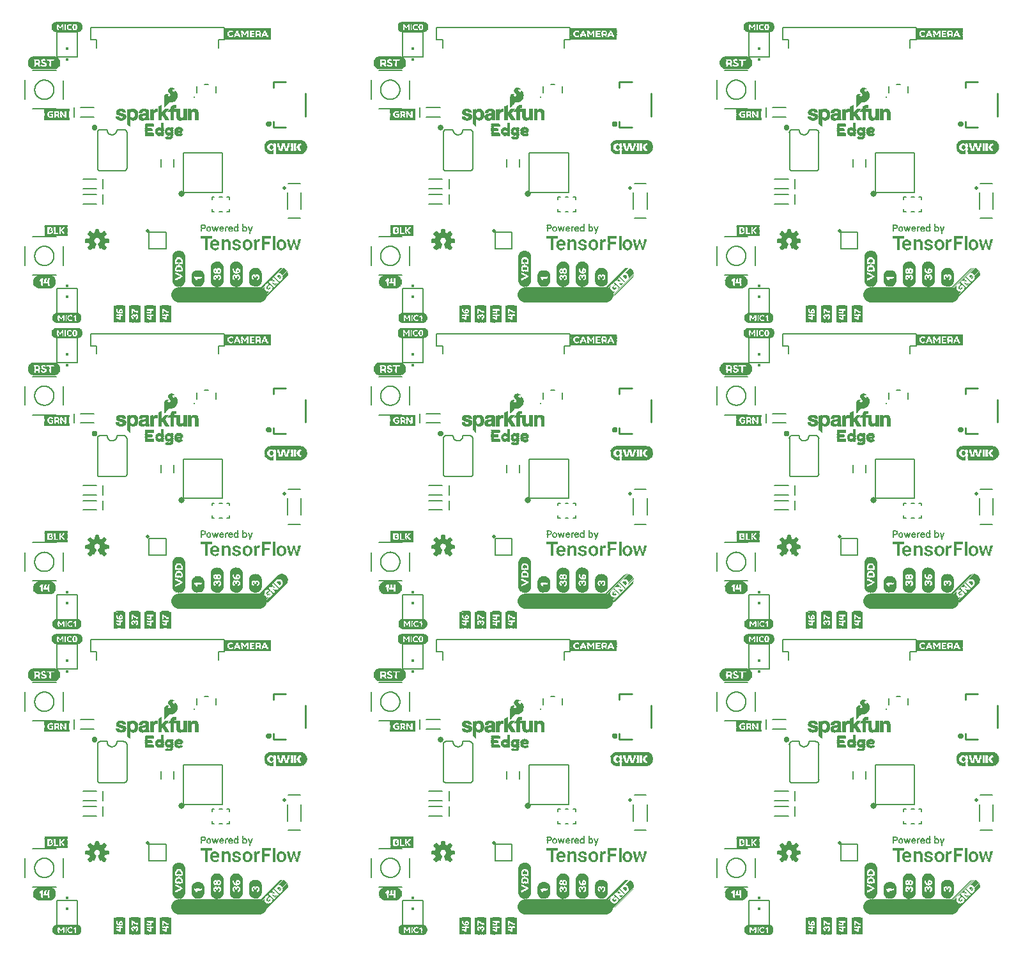
<source format=gto>
G75*
%MOIN*%
%OFA0B0*%
%FSLAX25Y25*%
%IPPOS*%
%LPD*%
%AMOC8*
5,1,8,0,0,1.08239X$1,22.5*
%
%ADD10C,0.08000*%
%ADD11C,0.00800*%
%ADD12C,0.03150*%
%ADD13C,0.02000*%
%ADD14C,0.01772*%
%ADD15C,0.01000*%
%ADD16C,0.00500*%
%ADD17C,0.00010*%
%ADD18R,0.13701X0.00157*%
%ADD19R,0.14646X0.00157*%
%ADD20R,0.15276X0.00157*%
%ADD21R,0.15906X0.00157*%
%ADD22R,0.16220X0.00157*%
%ADD23R,0.16535X0.00157*%
%ADD24R,0.16850X0.00157*%
%ADD25R,0.04252X0.00157*%
%ADD26R,0.11969X0.00157*%
%ADD27R,0.04094X0.00157*%
%ADD28R,0.01260X0.00157*%
%ADD29R,0.01890X0.00157*%
%ADD30R,0.00630X0.00157*%
%ADD31R,0.03780X0.00157*%
%ADD32R,0.00787X0.00157*%
%ADD33R,0.01575X0.00157*%
%ADD34R,0.00472X0.00157*%
%ADD35R,0.01417X0.00157*%
%ADD36R,0.03465X0.00157*%
%ADD37R,0.03622X0.00157*%
%ADD38R,0.01102X0.00157*%
%ADD39R,0.03307X0.00157*%
%ADD40R,0.00945X0.00157*%
%ADD41R,0.02835X0.00157*%
%ADD42R,0.02992X0.00157*%
%ADD43R,0.00157X0.00157*%
%ADD44R,0.00315X0.00157*%
%ADD45R,0.03937X0.00157*%
%ADD46R,0.01732X0.00157*%
%ADD47R,0.00157X0.14016*%
%ADD48R,0.00157X0.14961*%
%ADD49R,0.00157X0.15591*%
%ADD50R,0.00157X0.16220*%
%ADD51R,0.00157X0.16535*%
%ADD52R,0.00157X0.16850*%
%ADD53R,0.00157X0.17165*%
%ADD54R,0.00157X0.03150*%
%ADD55R,0.00157X0.02835*%
%ADD56R,0.00157X0.11181*%
%ADD57R,0.00157X0.02992*%
%ADD58R,0.00157X0.02520*%
%ADD59R,0.00157X0.00630*%
%ADD60R,0.00157X0.01732*%
%ADD61R,0.00157X0.04252*%
%ADD62R,0.00157X0.02205*%
%ADD63R,0.00157X0.00472*%
%ADD64R,0.00157X0.01417*%
%ADD65R,0.00157X0.03937*%
%ADD66R,0.00157X0.00315*%
%ADD67R,0.00157X0.01102*%
%ADD68R,0.00157X0.03780*%
%ADD69R,0.00157X0.01890*%
%ADD70R,0.00157X0.00945*%
%ADD71R,0.00157X0.03622*%
%ADD72R,0.00157X0.00787*%
%ADD73R,0.00157X0.03307*%
%ADD74R,0.00157X0.03465*%
%ADD75R,0.00157X0.01575*%
%ADD76R,0.00157X0.01260*%
%ADD77R,0.00157X0.04094*%
%ADD78R,0.00157X0.04409*%
%ADD79R,0.00157X0.02047*%
%ADD80R,0.00157X0.02362*%
%ADD81R,0.00157X0.08346*%
%ADD82R,0.00157X0.09291*%
%ADD83R,0.00157X0.09921*%
%ADD84R,0.00157X0.10551*%
%ADD85R,0.00157X0.10866*%
%ADD86R,0.00157X0.11496*%
%ADD87R,0.00157X0.02677*%
%ADD88R,0.00157X0.04567*%
%ADD89R,0.00157X0.05197*%
%ADD90R,0.00157X0.07087*%
%ADD91R,0.00157X0.04724*%
%ADD92R,0.00157X0.04882*%
%ADD93R,0.00157X0.05039*%
%ADD94R,0.00157X0.00157*%
%ADD95R,0.07087X0.00157*%
%ADD96R,0.08031X0.00157*%
%ADD97R,0.08661X0.00157*%
%ADD98R,0.09291X0.00157*%
%ADD99R,0.09606X0.00157*%
%ADD100R,0.09921X0.00157*%
%ADD101R,0.10236X0.00157*%
%ADD102R,0.10551X0.00157*%
%ADD103R,0.03150X0.00157*%
%ADD104R,0.02362X0.00157*%
%ADD105R,0.02520X0.00157*%
%ADD106R,0.02677X0.00157*%
%ADD107R,0.12126X0.00157*%
%ADD108R,0.13071X0.00157*%
%ADD109R,0.14331X0.00157*%
%ADD110R,0.14961X0.00157*%
%ADD111R,0.07244X0.00157*%
%ADD112R,0.07559X0.00157*%
%ADD113R,0.04567X0.00157*%
%ADD114R,0.04724X0.00157*%
%ADD115R,0.02205X0.00157*%
%ADD116R,0.04409X0.00157*%
%ADD117C,0.00300*%
%ADD118C,0.00591*%
%ADD119R,0.11969X0.00118*%
%ADD120R,0.09764X0.00118*%
%ADD121R,0.01929X0.00118*%
%ADD122R,0.01654X0.00157*%
%ADD123R,0.01496X0.00118*%
%ADD124R,0.00827X0.00118*%
%ADD125R,0.02087X0.00118*%
%ADD126R,0.00945X0.00118*%
%ADD127R,0.01496X0.00157*%
%ADD128R,0.00669X0.00157*%
%ADD129R,0.02087X0.00157*%
%ADD130R,0.00669X0.00118*%
%ADD131R,0.00551X0.00157*%
%ADD132R,0.00551X0.00118*%
%ADD133R,0.01772X0.00118*%
%ADD134R,0.00394X0.00157*%
%ADD135R,0.01929X0.00157*%
%ADD136R,0.00276X0.00118*%
%ADD137R,0.02047X0.00118*%
%ADD138R,0.00118X0.00157*%
%ADD139R,0.02323X0.00118*%
%ADD140R,0.02480X0.00157*%
%ADD141R,0.02598X0.00118*%
%ADD142R,0.00276X0.00157*%
%ADD143R,0.02756X0.00157*%
%ADD144R,0.00394X0.00118*%
%ADD145R,0.01102X0.00118*%
%ADD146R,0.00433X0.00118*%
%ADD147R,0.01654X0.00118*%
%ADD148R,0.00433X0.00157*%
%ADD149R,0.00827X0.00157*%
%ADD150R,0.01378X0.00118*%
%ADD151R,0.13110X0.00157*%
%ADD152R,0.13110X0.00118*%
%ADD153R,0.03031X0.00118*%
%ADD154R,0.09252X0.00118*%
%ADD155R,0.02638X0.00157*%
%ADD156R,0.02362X0.00118*%
%ADD157R,0.01260X0.00118*%
%ADD158R,0.01811X0.00118*%
%ADD159R,0.00984X0.00118*%
%ADD160R,0.01811X0.00157*%
%ADD161R,0.02480X0.00118*%
%ADD162R,0.02598X0.00157*%
%ADD163R,0.00709X0.00157*%
%ADD164R,0.02756X0.00118*%
%ADD165R,0.01535X0.00157*%
%ADD166R,0.00984X0.00157*%
%ADD167R,0.01535X0.00118*%
%ADD168R,0.00709X0.00118*%
%ADD169R,0.00157X0.00118*%
%ADD170R,0.01220X0.00157*%
%ADD171R,0.01220X0.00118*%
%ADD172C,0.01000*%
%ADD173C,0.01575*%
%ADD174R,0.00157X0.05512*%
%ADD175R,0.00157X0.06142*%
%ADD176R,0.00157X0.06457*%
%ADD177R,0.00157X0.06772*%
%ADD178R,0.00157X0.07402*%
%ADD179R,0.00157X0.05827*%
%ADD180R,0.00157X0.07717*%
%ADD181R,0.00157X0.08031*%
%ADD182R,0.00157X0.08386*%
%ADD183R,0.00118X0.08386*%
%ADD184R,0.00157X0.01929*%
%ADD185R,0.00157X0.00709*%
%ADD186R,0.00157X0.01654*%
%ADD187R,0.00118X0.01929*%
%ADD188R,0.00118X0.00394*%
%ADD189R,0.00118X0.01220*%
%ADD190R,0.00118X0.01654*%
%ADD191R,0.00157X0.01772*%
%ADD192R,0.00157X0.00394*%
%ADD193R,0.00118X0.01772*%
%ADD194R,0.00118X0.00945*%
%ADD195R,0.00157X0.00551*%
%ADD196R,0.00157X0.00827*%
%ADD197R,0.00118X0.00551*%
%ADD198R,0.00118X0.00669*%
%ADD199R,0.00157X0.02480*%
%ADD200R,0.00118X0.02756*%
%ADD201R,0.00157X0.00669*%
%ADD202R,0.00157X0.02874*%
%ADD203R,0.00118X0.03031*%
%ADD204R,0.00157X0.01496*%
%ADD205R,0.00157X0.02323*%
%ADD206R,0.00118X0.01496*%
%ADD207R,0.00118X0.00276*%
%ADD208R,0.00118X0.02047*%
%ADD209R,0.00157X0.00276*%
%ADD210R,0.00157X0.01378*%
%ADD211R,0.00118X0.01378*%
%ADD212R,0.00118X0.00827*%
%ADD213R,0.00118X0.03150*%
%ADD214R,0.00118X0.00709*%
%ADD215R,0.00118X0.03307*%
%ADD216R,0.00118X0.01102*%
%ADD217R,0.00118X0.02205*%
%ADD218R,0.00157X0.08701*%
%ADD219R,0.00118X0.08701*%
%ADD220R,0.00118X0.02638*%
%ADD221R,0.00118X0.05394*%
%ADD222R,0.00118X0.02087*%
%ADD223R,0.00118X0.01535*%
%ADD224R,0.00157X0.01535*%
%ADD225R,0.00118X0.01811*%
%ADD226R,0.00118X0.00433*%
%ADD227R,0.00157X0.01811*%
%ADD228R,0.00157X0.00433*%
%ADD229R,0.00118X0.00984*%
%ADD230R,0.00157X0.02087*%
%ADD231R,0.00157X0.02638*%
%ADD232R,0.00118X0.03189*%
%ADD233R,0.00118X0.02362*%
%ADD234R,0.00118X0.02480*%
%ADD235R,0.00157X0.00984*%
%ADD236R,0.00157X0.02756*%
%ADD237R,0.00118X0.02913*%
%ADD238R,0.00118X0.05118*%
%ADD239R,0.00118X0.03465*%
%ADD240R,0.00118X0.02323*%
%ADD241R,0.00157X0.01220*%
%ADD242R,0.00118X0.02598*%
%ADD243R,0.00157X0.02598*%
%ADD244R,0.15906X0.00079*%
%ADD245R,0.16772X0.00079*%
%ADD246R,0.17244X0.00079*%
%ADD247R,0.17717X0.00079*%
%ADD248R,0.18031X0.00079*%
%ADD249R,0.18346X0.00079*%
%ADD250R,0.18661X0.00079*%
%ADD251R,0.18898X0.00079*%
%ADD252R,0.19134X0.00079*%
%ADD253R,0.19370X0.00079*%
%ADD254R,0.19528X0.00079*%
%ADD255R,0.19764X0.00079*%
%ADD256R,0.19921X0.00079*%
%ADD257R,0.20079X0.00079*%
%ADD258R,0.20236X0.00079*%
%ADD259R,0.20394X0.00079*%
%ADD260R,0.20551X0.00079*%
%ADD261R,0.20630X0.00079*%
%ADD262R,0.20709X0.00079*%
%ADD263R,0.20866X0.00079*%
%ADD264R,0.02362X0.00079*%
%ADD265R,0.00787X0.00079*%
%ADD266R,0.00197X0.00079*%
%ADD267R,0.01654X0.00079*%
%ADD268R,0.00157X0.00079*%
%ADD269R,0.00315X0.00079*%
%ADD270R,0.01890X0.00079*%
%ADD271R,0.02205X0.00079*%
%ADD272R,0.00630X0.00079*%
%ADD273R,0.00276X0.00079*%
%ADD274R,0.00236X0.00079*%
%ADD275R,0.01575X0.00079*%
%ADD276R,0.02283X0.00079*%
%ADD277R,0.02047X0.00079*%
%ADD278R,0.00472X0.00079*%
%ADD279R,0.01496X0.00079*%
%ADD280R,0.01417X0.00079*%
%ADD281R,0.01969X0.00079*%
%ADD282R,0.01260X0.00079*%
%ADD283R,0.00354X0.00079*%
%ADD284R,0.01102X0.00079*%
%ADD285R,0.02441X0.00079*%
%ADD286R,0.01890X0.00039*%
%ADD287R,0.00157X0.00039*%
%ADD288R,0.00354X0.00039*%
%ADD289R,0.01496X0.00039*%
%ADD290R,0.01417X0.00039*%
%ADD291R,0.00315X0.00039*%
%ADD292R,0.01024X0.00039*%
%ADD293R,0.02441X0.00039*%
%ADD294R,0.01811X0.00079*%
%ADD295R,0.00079X0.00079*%
%ADD296R,0.00433X0.00079*%
%ADD297R,0.01339X0.00079*%
%ADD298R,0.00945X0.00079*%
%ADD299R,0.02520X0.00079*%
%ADD300R,0.00394X0.00079*%
%ADD301R,0.00866X0.00079*%
%ADD302R,0.01732X0.00079*%
%ADD303R,0.02598X0.00079*%
%ADD304R,0.00512X0.00079*%
%ADD305R,0.01181X0.00079*%
%ADD306R,0.00709X0.00079*%
%ADD307R,0.02677X0.00079*%
%ADD308R,0.00591X0.00079*%
%ADD309R,0.00551X0.00079*%
%ADD310R,0.01024X0.00079*%
%ADD311R,0.02717X0.00079*%
%ADD312R,0.03110X0.00079*%
%ADD313R,0.00669X0.00079*%
%ADD314R,0.03307X0.00079*%
%ADD315R,0.03386X0.00079*%
%ADD316R,0.03543X0.00079*%
%ADD317R,0.01457X0.00079*%
%ADD318R,0.00748X0.00079*%
%ADD319R,0.03622X0.00079*%
%ADD320R,0.01614X0.00079*%
%ADD321R,0.00827X0.00079*%
%ADD322R,0.03701X0.00079*%
%ADD323R,0.01693X0.00079*%
%ADD324R,0.03780X0.00079*%
%ADD325R,0.01772X0.00079*%
%ADD326R,0.00906X0.00079*%
%ADD327R,0.00984X0.00079*%
%ADD328R,0.01063X0.00079*%
%ADD329R,0.01142X0.00079*%
%ADD330R,0.01220X0.00079*%
%ADD331R,0.03465X0.00079*%
%ADD332R,0.01299X0.00079*%
%ADD333R,0.01378X0.00079*%
%ADD334R,0.03189X0.00079*%
%ADD335R,0.01732X0.00039*%
%ADD336R,0.01535X0.00039*%
%ADD337R,0.01220X0.00039*%
%ADD338R,0.01457X0.00039*%
%ADD339R,0.00787X0.00039*%
%ADD340R,0.02520X0.00039*%
%ADD341R,0.01535X0.00079*%
%ADD342R,0.12677X0.00079*%
%ADD343R,0.03976X0.00079*%
%ADD344R,0.15394X0.00079*%
%ADD345R,0.03898X0.00079*%
%ADD346R,0.15315X0.00079*%
%ADD347R,0.15236X0.00079*%
%ADD348R,0.03819X0.00079*%
%ADD349R,0.15157X0.00079*%
%ADD350R,0.03740X0.00079*%
%ADD351R,0.15079X0.00079*%
%ADD352R,0.03661X0.00079*%
%ADD353R,0.15000X0.00079*%
%ADD354R,0.03583X0.00079*%
%ADD355R,0.03504X0.00079*%
%ADD356R,0.14843X0.00079*%
%ADD357R,0.03346X0.00079*%
%ADD358R,0.14764X0.00079*%
%ADD359R,0.03268X0.00079*%
%ADD360R,0.14685X0.00079*%
%ADD361R,0.14528X0.00079*%
%ADD362R,0.03031X0.00079*%
%ADD363R,0.14449X0.00079*%
%ADD364R,0.02953X0.00079*%
%ADD365R,0.14291X0.00079*%
%ADD366R,0.02795X0.00079*%
%ADD367R,0.14213X0.00079*%
%ADD368R,0.02638X0.00079*%
%ADD369R,0.14055X0.00079*%
%ADD370R,0.02402X0.00079*%
%ADD371R,0.13819X0.00079*%
%ADD372R,0.02244X0.00079*%
%ADD373R,0.13583X0.00079*%
%ADD374R,0.01929X0.00079*%
%ADD375R,0.13268X0.00079*%
%ADD376R,0.12874X0.00079*%
%ADD377R,0.24094X0.00157*%
%ADD378R,0.24094X0.00118*%
%ADD379R,0.03150X0.00118*%
%ADD380R,0.20512X0.00118*%
%ADD381R,0.02323X0.00157*%
%ADD382R,0.02874X0.00157*%
%ADD383R,0.02205X0.00118*%
%ADD384R,0.02874X0.00118*%
%ADD385R,0.02047X0.00157*%
%ADD386R,0.01772X0.00157*%
%ADD387R,0.01378X0.00157*%
%ADD388R,0.03189X0.00118*%
%ADD389R,0.03189X0.00157*%
%ADD390R,0.03031X0.00157*%
%ADD391R,0.02913X0.00118*%
%ADD392R,0.02913X0.00157*%
%ADD393R,0.00551X0.00197*%
%ADD394R,0.01654X0.00197*%
%ADD395R,0.02362X0.00197*%
%ADD396R,0.00906X0.00197*%
%ADD397R,0.00748X0.00157*%
%ADD398R,0.00354X0.00197*%
%ADD399R,0.01260X0.00197*%
%ADD400R,0.00709X0.00197*%
%ADD401R,0.00748X0.00197*%
%ADD402R,0.01496X0.00197*%
%ADD403R,0.02047X0.00197*%
%ADD404R,0.01850X0.00157*%
%ADD405R,0.02244X0.00157*%
%ADD406R,0.00945X0.00197*%
%ADD407R,0.01102X0.00197*%
%ADD408R,0.00591X0.00157*%
%ADD409R,0.02205X0.00197*%
%ADD410R,0.00591X0.00197*%
%ADD411R,0.02402X0.00197*%
%ADD412R,0.00394X0.00197*%
%ADD413R,0.00354X0.00157*%
%ADD414R,0.02402X0.00157*%
%ADD415R,0.01299X0.00197*%
%ADD416R,0.00906X0.00157*%
%ADD417R,0.01142X0.00197*%
%ADD418R,0.01850X0.00197*%
%ADD419R,0.02244X0.00197*%
%ADD420R,0.01299X0.00157*%
%ADD421R,0.05709X0.00157*%
%ADD422R,0.04449X0.00157*%
%ADD423R,0.05709X0.00197*%
%ADD424R,0.04449X0.00197*%
%ADD425R,0.01457X0.00197*%
%ADD426R,0.02953X0.00157*%
%ADD427R,0.03110X0.00157*%
%ADD428R,0.03307X0.00197*%
%ADD429R,0.04055X0.00197*%
%ADD430R,0.03504X0.00197*%
%ADD431R,0.02953X0.00197*%
%ADD432R,0.03661X0.00197*%
%ADD433R,0.04252X0.00197*%
%ADD434R,0.01811X0.00197*%
%ADD435R,0.03701X0.00197*%
%ADD436R,0.01693X0.00197*%
%ADD437R,0.04055X0.00157*%
%ADD438R,0.04606X0.00157*%
%ADD439R,0.04606X0.00197*%
%ADD440R,0.02756X0.00197*%
%ADD441R,0.01457X0.00157*%
%ADD442R,0.00197X0.00157*%
%ADD443R,0.03858X0.00197*%
%ADD444R,0.03110X0.00197*%
%ADD445R,0.03150X0.00197*%
%ADD446R,0.02008X0.00197*%
%ADD447R,0.01181X0.00236*%
%ADD448R,0.03780X0.00236*%
%ADD449R,0.01654X0.00236*%
%ADD450R,0.04724X0.00236*%
%ADD451R,0.04961X0.00236*%
%ADD452R,0.00472X0.00236*%
%ADD453R,0.01417X0.00236*%
%ADD454R,0.02362X0.00236*%
%ADD455R,0.03543X0.00236*%
%ADD456R,0.02835X0.00236*%
%ADD457R,0.03307X0.00236*%
%ADD458R,0.04016X0.00236*%
%ADD459R,0.04252X0.00236*%
%ADD460R,0.04488X0.00236*%
%ADD461R,0.01890X0.00236*%
%ADD462R,0.02126X0.00236*%
%ADD463R,0.00945X0.00236*%
%ADD464R,0.02598X0.00236*%
%ADD465R,0.12244X0.00157*%
%ADD466R,0.12953X0.00118*%
%ADD467R,0.13504X0.00118*%
%ADD468R,0.13976X0.00118*%
%ADD469R,0.14213X0.00118*%
%ADD470R,0.14488X0.00157*%
%ADD471R,0.14764X0.00118*%
%ADD472R,0.08819X0.00118*%
%ADD473R,0.02126X0.00118*%
%ADD474R,0.02402X0.00118*%
%ADD475R,0.00512X0.00118*%
%ADD476R,0.01417X0.00118*%
%ADD477R,0.01890X0.00118*%
%ADD478R,0.01142X0.00118*%
%ADD479R,0.02520X0.00118*%
%ADD480R,0.00748X0.00118*%
%ADD481R,0.02638X0.00118*%
%ADD482R,0.00630X0.00118*%
%ADD483R,0.02795X0.00118*%
%ADD484R,0.02677X0.00118*%
%ADD485R,0.00866X0.00118*%
%ADD486R,0.02795X0.00157*%
%ADD487R,0.02165X0.00118*%
%ADD488R,0.02283X0.00118*%
%ADD489R,0.00236X0.00157*%
%ADD490R,0.02283X0.00157*%
%ADD491R,0.00236X0.00118*%
%ADD492R,0.00354X0.00118*%
%ADD493R,0.02165X0.00157*%
%ADD494R,0.02008X0.00118*%
%ADD495R,0.02008X0.00157*%
%ADD496R,0.00512X0.00157*%
%ADD497R,0.01024X0.00118*%
%ADD498R,0.02244X0.00118*%
%ADD499R,0.11181X0.00157*%
%ADD500R,0.12441X0.00118*%
%ADD501R,0.12992X0.00118*%
%ADD502R,0.13228X0.00118*%
%ADD503R,0.13465X0.00157*%
%ADD504R,0.13701X0.00118*%
%ADD505R,0.08701X0.00118*%
%ADD506R,0.04803X0.00118*%
%ADD507R,0.01614X0.00118*%
%ADD508R,0.01024X0.00157*%
%ADD509R,0.00787X0.00118*%
%ADD510R,0.00118X0.00118*%
D10*
X0139750Y0043500D02*
X0181750Y0043500D01*
X0320230Y0043500D02*
X0362230Y0043500D01*
X0500711Y0043500D02*
X0542711Y0043500D01*
X0542711Y0202980D02*
X0500711Y0202980D01*
X0362230Y0202980D02*
X0320230Y0202980D01*
X0181750Y0202980D02*
X0139750Y0202980D01*
X0139750Y0362461D02*
X0181750Y0362461D01*
X0320230Y0362461D02*
X0362230Y0362461D01*
X0500711Y0362461D02*
X0542711Y0362461D01*
D11*
X0524300Y0342317D02*
X0524300Y0336005D01*
X0521150Y0336005D01*
X0521150Y0331782D01*
X0524300Y0342317D02*
X0454602Y0342317D01*
X0454602Y0336005D01*
X0457752Y0336005D01*
X0457752Y0331782D01*
X0447528Y0327147D02*
X0436885Y0327147D01*
X0436885Y0340152D01*
X0447528Y0340152D01*
X0447528Y0327147D01*
X0436459Y0320028D02*
X0424333Y0320028D01*
X0420396Y0315028D02*
X0420396Y0305146D01*
X0424333Y0300028D02*
X0436459Y0300028D01*
X0440396Y0305146D02*
X0440396Y0314909D01*
X0425396Y0310028D02*
X0425398Y0310169D01*
X0425404Y0310310D01*
X0425414Y0310450D01*
X0425428Y0310590D01*
X0425446Y0310730D01*
X0425467Y0310869D01*
X0425493Y0311008D01*
X0425522Y0311146D01*
X0425556Y0311282D01*
X0425593Y0311418D01*
X0425634Y0311553D01*
X0425679Y0311687D01*
X0425728Y0311819D01*
X0425780Y0311950D01*
X0425836Y0312079D01*
X0425896Y0312206D01*
X0425959Y0312332D01*
X0426025Y0312456D01*
X0426096Y0312579D01*
X0426169Y0312699D01*
X0426246Y0312817D01*
X0426326Y0312933D01*
X0426410Y0313046D01*
X0426496Y0313157D01*
X0426586Y0313266D01*
X0426679Y0313372D01*
X0426774Y0313475D01*
X0426873Y0313576D01*
X0426974Y0313674D01*
X0427078Y0313769D01*
X0427185Y0313861D01*
X0427294Y0313950D01*
X0427406Y0314035D01*
X0427520Y0314118D01*
X0427636Y0314198D01*
X0427755Y0314274D01*
X0427876Y0314346D01*
X0427998Y0314416D01*
X0428123Y0314481D01*
X0428249Y0314544D01*
X0428377Y0314602D01*
X0428507Y0314657D01*
X0428638Y0314709D01*
X0428771Y0314756D01*
X0428905Y0314800D01*
X0429040Y0314841D01*
X0429176Y0314877D01*
X0429313Y0314909D01*
X0429451Y0314938D01*
X0429589Y0314963D01*
X0429729Y0314983D01*
X0429869Y0315000D01*
X0430009Y0315013D01*
X0430150Y0315022D01*
X0430290Y0315027D01*
X0430431Y0315028D01*
X0430572Y0315025D01*
X0430713Y0315018D01*
X0430853Y0315007D01*
X0430993Y0314992D01*
X0431133Y0314973D01*
X0431272Y0314951D01*
X0431410Y0314924D01*
X0431548Y0314894D01*
X0431684Y0314859D01*
X0431820Y0314821D01*
X0431954Y0314779D01*
X0432088Y0314733D01*
X0432220Y0314684D01*
X0432350Y0314630D01*
X0432479Y0314573D01*
X0432606Y0314513D01*
X0432732Y0314449D01*
X0432855Y0314381D01*
X0432977Y0314310D01*
X0433097Y0314236D01*
X0433214Y0314158D01*
X0433329Y0314077D01*
X0433442Y0313993D01*
X0433553Y0313906D01*
X0433661Y0313815D01*
X0433766Y0313722D01*
X0433869Y0313625D01*
X0433969Y0313526D01*
X0434066Y0313424D01*
X0434160Y0313319D01*
X0434251Y0313212D01*
X0434339Y0313102D01*
X0434424Y0312990D01*
X0434506Y0312875D01*
X0434585Y0312758D01*
X0434660Y0312639D01*
X0434732Y0312518D01*
X0434800Y0312395D01*
X0434865Y0312270D01*
X0434927Y0312143D01*
X0434984Y0312014D01*
X0435039Y0311884D01*
X0435089Y0311753D01*
X0435136Y0311620D01*
X0435179Y0311486D01*
X0435218Y0311350D01*
X0435253Y0311214D01*
X0435285Y0311077D01*
X0435312Y0310939D01*
X0435336Y0310800D01*
X0435356Y0310660D01*
X0435372Y0310520D01*
X0435384Y0310380D01*
X0435392Y0310239D01*
X0435396Y0310098D01*
X0435396Y0309958D01*
X0435392Y0309817D01*
X0435384Y0309676D01*
X0435372Y0309536D01*
X0435356Y0309396D01*
X0435336Y0309256D01*
X0435312Y0309117D01*
X0435285Y0308979D01*
X0435253Y0308842D01*
X0435218Y0308706D01*
X0435179Y0308570D01*
X0435136Y0308436D01*
X0435089Y0308303D01*
X0435039Y0308172D01*
X0434984Y0308042D01*
X0434927Y0307913D01*
X0434865Y0307786D01*
X0434800Y0307661D01*
X0434732Y0307538D01*
X0434660Y0307417D01*
X0434585Y0307298D01*
X0434506Y0307181D01*
X0434424Y0307066D01*
X0434339Y0306954D01*
X0434251Y0306844D01*
X0434160Y0306737D01*
X0434066Y0306632D01*
X0433969Y0306530D01*
X0433869Y0306431D01*
X0433766Y0306334D01*
X0433661Y0306241D01*
X0433553Y0306150D01*
X0433442Y0306063D01*
X0433329Y0305979D01*
X0433214Y0305898D01*
X0433097Y0305820D01*
X0432977Y0305746D01*
X0432855Y0305675D01*
X0432732Y0305607D01*
X0432606Y0305543D01*
X0432479Y0305483D01*
X0432350Y0305426D01*
X0432220Y0305372D01*
X0432088Y0305323D01*
X0431954Y0305277D01*
X0431820Y0305235D01*
X0431684Y0305197D01*
X0431548Y0305162D01*
X0431410Y0305132D01*
X0431272Y0305105D01*
X0431133Y0305083D01*
X0430993Y0305064D01*
X0430853Y0305049D01*
X0430713Y0305038D01*
X0430572Y0305031D01*
X0430431Y0305028D01*
X0430290Y0305029D01*
X0430150Y0305034D01*
X0430009Y0305043D01*
X0429869Y0305056D01*
X0429729Y0305073D01*
X0429589Y0305093D01*
X0429451Y0305118D01*
X0429313Y0305147D01*
X0429176Y0305179D01*
X0429040Y0305215D01*
X0428905Y0305256D01*
X0428771Y0305300D01*
X0428638Y0305347D01*
X0428507Y0305399D01*
X0428377Y0305454D01*
X0428249Y0305512D01*
X0428123Y0305575D01*
X0427998Y0305640D01*
X0427876Y0305710D01*
X0427755Y0305782D01*
X0427636Y0305858D01*
X0427520Y0305938D01*
X0427406Y0306021D01*
X0427294Y0306106D01*
X0427185Y0306195D01*
X0427078Y0306287D01*
X0426974Y0306382D01*
X0426873Y0306480D01*
X0426774Y0306581D01*
X0426679Y0306684D01*
X0426586Y0306790D01*
X0426496Y0306899D01*
X0426410Y0307010D01*
X0426326Y0307123D01*
X0426246Y0307239D01*
X0426169Y0307357D01*
X0426096Y0307477D01*
X0426025Y0307600D01*
X0425959Y0307724D01*
X0425896Y0307850D01*
X0425836Y0307977D01*
X0425780Y0308106D01*
X0425728Y0308237D01*
X0425679Y0308369D01*
X0425634Y0308503D01*
X0425593Y0308638D01*
X0425556Y0308774D01*
X0425522Y0308910D01*
X0425493Y0309048D01*
X0425467Y0309187D01*
X0425446Y0309326D01*
X0425428Y0309466D01*
X0425414Y0309606D01*
X0425404Y0309746D01*
X0425398Y0309887D01*
X0425396Y0310028D01*
X0445868Y0300677D02*
X0445868Y0295756D01*
X0449293Y0295756D02*
X0456380Y0295756D01*
X0456380Y0300677D02*
X0449293Y0300677D01*
X0459272Y0289231D02*
X0463229Y0289231D01*
X0463229Y0289031D02*
X0463231Y0288933D01*
X0463237Y0288835D01*
X0463246Y0288737D01*
X0463260Y0288640D01*
X0463277Y0288543D01*
X0463298Y0288447D01*
X0463323Y0288352D01*
X0463351Y0288258D01*
X0463384Y0288166D01*
X0463419Y0288074D01*
X0463459Y0287984D01*
X0463501Y0287896D01*
X0463548Y0287809D01*
X0463597Y0287725D01*
X0463650Y0287642D01*
X0463706Y0287562D01*
X0463766Y0287483D01*
X0463828Y0287407D01*
X0463893Y0287334D01*
X0463961Y0287263D01*
X0464032Y0287195D01*
X0464105Y0287130D01*
X0464181Y0287068D01*
X0464260Y0287008D01*
X0464340Y0286952D01*
X0464423Y0286899D01*
X0464507Y0286850D01*
X0464594Y0286803D01*
X0464682Y0286761D01*
X0464772Y0286721D01*
X0464864Y0286686D01*
X0464956Y0286653D01*
X0465050Y0286625D01*
X0465145Y0286600D01*
X0465241Y0286579D01*
X0465338Y0286562D01*
X0465435Y0286548D01*
X0465533Y0286539D01*
X0465631Y0286533D01*
X0465729Y0286531D01*
X0465827Y0286533D01*
X0465925Y0286539D01*
X0466023Y0286548D01*
X0466120Y0286562D01*
X0466217Y0286579D01*
X0466313Y0286600D01*
X0466408Y0286625D01*
X0466502Y0286653D01*
X0466594Y0286686D01*
X0466686Y0286721D01*
X0466776Y0286761D01*
X0466864Y0286803D01*
X0466951Y0286850D01*
X0467035Y0286899D01*
X0467118Y0286952D01*
X0467198Y0287008D01*
X0467277Y0287068D01*
X0467353Y0287130D01*
X0467426Y0287195D01*
X0467497Y0287263D01*
X0467565Y0287334D01*
X0467630Y0287407D01*
X0467692Y0287483D01*
X0467752Y0287562D01*
X0467808Y0287642D01*
X0467861Y0287725D01*
X0467910Y0287809D01*
X0467957Y0287896D01*
X0467999Y0287984D01*
X0468039Y0288074D01*
X0468074Y0288166D01*
X0468107Y0288258D01*
X0468135Y0288352D01*
X0468160Y0288447D01*
X0468181Y0288543D01*
X0468198Y0288640D01*
X0468212Y0288737D01*
X0468221Y0288835D01*
X0468227Y0288933D01*
X0468229Y0289031D01*
X0468229Y0289231D02*
X0471548Y0289231D01*
X0471598Y0289232D02*
X0471679Y0289239D01*
X0471760Y0289243D01*
X0471841Y0289242D01*
X0471923Y0289238D01*
X0472003Y0289230D01*
X0472084Y0289218D01*
X0472164Y0289203D01*
X0472243Y0289183D01*
X0472321Y0289160D01*
X0472397Y0289133D01*
X0472473Y0289103D01*
X0472547Y0289069D01*
X0472619Y0289031D01*
X0472689Y0288990D01*
X0472757Y0288946D01*
X0472823Y0288899D01*
X0472887Y0288848D01*
X0472948Y0288795D01*
X0473007Y0288738D01*
X0473063Y0288679D01*
X0473116Y0288618D01*
X0473166Y0288554D01*
X0473213Y0288487D01*
X0473257Y0288419D01*
X0473297Y0288348D01*
X0473334Y0288276D01*
X0473368Y0288202D01*
X0473397Y0288126D01*
X0473424Y0288049D01*
X0473446Y0287971D01*
X0473465Y0287892D01*
X0473480Y0287812D01*
X0473492Y0287731D01*
X0473491Y0287731D02*
X0473491Y0269331D01*
X0473492Y0269331D02*
X0473490Y0269255D01*
X0473484Y0269180D01*
X0473475Y0269104D01*
X0473461Y0269029D01*
X0473444Y0268955D01*
X0473423Y0268882D01*
X0473399Y0268810D01*
X0473371Y0268740D01*
X0473339Y0268671D01*
X0473304Y0268603D01*
X0473265Y0268538D01*
X0473223Y0268474D01*
X0473178Y0268413D01*
X0473130Y0268354D01*
X0473079Y0268298D01*
X0473025Y0268244D01*
X0472969Y0268193D01*
X0472910Y0268145D01*
X0472849Y0268100D01*
X0472785Y0268058D01*
X0472720Y0268019D01*
X0472652Y0267984D01*
X0472583Y0267952D01*
X0472513Y0267924D01*
X0472441Y0267900D01*
X0472368Y0267879D01*
X0472294Y0267862D01*
X0472219Y0267848D01*
X0472143Y0267839D01*
X0472068Y0267833D01*
X0471992Y0267831D01*
X0471991Y0267831D02*
X0459666Y0267831D01*
X0459666Y0267832D02*
X0459595Y0267823D01*
X0459524Y0267818D01*
X0459452Y0267817D01*
X0459381Y0267820D01*
X0459310Y0267827D01*
X0459239Y0267837D01*
X0459170Y0267851D01*
X0459100Y0267870D01*
X0459032Y0267891D01*
X0458966Y0267917D01*
X0458901Y0267946D01*
X0458837Y0267978D01*
X0458775Y0268014D01*
X0458716Y0268053D01*
X0458658Y0268096D01*
X0458603Y0268141D01*
X0458551Y0268190D01*
X0458501Y0268241D01*
X0458454Y0268294D01*
X0458410Y0268351D01*
X0458369Y0268409D01*
X0458331Y0268470D01*
X0458297Y0268532D01*
X0458266Y0268597D01*
X0458239Y0268663D01*
X0458215Y0268730D01*
X0458195Y0268798D01*
X0458178Y0268868D01*
X0458166Y0268938D01*
X0458166Y0287731D01*
X0458166Y0287732D02*
X0458157Y0287802D01*
X0458152Y0287874D01*
X0458151Y0287945D01*
X0458154Y0288016D01*
X0458161Y0288087D01*
X0458171Y0288158D01*
X0458185Y0288228D01*
X0458203Y0288297D01*
X0458225Y0288365D01*
X0458251Y0288432D01*
X0458280Y0288497D01*
X0458312Y0288560D01*
X0458348Y0288622D01*
X0458387Y0288682D01*
X0458430Y0288739D01*
X0458475Y0288794D01*
X0458523Y0288847D01*
X0458575Y0288897D01*
X0458628Y0288944D01*
X0458684Y0288988D01*
X0458743Y0289028D01*
X0458804Y0289066D01*
X0458866Y0289100D01*
X0458930Y0289131D01*
X0458996Y0289159D01*
X0459064Y0289182D01*
X0459132Y0289202D01*
X0459202Y0289219D01*
X0459272Y0289231D01*
X0491222Y0273807D02*
X0491222Y0269870D01*
X0497915Y0269870D02*
X0497915Y0273807D01*
X0502830Y0276963D02*
X0523315Y0276963D01*
X0523315Y0256478D01*
X0502830Y0256478D01*
X0502830Y0276963D01*
X0517815Y0254004D02*
X0517815Y0252744D01*
X0517815Y0254004D02*
X0519075Y0254004D01*
X0521674Y0254004D02*
X0523170Y0254004D01*
X0525768Y0254004D02*
X0527028Y0254004D01*
X0527028Y0252744D01*
X0527028Y0247626D02*
X0527028Y0246366D01*
X0525768Y0246366D01*
X0523170Y0246366D02*
X0521674Y0246366D01*
X0519075Y0246366D02*
X0517815Y0246366D01*
X0517815Y0247626D01*
X0493788Y0235624D02*
X0493788Y0226950D01*
X0485114Y0226950D01*
X0485114Y0235624D01*
X0493788Y0235624D01*
X0460986Y0250480D02*
X0460986Y0255402D01*
X0460986Y0258354D02*
X0460986Y0263276D01*
X0457561Y0263276D02*
X0450474Y0263276D01*
X0450474Y0258354D02*
X0457561Y0258354D01*
X0457561Y0255402D02*
X0450474Y0255402D01*
X0450474Y0250480D02*
X0457561Y0250480D01*
X0436459Y0233413D02*
X0424333Y0233413D01*
X0420396Y0228295D02*
X0420396Y0218531D01*
X0424333Y0213413D02*
X0436459Y0213413D01*
X0440396Y0218413D02*
X0440396Y0228295D01*
X0425396Y0223413D02*
X0425398Y0223554D01*
X0425404Y0223695D01*
X0425414Y0223835D01*
X0425428Y0223975D01*
X0425446Y0224115D01*
X0425467Y0224254D01*
X0425493Y0224393D01*
X0425522Y0224531D01*
X0425556Y0224667D01*
X0425593Y0224803D01*
X0425634Y0224938D01*
X0425679Y0225072D01*
X0425728Y0225204D01*
X0425780Y0225335D01*
X0425836Y0225464D01*
X0425896Y0225591D01*
X0425959Y0225717D01*
X0426025Y0225841D01*
X0426096Y0225964D01*
X0426169Y0226084D01*
X0426246Y0226202D01*
X0426326Y0226318D01*
X0426410Y0226431D01*
X0426496Y0226542D01*
X0426586Y0226651D01*
X0426679Y0226757D01*
X0426774Y0226860D01*
X0426873Y0226961D01*
X0426974Y0227059D01*
X0427078Y0227154D01*
X0427185Y0227246D01*
X0427294Y0227335D01*
X0427406Y0227420D01*
X0427520Y0227503D01*
X0427636Y0227583D01*
X0427755Y0227659D01*
X0427876Y0227731D01*
X0427998Y0227801D01*
X0428123Y0227866D01*
X0428249Y0227929D01*
X0428377Y0227987D01*
X0428507Y0228042D01*
X0428638Y0228094D01*
X0428771Y0228141D01*
X0428905Y0228185D01*
X0429040Y0228226D01*
X0429176Y0228262D01*
X0429313Y0228294D01*
X0429451Y0228323D01*
X0429589Y0228348D01*
X0429729Y0228368D01*
X0429869Y0228385D01*
X0430009Y0228398D01*
X0430150Y0228407D01*
X0430290Y0228412D01*
X0430431Y0228413D01*
X0430572Y0228410D01*
X0430713Y0228403D01*
X0430853Y0228392D01*
X0430993Y0228377D01*
X0431133Y0228358D01*
X0431272Y0228336D01*
X0431410Y0228309D01*
X0431548Y0228279D01*
X0431684Y0228244D01*
X0431820Y0228206D01*
X0431954Y0228164D01*
X0432088Y0228118D01*
X0432220Y0228069D01*
X0432350Y0228015D01*
X0432479Y0227958D01*
X0432606Y0227898D01*
X0432732Y0227834D01*
X0432855Y0227766D01*
X0432977Y0227695D01*
X0433097Y0227621D01*
X0433214Y0227543D01*
X0433329Y0227462D01*
X0433442Y0227378D01*
X0433553Y0227291D01*
X0433661Y0227200D01*
X0433766Y0227107D01*
X0433869Y0227010D01*
X0433969Y0226911D01*
X0434066Y0226809D01*
X0434160Y0226704D01*
X0434251Y0226597D01*
X0434339Y0226487D01*
X0434424Y0226375D01*
X0434506Y0226260D01*
X0434585Y0226143D01*
X0434660Y0226024D01*
X0434732Y0225903D01*
X0434800Y0225780D01*
X0434865Y0225655D01*
X0434927Y0225528D01*
X0434984Y0225399D01*
X0435039Y0225269D01*
X0435089Y0225138D01*
X0435136Y0225005D01*
X0435179Y0224871D01*
X0435218Y0224735D01*
X0435253Y0224599D01*
X0435285Y0224462D01*
X0435312Y0224324D01*
X0435336Y0224185D01*
X0435356Y0224045D01*
X0435372Y0223905D01*
X0435384Y0223765D01*
X0435392Y0223624D01*
X0435396Y0223483D01*
X0435396Y0223343D01*
X0435392Y0223202D01*
X0435384Y0223061D01*
X0435372Y0222921D01*
X0435356Y0222781D01*
X0435336Y0222641D01*
X0435312Y0222502D01*
X0435285Y0222364D01*
X0435253Y0222227D01*
X0435218Y0222091D01*
X0435179Y0221955D01*
X0435136Y0221821D01*
X0435089Y0221688D01*
X0435039Y0221557D01*
X0434984Y0221427D01*
X0434927Y0221298D01*
X0434865Y0221171D01*
X0434800Y0221046D01*
X0434732Y0220923D01*
X0434660Y0220802D01*
X0434585Y0220683D01*
X0434506Y0220566D01*
X0434424Y0220451D01*
X0434339Y0220339D01*
X0434251Y0220229D01*
X0434160Y0220122D01*
X0434066Y0220017D01*
X0433969Y0219915D01*
X0433869Y0219816D01*
X0433766Y0219719D01*
X0433661Y0219626D01*
X0433553Y0219535D01*
X0433442Y0219448D01*
X0433329Y0219364D01*
X0433214Y0219283D01*
X0433097Y0219205D01*
X0432977Y0219131D01*
X0432855Y0219060D01*
X0432732Y0218992D01*
X0432606Y0218928D01*
X0432479Y0218868D01*
X0432350Y0218811D01*
X0432220Y0218757D01*
X0432088Y0218708D01*
X0431954Y0218662D01*
X0431820Y0218620D01*
X0431684Y0218582D01*
X0431548Y0218547D01*
X0431410Y0218517D01*
X0431272Y0218490D01*
X0431133Y0218468D01*
X0430993Y0218449D01*
X0430853Y0218434D01*
X0430713Y0218423D01*
X0430572Y0218416D01*
X0430431Y0218413D01*
X0430290Y0218414D01*
X0430150Y0218419D01*
X0430009Y0218428D01*
X0429869Y0218441D01*
X0429729Y0218458D01*
X0429589Y0218478D01*
X0429451Y0218503D01*
X0429313Y0218532D01*
X0429176Y0218564D01*
X0429040Y0218600D01*
X0428905Y0218641D01*
X0428771Y0218685D01*
X0428638Y0218732D01*
X0428507Y0218784D01*
X0428377Y0218839D01*
X0428249Y0218897D01*
X0428123Y0218960D01*
X0427998Y0219025D01*
X0427876Y0219095D01*
X0427755Y0219167D01*
X0427636Y0219243D01*
X0427520Y0219323D01*
X0427406Y0219406D01*
X0427294Y0219491D01*
X0427185Y0219580D01*
X0427078Y0219672D01*
X0426974Y0219767D01*
X0426873Y0219865D01*
X0426774Y0219966D01*
X0426679Y0220069D01*
X0426586Y0220175D01*
X0426496Y0220284D01*
X0426410Y0220395D01*
X0426326Y0220508D01*
X0426246Y0220624D01*
X0426169Y0220742D01*
X0426096Y0220862D01*
X0426025Y0220985D01*
X0425959Y0221109D01*
X0425896Y0221235D01*
X0425836Y0221362D01*
X0425780Y0221491D01*
X0425728Y0221622D01*
X0425679Y0221754D01*
X0425634Y0221888D01*
X0425593Y0222023D01*
X0425556Y0222159D01*
X0425522Y0222295D01*
X0425493Y0222433D01*
X0425467Y0222572D01*
X0425446Y0222711D01*
X0425428Y0222851D01*
X0425414Y0222991D01*
X0425404Y0223131D01*
X0425398Y0223272D01*
X0425396Y0223413D01*
X0436885Y0206294D02*
X0447528Y0206294D01*
X0447528Y0193289D01*
X0436885Y0193289D01*
X0436885Y0206294D01*
X0454602Y0182837D02*
X0454602Y0176525D01*
X0457752Y0176525D01*
X0457752Y0172302D01*
X0454602Y0182837D02*
X0524300Y0182837D01*
X0524300Y0176525D01*
X0521150Y0176525D01*
X0521150Y0172302D01*
X0516098Y0153338D02*
X0513985Y0153338D01*
X0510041Y0152238D02*
X0510041Y0148857D01*
X0520041Y0148857D02*
X0520041Y0152238D01*
X0523315Y0117483D02*
X0502830Y0117483D01*
X0502830Y0096998D01*
X0523315Y0096998D01*
X0523315Y0117483D01*
X0497915Y0114327D02*
X0497915Y0110390D01*
X0491222Y0110390D02*
X0491222Y0114327D01*
X0473491Y0109851D02*
X0473491Y0128251D01*
X0473492Y0128251D02*
X0473480Y0128332D01*
X0473465Y0128412D01*
X0473446Y0128491D01*
X0473424Y0128569D01*
X0473397Y0128646D01*
X0473368Y0128722D01*
X0473334Y0128796D01*
X0473297Y0128868D01*
X0473257Y0128939D01*
X0473213Y0129007D01*
X0473166Y0129074D01*
X0473116Y0129138D01*
X0473063Y0129199D01*
X0473007Y0129258D01*
X0472948Y0129315D01*
X0472887Y0129368D01*
X0472823Y0129419D01*
X0472757Y0129466D01*
X0472689Y0129510D01*
X0472619Y0129551D01*
X0472547Y0129589D01*
X0472473Y0129623D01*
X0472397Y0129653D01*
X0472321Y0129680D01*
X0472243Y0129703D01*
X0472164Y0129723D01*
X0472084Y0129738D01*
X0472003Y0129750D01*
X0471923Y0129758D01*
X0471841Y0129762D01*
X0471760Y0129763D01*
X0471679Y0129759D01*
X0471598Y0129752D01*
X0471548Y0129751D02*
X0468229Y0129751D01*
X0468229Y0129551D02*
X0468227Y0129453D01*
X0468221Y0129355D01*
X0468212Y0129257D01*
X0468198Y0129160D01*
X0468181Y0129063D01*
X0468160Y0128967D01*
X0468135Y0128872D01*
X0468107Y0128778D01*
X0468074Y0128686D01*
X0468039Y0128594D01*
X0467999Y0128504D01*
X0467957Y0128416D01*
X0467910Y0128329D01*
X0467861Y0128245D01*
X0467808Y0128162D01*
X0467752Y0128082D01*
X0467692Y0128003D01*
X0467630Y0127927D01*
X0467565Y0127854D01*
X0467497Y0127783D01*
X0467426Y0127715D01*
X0467353Y0127650D01*
X0467277Y0127588D01*
X0467198Y0127528D01*
X0467118Y0127472D01*
X0467035Y0127419D01*
X0466951Y0127370D01*
X0466864Y0127323D01*
X0466776Y0127281D01*
X0466686Y0127241D01*
X0466594Y0127206D01*
X0466502Y0127173D01*
X0466408Y0127145D01*
X0466313Y0127120D01*
X0466217Y0127099D01*
X0466120Y0127082D01*
X0466023Y0127068D01*
X0465925Y0127059D01*
X0465827Y0127053D01*
X0465729Y0127051D01*
X0465631Y0127053D01*
X0465533Y0127059D01*
X0465435Y0127068D01*
X0465338Y0127082D01*
X0465241Y0127099D01*
X0465145Y0127120D01*
X0465050Y0127145D01*
X0464956Y0127173D01*
X0464864Y0127206D01*
X0464772Y0127241D01*
X0464682Y0127281D01*
X0464594Y0127323D01*
X0464507Y0127370D01*
X0464423Y0127419D01*
X0464340Y0127472D01*
X0464260Y0127528D01*
X0464181Y0127588D01*
X0464105Y0127650D01*
X0464032Y0127715D01*
X0463961Y0127783D01*
X0463893Y0127854D01*
X0463828Y0127927D01*
X0463766Y0128003D01*
X0463706Y0128082D01*
X0463650Y0128162D01*
X0463597Y0128245D01*
X0463548Y0128329D01*
X0463501Y0128416D01*
X0463459Y0128504D01*
X0463419Y0128594D01*
X0463384Y0128686D01*
X0463351Y0128778D01*
X0463323Y0128872D01*
X0463298Y0128967D01*
X0463277Y0129063D01*
X0463260Y0129160D01*
X0463246Y0129257D01*
X0463237Y0129355D01*
X0463231Y0129453D01*
X0463229Y0129551D01*
X0463229Y0129751D02*
X0459272Y0129751D01*
X0459202Y0129739D01*
X0459132Y0129722D01*
X0459064Y0129702D01*
X0458996Y0129679D01*
X0458930Y0129651D01*
X0458866Y0129620D01*
X0458804Y0129586D01*
X0458743Y0129548D01*
X0458684Y0129508D01*
X0458628Y0129464D01*
X0458575Y0129417D01*
X0458523Y0129367D01*
X0458475Y0129314D01*
X0458430Y0129259D01*
X0458387Y0129202D01*
X0458348Y0129142D01*
X0458312Y0129080D01*
X0458280Y0129017D01*
X0458251Y0128952D01*
X0458225Y0128885D01*
X0458203Y0128817D01*
X0458185Y0128748D01*
X0458171Y0128678D01*
X0458161Y0128607D01*
X0458154Y0128536D01*
X0458151Y0128465D01*
X0458152Y0128394D01*
X0458157Y0128322D01*
X0458166Y0128252D01*
X0458166Y0128251D02*
X0458166Y0109457D01*
X0458178Y0109387D01*
X0458195Y0109317D01*
X0458215Y0109249D01*
X0458239Y0109182D01*
X0458266Y0109116D01*
X0458297Y0109051D01*
X0458331Y0108989D01*
X0458369Y0108928D01*
X0458410Y0108870D01*
X0458454Y0108813D01*
X0458501Y0108760D01*
X0458551Y0108709D01*
X0458603Y0108660D01*
X0458658Y0108615D01*
X0458716Y0108572D01*
X0458775Y0108533D01*
X0458837Y0108497D01*
X0458901Y0108465D01*
X0458966Y0108436D01*
X0459032Y0108410D01*
X0459100Y0108389D01*
X0459170Y0108370D01*
X0459239Y0108356D01*
X0459310Y0108346D01*
X0459381Y0108339D01*
X0459452Y0108336D01*
X0459524Y0108337D01*
X0459595Y0108342D01*
X0459666Y0108351D01*
X0471991Y0108351D01*
X0471992Y0108351D02*
X0472068Y0108353D01*
X0472143Y0108359D01*
X0472219Y0108368D01*
X0472294Y0108382D01*
X0472368Y0108399D01*
X0472441Y0108420D01*
X0472513Y0108444D01*
X0472583Y0108472D01*
X0472652Y0108504D01*
X0472720Y0108539D01*
X0472785Y0108578D01*
X0472849Y0108620D01*
X0472910Y0108665D01*
X0472969Y0108713D01*
X0473025Y0108764D01*
X0473079Y0108818D01*
X0473130Y0108874D01*
X0473178Y0108933D01*
X0473223Y0108994D01*
X0473265Y0109058D01*
X0473304Y0109123D01*
X0473339Y0109191D01*
X0473371Y0109260D01*
X0473399Y0109330D01*
X0473423Y0109402D01*
X0473444Y0109475D01*
X0473461Y0109549D01*
X0473475Y0109624D01*
X0473484Y0109700D01*
X0473490Y0109775D01*
X0473492Y0109851D01*
X0460986Y0103795D02*
X0460986Y0098874D01*
X0460986Y0095921D02*
X0460986Y0091000D01*
X0457561Y0091000D02*
X0450474Y0091000D01*
X0450474Y0095921D02*
X0457561Y0095921D01*
X0457561Y0098874D02*
X0450474Y0098874D01*
X0450474Y0103795D02*
X0457561Y0103795D01*
X0485114Y0076144D02*
X0493788Y0076144D01*
X0493788Y0067470D01*
X0485114Y0067470D01*
X0485114Y0076144D01*
X0517815Y0086886D02*
X0519075Y0086886D01*
X0517815Y0086886D02*
X0517815Y0088146D01*
X0521674Y0086886D02*
X0523170Y0086886D01*
X0525768Y0086886D02*
X0527028Y0086886D01*
X0527028Y0088146D01*
X0527028Y0093264D02*
X0527028Y0094524D01*
X0525768Y0094524D01*
X0523170Y0094524D02*
X0521674Y0094524D01*
X0519075Y0094524D02*
X0517815Y0094524D01*
X0517815Y0093264D01*
X0557271Y0096972D02*
X0557271Y0088374D01*
X0557671Y0083574D02*
X0563970Y0083574D01*
X0564370Y0088374D02*
X0564370Y0096972D01*
X0563970Y0101772D02*
X0557671Y0101772D01*
X0456380Y0136276D02*
X0449293Y0136276D01*
X0445868Y0136276D02*
X0445868Y0141197D01*
X0449293Y0141197D02*
X0456380Y0141197D01*
X0440396Y0145665D02*
X0440396Y0155429D01*
X0436459Y0160547D02*
X0424333Y0160547D01*
X0420396Y0155547D02*
X0420396Y0145665D01*
X0424333Y0140547D02*
X0436459Y0140547D01*
X0425396Y0150547D02*
X0425398Y0150688D01*
X0425404Y0150829D01*
X0425414Y0150969D01*
X0425428Y0151109D01*
X0425446Y0151249D01*
X0425467Y0151388D01*
X0425493Y0151527D01*
X0425522Y0151665D01*
X0425556Y0151801D01*
X0425593Y0151937D01*
X0425634Y0152072D01*
X0425679Y0152206D01*
X0425728Y0152338D01*
X0425780Y0152469D01*
X0425836Y0152598D01*
X0425896Y0152725D01*
X0425959Y0152851D01*
X0426025Y0152975D01*
X0426096Y0153098D01*
X0426169Y0153218D01*
X0426246Y0153336D01*
X0426326Y0153452D01*
X0426410Y0153565D01*
X0426496Y0153676D01*
X0426586Y0153785D01*
X0426679Y0153891D01*
X0426774Y0153994D01*
X0426873Y0154095D01*
X0426974Y0154193D01*
X0427078Y0154288D01*
X0427185Y0154380D01*
X0427294Y0154469D01*
X0427406Y0154554D01*
X0427520Y0154637D01*
X0427636Y0154717D01*
X0427755Y0154793D01*
X0427876Y0154865D01*
X0427998Y0154935D01*
X0428123Y0155000D01*
X0428249Y0155063D01*
X0428377Y0155121D01*
X0428507Y0155176D01*
X0428638Y0155228D01*
X0428771Y0155275D01*
X0428905Y0155319D01*
X0429040Y0155360D01*
X0429176Y0155396D01*
X0429313Y0155428D01*
X0429451Y0155457D01*
X0429589Y0155482D01*
X0429729Y0155502D01*
X0429869Y0155519D01*
X0430009Y0155532D01*
X0430150Y0155541D01*
X0430290Y0155546D01*
X0430431Y0155547D01*
X0430572Y0155544D01*
X0430713Y0155537D01*
X0430853Y0155526D01*
X0430993Y0155511D01*
X0431133Y0155492D01*
X0431272Y0155470D01*
X0431410Y0155443D01*
X0431548Y0155413D01*
X0431684Y0155378D01*
X0431820Y0155340D01*
X0431954Y0155298D01*
X0432088Y0155252D01*
X0432220Y0155203D01*
X0432350Y0155149D01*
X0432479Y0155092D01*
X0432606Y0155032D01*
X0432732Y0154968D01*
X0432855Y0154900D01*
X0432977Y0154829D01*
X0433097Y0154755D01*
X0433214Y0154677D01*
X0433329Y0154596D01*
X0433442Y0154512D01*
X0433553Y0154425D01*
X0433661Y0154334D01*
X0433766Y0154241D01*
X0433869Y0154144D01*
X0433969Y0154045D01*
X0434066Y0153943D01*
X0434160Y0153838D01*
X0434251Y0153731D01*
X0434339Y0153621D01*
X0434424Y0153509D01*
X0434506Y0153394D01*
X0434585Y0153277D01*
X0434660Y0153158D01*
X0434732Y0153037D01*
X0434800Y0152914D01*
X0434865Y0152789D01*
X0434927Y0152662D01*
X0434984Y0152533D01*
X0435039Y0152403D01*
X0435089Y0152272D01*
X0435136Y0152139D01*
X0435179Y0152005D01*
X0435218Y0151869D01*
X0435253Y0151733D01*
X0435285Y0151596D01*
X0435312Y0151458D01*
X0435336Y0151319D01*
X0435356Y0151179D01*
X0435372Y0151039D01*
X0435384Y0150899D01*
X0435392Y0150758D01*
X0435396Y0150617D01*
X0435396Y0150477D01*
X0435392Y0150336D01*
X0435384Y0150195D01*
X0435372Y0150055D01*
X0435356Y0149915D01*
X0435336Y0149775D01*
X0435312Y0149636D01*
X0435285Y0149498D01*
X0435253Y0149361D01*
X0435218Y0149225D01*
X0435179Y0149089D01*
X0435136Y0148955D01*
X0435089Y0148822D01*
X0435039Y0148691D01*
X0434984Y0148561D01*
X0434927Y0148432D01*
X0434865Y0148305D01*
X0434800Y0148180D01*
X0434732Y0148057D01*
X0434660Y0147936D01*
X0434585Y0147817D01*
X0434506Y0147700D01*
X0434424Y0147585D01*
X0434339Y0147473D01*
X0434251Y0147363D01*
X0434160Y0147256D01*
X0434066Y0147151D01*
X0433969Y0147049D01*
X0433869Y0146950D01*
X0433766Y0146853D01*
X0433661Y0146760D01*
X0433553Y0146669D01*
X0433442Y0146582D01*
X0433329Y0146498D01*
X0433214Y0146417D01*
X0433097Y0146339D01*
X0432977Y0146265D01*
X0432855Y0146194D01*
X0432732Y0146126D01*
X0432606Y0146062D01*
X0432479Y0146002D01*
X0432350Y0145945D01*
X0432220Y0145891D01*
X0432088Y0145842D01*
X0431954Y0145796D01*
X0431820Y0145754D01*
X0431684Y0145716D01*
X0431548Y0145681D01*
X0431410Y0145651D01*
X0431272Y0145624D01*
X0431133Y0145602D01*
X0430993Y0145583D01*
X0430853Y0145568D01*
X0430713Y0145557D01*
X0430572Y0145550D01*
X0430431Y0145547D01*
X0430290Y0145548D01*
X0430150Y0145553D01*
X0430009Y0145562D01*
X0429869Y0145575D01*
X0429729Y0145592D01*
X0429589Y0145612D01*
X0429451Y0145637D01*
X0429313Y0145666D01*
X0429176Y0145698D01*
X0429040Y0145734D01*
X0428905Y0145775D01*
X0428771Y0145819D01*
X0428638Y0145866D01*
X0428507Y0145918D01*
X0428377Y0145973D01*
X0428249Y0146031D01*
X0428123Y0146094D01*
X0427998Y0146159D01*
X0427876Y0146229D01*
X0427755Y0146301D01*
X0427636Y0146377D01*
X0427520Y0146457D01*
X0427406Y0146540D01*
X0427294Y0146625D01*
X0427185Y0146714D01*
X0427078Y0146806D01*
X0426974Y0146901D01*
X0426873Y0146999D01*
X0426774Y0147100D01*
X0426679Y0147203D01*
X0426586Y0147309D01*
X0426496Y0147418D01*
X0426410Y0147529D01*
X0426326Y0147642D01*
X0426246Y0147758D01*
X0426169Y0147876D01*
X0426096Y0147996D01*
X0426025Y0148119D01*
X0425959Y0148243D01*
X0425896Y0148369D01*
X0425836Y0148496D01*
X0425780Y0148625D01*
X0425728Y0148756D01*
X0425679Y0148888D01*
X0425634Y0149022D01*
X0425593Y0149157D01*
X0425556Y0149293D01*
X0425522Y0149429D01*
X0425493Y0149567D01*
X0425467Y0149706D01*
X0425446Y0149845D01*
X0425428Y0149985D01*
X0425414Y0150125D01*
X0425404Y0150265D01*
X0425398Y0150406D01*
X0425396Y0150547D01*
X0436885Y0167667D02*
X0436885Y0180672D01*
X0447528Y0180672D01*
X0447528Y0167667D01*
X0436885Y0167667D01*
X0383490Y0101772D02*
X0377191Y0101772D01*
X0376791Y0096972D02*
X0376791Y0088374D01*
X0377191Y0083574D02*
X0383490Y0083574D01*
X0383890Y0088374D02*
X0383890Y0096972D01*
X0346548Y0094524D02*
X0345288Y0094524D01*
X0346548Y0094524D02*
X0346548Y0093264D01*
X0342689Y0094524D02*
X0341193Y0094524D01*
X0338595Y0094524D02*
X0337335Y0094524D01*
X0337335Y0093264D01*
X0337335Y0088146D02*
X0337335Y0086886D01*
X0338595Y0086886D01*
X0341193Y0086886D02*
X0342689Y0086886D01*
X0345288Y0086886D02*
X0346548Y0086886D01*
X0346548Y0088146D01*
X0342835Y0096998D02*
X0342835Y0117483D01*
X0322350Y0117483D01*
X0322350Y0096998D01*
X0342835Y0096998D01*
X0317435Y0110390D02*
X0317435Y0114327D01*
X0310742Y0114327D02*
X0310742Y0110390D01*
X0293011Y0109851D02*
X0293011Y0128251D01*
X0292999Y0128332D01*
X0292984Y0128412D01*
X0292965Y0128491D01*
X0292943Y0128569D01*
X0292916Y0128646D01*
X0292887Y0128722D01*
X0292853Y0128796D01*
X0292816Y0128868D01*
X0292776Y0128939D01*
X0292732Y0129007D01*
X0292685Y0129074D01*
X0292635Y0129138D01*
X0292582Y0129199D01*
X0292526Y0129258D01*
X0292467Y0129315D01*
X0292406Y0129368D01*
X0292342Y0129419D01*
X0292276Y0129466D01*
X0292208Y0129510D01*
X0292138Y0129551D01*
X0292066Y0129589D01*
X0291992Y0129623D01*
X0291916Y0129653D01*
X0291840Y0129680D01*
X0291762Y0129703D01*
X0291683Y0129723D01*
X0291603Y0129738D01*
X0291522Y0129750D01*
X0291442Y0129758D01*
X0291360Y0129762D01*
X0291279Y0129763D01*
X0291198Y0129759D01*
X0291117Y0129752D01*
X0291067Y0129751D02*
X0287748Y0129751D01*
X0287748Y0129551D02*
X0287746Y0129453D01*
X0287740Y0129355D01*
X0287731Y0129257D01*
X0287717Y0129160D01*
X0287700Y0129063D01*
X0287679Y0128967D01*
X0287654Y0128872D01*
X0287626Y0128778D01*
X0287593Y0128686D01*
X0287558Y0128594D01*
X0287518Y0128504D01*
X0287476Y0128416D01*
X0287429Y0128329D01*
X0287380Y0128245D01*
X0287327Y0128162D01*
X0287271Y0128082D01*
X0287211Y0128003D01*
X0287149Y0127927D01*
X0287084Y0127854D01*
X0287016Y0127783D01*
X0286945Y0127715D01*
X0286872Y0127650D01*
X0286796Y0127588D01*
X0286717Y0127528D01*
X0286637Y0127472D01*
X0286554Y0127419D01*
X0286470Y0127370D01*
X0286383Y0127323D01*
X0286295Y0127281D01*
X0286205Y0127241D01*
X0286113Y0127206D01*
X0286021Y0127173D01*
X0285927Y0127145D01*
X0285832Y0127120D01*
X0285736Y0127099D01*
X0285639Y0127082D01*
X0285542Y0127068D01*
X0285444Y0127059D01*
X0285346Y0127053D01*
X0285248Y0127051D01*
X0285150Y0127053D01*
X0285052Y0127059D01*
X0284954Y0127068D01*
X0284857Y0127082D01*
X0284760Y0127099D01*
X0284664Y0127120D01*
X0284569Y0127145D01*
X0284475Y0127173D01*
X0284383Y0127206D01*
X0284291Y0127241D01*
X0284201Y0127281D01*
X0284113Y0127323D01*
X0284026Y0127370D01*
X0283942Y0127419D01*
X0283859Y0127472D01*
X0283779Y0127528D01*
X0283700Y0127588D01*
X0283624Y0127650D01*
X0283551Y0127715D01*
X0283480Y0127783D01*
X0283412Y0127854D01*
X0283347Y0127927D01*
X0283285Y0128003D01*
X0283225Y0128082D01*
X0283169Y0128162D01*
X0283116Y0128245D01*
X0283067Y0128329D01*
X0283020Y0128416D01*
X0282978Y0128504D01*
X0282938Y0128594D01*
X0282903Y0128686D01*
X0282870Y0128778D01*
X0282842Y0128872D01*
X0282817Y0128967D01*
X0282796Y0129063D01*
X0282779Y0129160D01*
X0282765Y0129257D01*
X0282756Y0129355D01*
X0282750Y0129453D01*
X0282748Y0129551D01*
X0282748Y0129751D02*
X0278792Y0129751D01*
X0278722Y0129739D01*
X0278652Y0129722D01*
X0278584Y0129702D01*
X0278516Y0129679D01*
X0278450Y0129651D01*
X0278386Y0129620D01*
X0278324Y0129586D01*
X0278263Y0129548D01*
X0278204Y0129508D01*
X0278148Y0129464D01*
X0278095Y0129417D01*
X0278043Y0129367D01*
X0277995Y0129314D01*
X0277950Y0129259D01*
X0277907Y0129202D01*
X0277868Y0129142D01*
X0277832Y0129080D01*
X0277800Y0129017D01*
X0277771Y0128952D01*
X0277745Y0128885D01*
X0277723Y0128817D01*
X0277705Y0128748D01*
X0277691Y0128678D01*
X0277681Y0128607D01*
X0277674Y0128536D01*
X0277671Y0128465D01*
X0277672Y0128394D01*
X0277677Y0128322D01*
X0277686Y0128252D01*
X0277686Y0128251D02*
X0277686Y0109457D01*
X0277698Y0109387D01*
X0277715Y0109317D01*
X0277735Y0109249D01*
X0277759Y0109182D01*
X0277786Y0109116D01*
X0277817Y0109051D01*
X0277851Y0108989D01*
X0277889Y0108928D01*
X0277930Y0108870D01*
X0277974Y0108813D01*
X0278021Y0108760D01*
X0278071Y0108709D01*
X0278123Y0108660D01*
X0278178Y0108615D01*
X0278236Y0108572D01*
X0278295Y0108533D01*
X0278357Y0108497D01*
X0278421Y0108465D01*
X0278486Y0108436D01*
X0278552Y0108410D01*
X0278620Y0108389D01*
X0278690Y0108370D01*
X0278759Y0108356D01*
X0278830Y0108346D01*
X0278901Y0108339D01*
X0278972Y0108336D01*
X0279044Y0108337D01*
X0279115Y0108342D01*
X0279186Y0108351D01*
X0291511Y0108351D01*
X0291587Y0108353D01*
X0291662Y0108359D01*
X0291738Y0108368D01*
X0291813Y0108382D01*
X0291887Y0108399D01*
X0291960Y0108420D01*
X0292032Y0108444D01*
X0292102Y0108472D01*
X0292171Y0108504D01*
X0292239Y0108539D01*
X0292304Y0108578D01*
X0292368Y0108620D01*
X0292429Y0108665D01*
X0292488Y0108713D01*
X0292544Y0108764D01*
X0292598Y0108818D01*
X0292649Y0108874D01*
X0292697Y0108933D01*
X0292742Y0108994D01*
X0292784Y0109058D01*
X0292823Y0109123D01*
X0292858Y0109191D01*
X0292890Y0109260D01*
X0292918Y0109330D01*
X0292942Y0109402D01*
X0292963Y0109475D01*
X0292980Y0109549D01*
X0292994Y0109624D01*
X0293003Y0109700D01*
X0293009Y0109775D01*
X0293011Y0109851D01*
X0280506Y0103795D02*
X0280506Y0098874D01*
X0280506Y0095921D02*
X0280506Y0091000D01*
X0277081Y0091000D02*
X0269994Y0091000D01*
X0269994Y0095921D02*
X0277081Y0095921D01*
X0277081Y0098874D02*
X0269994Y0098874D01*
X0269994Y0103795D02*
X0277081Y0103795D01*
X0304633Y0076144D02*
X0313307Y0076144D01*
X0313307Y0067470D01*
X0304633Y0067470D01*
X0304633Y0076144D01*
X0267048Y0046813D02*
X0267048Y0033809D01*
X0256405Y0033809D01*
X0256405Y0046813D01*
X0267048Y0046813D01*
X0255978Y0053933D02*
X0243852Y0053933D01*
X0239915Y0059051D02*
X0239915Y0068815D01*
X0243852Y0073933D02*
X0255978Y0073933D01*
X0259915Y0068815D02*
X0259915Y0058933D01*
X0244915Y0063933D02*
X0244917Y0064074D01*
X0244923Y0064215D01*
X0244933Y0064355D01*
X0244947Y0064495D01*
X0244965Y0064635D01*
X0244986Y0064774D01*
X0245012Y0064913D01*
X0245041Y0065051D01*
X0245075Y0065187D01*
X0245112Y0065323D01*
X0245153Y0065458D01*
X0245198Y0065592D01*
X0245247Y0065724D01*
X0245299Y0065855D01*
X0245355Y0065984D01*
X0245415Y0066111D01*
X0245478Y0066237D01*
X0245544Y0066361D01*
X0245615Y0066484D01*
X0245688Y0066604D01*
X0245765Y0066722D01*
X0245845Y0066838D01*
X0245929Y0066951D01*
X0246015Y0067062D01*
X0246105Y0067171D01*
X0246198Y0067277D01*
X0246293Y0067380D01*
X0246392Y0067481D01*
X0246493Y0067579D01*
X0246597Y0067674D01*
X0246704Y0067766D01*
X0246813Y0067855D01*
X0246925Y0067940D01*
X0247039Y0068023D01*
X0247155Y0068103D01*
X0247274Y0068179D01*
X0247395Y0068251D01*
X0247517Y0068321D01*
X0247642Y0068386D01*
X0247768Y0068449D01*
X0247896Y0068507D01*
X0248026Y0068562D01*
X0248157Y0068614D01*
X0248290Y0068661D01*
X0248424Y0068705D01*
X0248559Y0068746D01*
X0248695Y0068782D01*
X0248832Y0068814D01*
X0248970Y0068843D01*
X0249108Y0068868D01*
X0249248Y0068888D01*
X0249388Y0068905D01*
X0249528Y0068918D01*
X0249669Y0068927D01*
X0249809Y0068932D01*
X0249950Y0068933D01*
X0250091Y0068930D01*
X0250232Y0068923D01*
X0250372Y0068912D01*
X0250512Y0068897D01*
X0250652Y0068878D01*
X0250791Y0068856D01*
X0250929Y0068829D01*
X0251067Y0068799D01*
X0251203Y0068764D01*
X0251339Y0068726D01*
X0251473Y0068684D01*
X0251607Y0068638D01*
X0251739Y0068589D01*
X0251869Y0068535D01*
X0251998Y0068478D01*
X0252125Y0068418D01*
X0252251Y0068354D01*
X0252374Y0068286D01*
X0252496Y0068215D01*
X0252616Y0068141D01*
X0252733Y0068063D01*
X0252848Y0067982D01*
X0252961Y0067898D01*
X0253072Y0067811D01*
X0253180Y0067720D01*
X0253285Y0067627D01*
X0253388Y0067530D01*
X0253488Y0067431D01*
X0253585Y0067329D01*
X0253679Y0067224D01*
X0253770Y0067117D01*
X0253858Y0067007D01*
X0253943Y0066895D01*
X0254025Y0066780D01*
X0254104Y0066663D01*
X0254179Y0066544D01*
X0254251Y0066423D01*
X0254319Y0066300D01*
X0254384Y0066175D01*
X0254446Y0066048D01*
X0254503Y0065919D01*
X0254558Y0065789D01*
X0254608Y0065658D01*
X0254655Y0065525D01*
X0254698Y0065391D01*
X0254737Y0065255D01*
X0254772Y0065119D01*
X0254804Y0064982D01*
X0254831Y0064844D01*
X0254855Y0064705D01*
X0254875Y0064565D01*
X0254891Y0064425D01*
X0254903Y0064285D01*
X0254911Y0064144D01*
X0254915Y0064003D01*
X0254915Y0063863D01*
X0254911Y0063722D01*
X0254903Y0063581D01*
X0254891Y0063441D01*
X0254875Y0063301D01*
X0254855Y0063161D01*
X0254831Y0063022D01*
X0254804Y0062884D01*
X0254772Y0062747D01*
X0254737Y0062611D01*
X0254698Y0062475D01*
X0254655Y0062341D01*
X0254608Y0062208D01*
X0254558Y0062077D01*
X0254503Y0061947D01*
X0254446Y0061818D01*
X0254384Y0061691D01*
X0254319Y0061566D01*
X0254251Y0061443D01*
X0254179Y0061322D01*
X0254104Y0061203D01*
X0254025Y0061086D01*
X0253943Y0060971D01*
X0253858Y0060859D01*
X0253770Y0060749D01*
X0253679Y0060642D01*
X0253585Y0060537D01*
X0253488Y0060435D01*
X0253388Y0060336D01*
X0253285Y0060239D01*
X0253180Y0060146D01*
X0253072Y0060055D01*
X0252961Y0059968D01*
X0252848Y0059884D01*
X0252733Y0059803D01*
X0252616Y0059725D01*
X0252496Y0059651D01*
X0252374Y0059580D01*
X0252251Y0059512D01*
X0252125Y0059448D01*
X0251998Y0059388D01*
X0251869Y0059331D01*
X0251739Y0059277D01*
X0251607Y0059228D01*
X0251473Y0059182D01*
X0251339Y0059140D01*
X0251203Y0059102D01*
X0251067Y0059067D01*
X0250929Y0059037D01*
X0250791Y0059010D01*
X0250652Y0058988D01*
X0250512Y0058969D01*
X0250372Y0058954D01*
X0250232Y0058943D01*
X0250091Y0058936D01*
X0249950Y0058933D01*
X0249809Y0058934D01*
X0249669Y0058939D01*
X0249528Y0058948D01*
X0249388Y0058961D01*
X0249248Y0058978D01*
X0249108Y0058998D01*
X0248970Y0059023D01*
X0248832Y0059052D01*
X0248695Y0059084D01*
X0248559Y0059120D01*
X0248424Y0059161D01*
X0248290Y0059205D01*
X0248157Y0059252D01*
X0248026Y0059304D01*
X0247896Y0059359D01*
X0247768Y0059417D01*
X0247642Y0059480D01*
X0247517Y0059545D01*
X0247395Y0059615D01*
X0247274Y0059687D01*
X0247155Y0059763D01*
X0247039Y0059843D01*
X0246925Y0059926D01*
X0246813Y0060011D01*
X0246704Y0060100D01*
X0246597Y0060192D01*
X0246493Y0060287D01*
X0246392Y0060385D01*
X0246293Y0060486D01*
X0246198Y0060589D01*
X0246105Y0060695D01*
X0246015Y0060804D01*
X0245929Y0060915D01*
X0245845Y0061028D01*
X0245765Y0061144D01*
X0245688Y0061262D01*
X0245615Y0061382D01*
X0245544Y0061505D01*
X0245478Y0061629D01*
X0245415Y0061755D01*
X0245355Y0061882D01*
X0245299Y0062011D01*
X0245247Y0062142D01*
X0245198Y0062274D01*
X0245153Y0062408D01*
X0245112Y0062543D01*
X0245075Y0062679D01*
X0245041Y0062815D01*
X0245012Y0062953D01*
X0244986Y0063092D01*
X0244965Y0063231D01*
X0244947Y0063371D01*
X0244933Y0063511D01*
X0244923Y0063651D01*
X0244917Y0063792D01*
X0244915Y0063933D01*
X0203010Y0083574D02*
X0196711Y0083574D01*
X0196311Y0088374D02*
X0196311Y0096972D01*
X0196711Y0101772D02*
X0203010Y0101772D01*
X0203410Y0096972D02*
X0203410Y0088374D01*
X0166067Y0088146D02*
X0166067Y0086886D01*
X0164807Y0086886D01*
X0162209Y0086886D02*
X0160713Y0086886D01*
X0158115Y0086886D02*
X0156855Y0086886D01*
X0156855Y0088146D01*
X0156855Y0093264D02*
X0156855Y0094524D01*
X0158115Y0094524D01*
X0160713Y0094524D02*
X0162209Y0094524D01*
X0162355Y0096998D02*
X0162355Y0117483D01*
X0141870Y0117483D01*
X0141870Y0096998D01*
X0162355Y0096998D01*
X0164807Y0094524D02*
X0166067Y0094524D01*
X0166067Y0093264D01*
X0136955Y0110390D02*
X0136955Y0114327D01*
X0130262Y0114327D02*
X0130262Y0110390D01*
X0112531Y0109851D02*
X0112531Y0128251D01*
X0112519Y0128332D01*
X0112504Y0128412D01*
X0112485Y0128491D01*
X0112463Y0128569D01*
X0112436Y0128646D01*
X0112407Y0128722D01*
X0112373Y0128796D01*
X0112336Y0128868D01*
X0112296Y0128939D01*
X0112252Y0129007D01*
X0112205Y0129074D01*
X0112155Y0129138D01*
X0112102Y0129199D01*
X0112046Y0129258D01*
X0111987Y0129315D01*
X0111926Y0129368D01*
X0111862Y0129419D01*
X0111796Y0129466D01*
X0111728Y0129510D01*
X0111658Y0129551D01*
X0111586Y0129589D01*
X0111512Y0129623D01*
X0111436Y0129653D01*
X0111360Y0129680D01*
X0111282Y0129703D01*
X0111203Y0129723D01*
X0111123Y0129738D01*
X0111042Y0129750D01*
X0110962Y0129758D01*
X0110880Y0129762D01*
X0110799Y0129763D01*
X0110718Y0129759D01*
X0110637Y0129752D01*
X0110587Y0129751D02*
X0107268Y0129751D01*
X0107268Y0129551D02*
X0107266Y0129453D01*
X0107260Y0129355D01*
X0107251Y0129257D01*
X0107237Y0129160D01*
X0107220Y0129063D01*
X0107199Y0128967D01*
X0107174Y0128872D01*
X0107146Y0128778D01*
X0107113Y0128686D01*
X0107078Y0128594D01*
X0107038Y0128504D01*
X0106996Y0128416D01*
X0106949Y0128329D01*
X0106900Y0128245D01*
X0106847Y0128162D01*
X0106791Y0128082D01*
X0106731Y0128003D01*
X0106669Y0127927D01*
X0106604Y0127854D01*
X0106536Y0127783D01*
X0106465Y0127715D01*
X0106392Y0127650D01*
X0106316Y0127588D01*
X0106237Y0127528D01*
X0106157Y0127472D01*
X0106074Y0127419D01*
X0105990Y0127370D01*
X0105903Y0127323D01*
X0105815Y0127281D01*
X0105725Y0127241D01*
X0105633Y0127206D01*
X0105541Y0127173D01*
X0105447Y0127145D01*
X0105352Y0127120D01*
X0105256Y0127099D01*
X0105159Y0127082D01*
X0105062Y0127068D01*
X0104964Y0127059D01*
X0104866Y0127053D01*
X0104768Y0127051D01*
X0104670Y0127053D01*
X0104572Y0127059D01*
X0104474Y0127068D01*
X0104377Y0127082D01*
X0104280Y0127099D01*
X0104184Y0127120D01*
X0104089Y0127145D01*
X0103995Y0127173D01*
X0103903Y0127206D01*
X0103811Y0127241D01*
X0103721Y0127281D01*
X0103633Y0127323D01*
X0103546Y0127370D01*
X0103462Y0127419D01*
X0103379Y0127472D01*
X0103299Y0127528D01*
X0103220Y0127588D01*
X0103144Y0127650D01*
X0103071Y0127715D01*
X0103000Y0127783D01*
X0102932Y0127854D01*
X0102867Y0127927D01*
X0102805Y0128003D01*
X0102745Y0128082D01*
X0102689Y0128162D01*
X0102636Y0128245D01*
X0102587Y0128329D01*
X0102540Y0128416D01*
X0102498Y0128504D01*
X0102458Y0128594D01*
X0102423Y0128686D01*
X0102390Y0128778D01*
X0102362Y0128872D01*
X0102337Y0128967D01*
X0102316Y0129063D01*
X0102299Y0129160D01*
X0102285Y0129257D01*
X0102276Y0129355D01*
X0102270Y0129453D01*
X0102268Y0129551D01*
X0102268Y0129751D02*
X0098312Y0129751D01*
X0098242Y0129739D01*
X0098172Y0129722D01*
X0098104Y0129702D01*
X0098036Y0129679D01*
X0097970Y0129651D01*
X0097906Y0129620D01*
X0097844Y0129586D01*
X0097783Y0129548D01*
X0097724Y0129508D01*
X0097668Y0129464D01*
X0097615Y0129417D01*
X0097563Y0129367D01*
X0097515Y0129314D01*
X0097470Y0129259D01*
X0097427Y0129202D01*
X0097388Y0129142D01*
X0097352Y0129080D01*
X0097320Y0129017D01*
X0097291Y0128952D01*
X0097265Y0128885D01*
X0097243Y0128817D01*
X0097225Y0128748D01*
X0097211Y0128678D01*
X0097201Y0128607D01*
X0097194Y0128536D01*
X0097191Y0128465D01*
X0097192Y0128394D01*
X0097197Y0128322D01*
X0097206Y0128252D01*
X0097206Y0128251D02*
X0097206Y0109457D01*
X0097218Y0109387D01*
X0097235Y0109317D01*
X0097255Y0109249D01*
X0097279Y0109182D01*
X0097306Y0109116D01*
X0097337Y0109051D01*
X0097371Y0108989D01*
X0097409Y0108928D01*
X0097450Y0108870D01*
X0097494Y0108813D01*
X0097541Y0108760D01*
X0097591Y0108709D01*
X0097643Y0108660D01*
X0097698Y0108615D01*
X0097756Y0108572D01*
X0097815Y0108533D01*
X0097877Y0108497D01*
X0097941Y0108465D01*
X0098006Y0108436D01*
X0098072Y0108410D01*
X0098140Y0108389D01*
X0098210Y0108370D01*
X0098279Y0108356D01*
X0098350Y0108346D01*
X0098421Y0108339D01*
X0098492Y0108336D01*
X0098564Y0108337D01*
X0098635Y0108342D01*
X0098706Y0108351D01*
X0111031Y0108351D01*
X0111107Y0108353D01*
X0111182Y0108359D01*
X0111258Y0108368D01*
X0111333Y0108382D01*
X0111407Y0108399D01*
X0111480Y0108420D01*
X0111552Y0108444D01*
X0111622Y0108472D01*
X0111691Y0108504D01*
X0111759Y0108539D01*
X0111824Y0108578D01*
X0111888Y0108620D01*
X0111949Y0108665D01*
X0112008Y0108713D01*
X0112064Y0108764D01*
X0112118Y0108818D01*
X0112169Y0108874D01*
X0112217Y0108933D01*
X0112262Y0108994D01*
X0112304Y0109058D01*
X0112343Y0109123D01*
X0112378Y0109191D01*
X0112410Y0109260D01*
X0112438Y0109330D01*
X0112462Y0109402D01*
X0112483Y0109475D01*
X0112500Y0109549D01*
X0112514Y0109624D01*
X0112523Y0109700D01*
X0112529Y0109775D01*
X0112531Y0109851D01*
X0100026Y0103795D02*
X0100026Y0098874D01*
X0100026Y0095921D02*
X0100026Y0091000D01*
X0096600Y0091000D02*
X0089514Y0091000D01*
X0089514Y0095921D02*
X0096600Y0095921D01*
X0096600Y0098874D02*
X0089514Y0098874D01*
X0089514Y0103795D02*
X0096600Y0103795D01*
X0124153Y0076144D02*
X0132827Y0076144D01*
X0132827Y0067470D01*
X0124153Y0067470D01*
X0124153Y0076144D01*
X0079435Y0068815D02*
X0079435Y0058933D01*
X0075498Y0053933D02*
X0063372Y0053933D01*
X0059435Y0059051D02*
X0059435Y0068815D01*
X0063372Y0073933D02*
X0075498Y0073933D01*
X0064435Y0063933D02*
X0064437Y0064074D01*
X0064443Y0064215D01*
X0064453Y0064355D01*
X0064467Y0064495D01*
X0064485Y0064635D01*
X0064506Y0064774D01*
X0064532Y0064913D01*
X0064561Y0065051D01*
X0064595Y0065187D01*
X0064632Y0065323D01*
X0064673Y0065458D01*
X0064718Y0065592D01*
X0064767Y0065724D01*
X0064819Y0065855D01*
X0064875Y0065984D01*
X0064935Y0066111D01*
X0064998Y0066237D01*
X0065064Y0066361D01*
X0065135Y0066484D01*
X0065208Y0066604D01*
X0065285Y0066722D01*
X0065365Y0066838D01*
X0065449Y0066951D01*
X0065535Y0067062D01*
X0065625Y0067171D01*
X0065718Y0067277D01*
X0065813Y0067380D01*
X0065912Y0067481D01*
X0066013Y0067579D01*
X0066117Y0067674D01*
X0066224Y0067766D01*
X0066333Y0067855D01*
X0066445Y0067940D01*
X0066559Y0068023D01*
X0066675Y0068103D01*
X0066794Y0068179D01*
X0066915Y0068251D01*
X0067037Y0068321D01*
X0067162Y0068386D01*
X0067288Y0068449D01*
X0067416Y0068507D01*
X0067546Y0068562D01*
X0067677Y0068614D01*
X0067810Y0068661D01*
X0067944Y0068705D01*
X0068079Y0068746D01*
X0068215Y0068782D01*
X0068352Y0068814D01*
X0068490Y0068843D01*
X0068628Y0068868D01*
X0068768Y0068888D01*
X0068908Y0068905D01*
X0069048Y0068918D01*
X0069189Y0068927D01*
X0069329Y0068932D01*
X0069470Y0068933D01*
X0069611Y0068930D01*
X0069752Y0068923D01*
X0069892Y0068912D01*
X0070032Y0068897D01*
X0070172Y0068878D01*
X0070311Y0068856D01*
X0070449Y0068829D01*
X0070587Y0068799D01*
X0070723Y0068764D01*
X0070859Y0068726D01*
X0070993Y0068684D01*
X0071127Y0068638D01*
X0071259Y0068589D01*
X0071389Y0068535D01*
X0071518Y0068478D01*
X0071645Y0068418D01*
X0071771Y0068354D01*
X0071894Y0068286D01*
X0072016Y0068215D01*
X0072136Y0068141D01*
X0072253Y0068063D01*
X0072368Y0067982D01*
X0072481Y0067898D01*
X0072592Y0067811D01*
X0072700Y0067720D01*
X0072805Y0067627D01*
X0072908Y0067530D01*
X0073008Y0067431D01*
X0073105Y0067329D01*
X0073199Y0067224D01*
X0073290Y0067117D01*
X0073378Y0067007D01*
X0073463Y0066895D01*
X0073545Y0066780D01*
X0073624Y0066663D01*
X0073699Y0066544D01*
X0073771Y0066423D01*
X0073839Y0066300D01*
X0073904Y0066175D01*
X0073966Y0066048D01*
X0074023Y0065919D01*
X0074078Y0065789D01*
X0074128Y0065658D01*
X0074175Y0065525D01*
X0074218Y0065391D01*
X0074257Y0065255D01*
X0074292Y0065119D01*
X0074324Y0064982D01*
X0074351Y0064844D01*
X0074375Y0064705D01*
X0074395Y0064565D01*
X0074411Y0064425D01*
X0074423Y0064285D01*
X0074431Y0064144D01*
X0074435Y0064003D01*
X0074435Y0063863D01*
X0074431Y0063722D01*
X0074423Y0063581D01*
X0074411Y0063441D01*
X0074395Y0063301D01*
X0074375Y0063161D01*
X0074351Y0063022D01*
X0074324Y0062884D01*
X0074292Y0062747D01*
X0074257Y0062611D01*
X0074218Y0062475D01*
X0074175Y0062341D01*
X0074128Y0062208D01*
X0074078Y0062077D01*
X0074023Y0061947D01*
X0073966Y0061818D01*
X0073904Y0061691D01*
X0073839Y0061566D01*
X0073771Y0061443D01*
X0073699Y0061322D01*
X0073624Y0061203D01*
X0073545Y0061086D01*
X0073463Y0060971D01*
X0073378Y0060859D01*
X0073290Y0060749D01*
X0073199Y0060642D01*
X0073105Y0060537D01*
X0073008Y0060435D01*
X0072908Y0060336D01*
X0072805Y0060239D01*
X0072700Y0060146D01*
X0072592Y0060055D01*
X0072481Y0059968D01*
X0072368Y0059884D01*
X0072253Y0059803D01*
X0072136Y0059725D01*
X0072016Y0059651D01*
X0071894Y0059580D01*
X0071771Y0059512D01*
X0071645Y0059448D01*
X0071518Y0059388D01*
X0071389Y0059331D01*
X0071259Y0059277D01*
X0071127Y0059228D01*
X0070993Y0059182D01*
X0070859Y0059140D01*
X0070723Y0059102D01*
X0070587Y0059067D01*
X0070449Y0059037D01*
X0070311Y0059010D01*
X0070172Y0058988D01*
X0070032Y0058969D01*
X0069892Y0058954D01*
X0069752Y0058943D01*
X0069611Y0058936D01*
X0069470Y0058933D01*
X0069329Y0058934D01*
X0069189Y0058939D01*
X0069048Y0058948D01*
X0068908Y0058961D01*
X0068768Y0058978D01*
X0068628Y0058998D01*
X0068490Y0059023D01*
X0068352Y0059052D01*
X0068215Y0059084D01*
X0068079Y0059120D01*
X0067944Y0059161D01*
X0067810Y0059205D01*
X0067677Y0059252D01*
X0067546Y0059304D01*
X0067416Y0059359D01*
X0067288Y0059417D01*
X0067162Y0059480D01*
X0067037Y0059545D01*
X0066915Y0059615D01*
X0066794Y0059687D01*
X0066675Y0059763D01*
X0066559Y0059843D01*
X0066445Y0059926D01*
X0066333Y0060011D01*
X0066224Y0060100D01*
X0066117Y0060192D01*
X0066013Y0060287D01*
X0065912Y0060385D01*
X0065813Y0060486D01*
X0065718Y0060589D01*
X0065625Y0060695D01*
X0065535Y0060804D01*
X0065449Y0060915D01*
X0065365Y0061028D01*
X0065285Y0061144D01*
X0065208Y0061262D01*
X0065135Y0061382D01*
X0065064Y0061505D01*
X0064998Y0061629D01*
X0064935Y0061755D01*
X0064875Y0061882D01*
X0064819Y0062011D01*
X0064767Y0062142D01*
X0064718Y0062274D01*
X0064673Y0062408D01*
X0064632Y0062543D01*
X0064595Y0062679D01*
X0064561Y0062815D01*
X0064532Y0062953D01*
X0064506Y0063092D01*
X0064485Y0063231D01*
X0064467Y0063371D01*
X0064453Y0063511D01*
X0064443Y0063651D01*
X0064437Y0063792D01*
X0064435Y0063933D01*
X0075925Y0046813D02*
X0086567Y0046813D01*
X0086567Y0033809D01*
X0075925Y0033809D01*
X0075925Y0046813D01*
X0084907Y0136276D02*
X0084907Y0141197D01*
X0088333Y0141197D02*
X0095419Y0141197D01*
X0095419Y0136276D02*
X0088333Y0136276D01*
X0079435Y0145665D02*
X0079435Y0155429D01*
X0075498Y0160547D02*
X0063372Y0160547D01*
X0059435Y0155547D02*
X0059435Y0145665D01*
X0063372Y0140547D02*
X0075498Y0140547D01*
X0064435Y0150547D02*
X0064437Y0150688D01*
X0064443Y0150829D01*
X0064453Y0150969D01*
X0064467Y0151109D01*
X0064485Y0151249D01*
X0064506Y0151388D01*
X0064532Y0151527D01*
X0064561Y0151665D01*
X0064595Y0151801D01*
X0064632Y0151937D01*
X0064673Y0152072D01*
X0064718Y0152206D01*
X0064767Y0152338D01*
X0064819Y0152469D01*
X0064875Y0152598D01*
X0064935Y0152725D01*
X0064998Y0152851D01*
X0065064Y0152975D01*
X0065135Y0153098D01*
X0065208Y0153218D01*
X0065285Y0153336D01*
X0065365Y0153452D01*
X0065449Y0153565D01*
X0065535Y0153676D01*
X0065625Y0153785D01*
X0065718Y0153891D01*
X0065813Y0153994D01*
X0065912Y0154095D01*
X0066013Y0154193D01*
X0066117Y0154288D01*
X0066224Y0154380D01*
X0066333Y0154469D01*
X0066445Y0154554D01*
X0066559Y0154637D01*
X0066675Y0154717D01*
X0066794Y0154793D01*
X0066915Y0154865D01*
X0067037Y0154935D01*
X0067162Y0155000D01*
X0067288Y0155063D01*
X0067416Y0155121D01*
X0067546Y0155176D01*
X0067677Y0155228D01*
X0067810Y0155275D01*
X0067944Y0155319D01*
X0068079Y0155360D01*
X0068215Y0155396D01*
X0068352Y0155428D01*
X0068490Y0155457D01*
X0068628Y0155482D01*
X0068768Y0155502D01*
X0068908Y0155519D01*
X0069048Y0155532D01*
X0069189Y0155541D01*
X0069329Y0155546D01*
X0069470Y0155547D01*
X0069611Y0155544D01*
X0069752Y0155537D01*
X0069892Y0155526D01*
X0070032Y0155511D01*
X0070172Y0155492D01*
X0070311Y0155470D01*
X0070449Y0155443D01*
X0070587Y0155413D01*
X0070723Y0155378D01*
X0070859Y0155340D01*
X0070993Y0155298D01*
X0071127Y0155252D01*
X0071259Y0155203D01*
X0071389Y0155149D01*
X0071518Y0155092D01*
X0071645Y0155032D01*
X0071771Y0154968D01*
X0071894Y0154900D01*
X0072016Y0154829D01*
X0072136Y0154755D01*
X0072253Y0154677D01*
X0072368Y0154596D01*
X0072481Y0154512D01*
X0072592Y0154425D01*
X0072700Y0154334D01*
X0072805Y0154241D01*
X0072908Y0154144D01*
X0073008Y0154045D01*
X0073105Y0153943D01*
X0073199Y0153838D01*
X0073290Y0153731D01*
X0073378Y0153621D01*
X0073463Y0153509D01*
X0073545Y0153394D01*
X0073624Y0153277D01*
X0073699Y0153158D01*
X0073771Y0153037D01*
X0073839Y0152914D01*
X0073904Y0152789D01*
X0073966Y0152662D01*
X0074023Y0152533D01*
X0074078Y0152403D01*
X0074128Y0152272D01*
X0074175Y0152139D01*
X0074218Y0152005D01*
X0074257Y0151869D01*
X0074292Y0151733D01*
X0074324Y0151596D01*
X0074351Y0151458D01*
X0074375Y0151319D01*
X0074395Y0151179D01*
X0074411Y0151039D01*
X0074423Y0150899D01*
X0074431Y0150758D01*
X0074435Y0150617D01*
X0074435Y0150477D01*
X0074431Y0150336D01*
X0074423Y0150195D01*
X0074411Y0150055D01*
X0074395Y0149915D01*
X0074375Y0149775D01*
X0074351Y0149636D01*
X0074324Y0149498D01*
X0074292Y0149361D01*
X0074257Y0149225D01*
X0074218Y0149089D01*
X0074175Y0148955D01*
X0074128Y0148822D01*
X0074078Y0148691D01*
X0074023Y0148561D01*
X0073966Y0148432D01*
X0073904Y0148305D01*
X0073839Y0148180D01*
X0073771Y0148057D01*
X0073699Y0147936D01*
X0073624Y0147817D01*
X0073545Y0147700D01*
X0073463Y0147585D01*
X0073378Y0147473D01*
X0073290Y0147363D01*
X0073199Y0147256D01*
X0073105Y0147151D01*
X0073008Y0147049D01*
X0072908Y0146950D01*
X0072805Y0146853D01*
X0072700Y0146760D01*
X0072592Y0146669D01*
X0072481Y0146582D01*
X0072368Y0146498D01*
X0072253Y0146417D01*
X0072136Y0146339D01*
X0072016Y0146265D01*
X0071894Y0146194D01*
X0071771Y0146126D01*
X0071645Y0146062D01*
X0071518Y0146002D01*
X0071389Y0145945D01*
X0071259Y0145891D01*
X0071127Y0145842D01*
X0070993Y0145796D01*
X0070859Y0145754D01*
X0070723Y0145716D01*
X0070587Y0145681D01*
X0070449Y0145651D01*
X0070311Y0145624D01*
X0070172Y0145602D01*
X0070032Y0145583D01*
X0069892Y0145568D01*
X0069752Y0145557D01*
X0069611Y0145550D01*
X0069470Y0145547D01*
X0069329Y0145548D01*
X0069189Y0145553D01*
X0069048Y0145562D01*
X0068908Y0145575D01*
X0068768Y0145592D01*
X0068628Y0145612D01*
X0068490Y0145637D01*
X0068352Y0145666D01*
X0068215Y0145698D01*
X0068079Y0145734D01*
X0067944Y0145775D01*
X0067810Y0145819D01*
X0067677Y0145866D01*
X0067546Y0145918D01*
X0067416Y0145973D01*
X0067288Y0146031D01*
X0067162Y0146094D01*
X0067037Y0146159D01*
X0066915Y0146229D01*
X0066794Y0146301D01*
X0066675Y0146377D01*
X0066559Y0146457D01*
X0066445Y0146540D01*
X0066333Y0146625D01*
X0066224Y0146714D01*
X0066117Y0146806D01*
X0066013Y0146901D01*
X0065912Y0146999D01*
X0065813Y0147100D01*
X0065718Y0147203D01*
X0065625Y0147309D01*
X0065535Y0147418D01*
X0065449Y0147529D01*
X0065365Y0147642D01*
X0065285Y0147758D01*
X0065208Y0147876D01*
X0065135Y0147996D01*
X0065064Y0148119D01*
X0064998Y0148243D01*
X0064935Y0148369D01*
X0064875Y0148496D01*
X0064819Y0148625D01*
X0064767Y0148756D01*
X0064718Y0148888D01*
X0064673Y0149022D01*
X0064632Y0149157D01*
X0064595Y0149293D01*
X0064561Y0149429D01*
X0064532Y0149567D01*
X0064506Y0149706D01*
X0064485Y0149845D01*
X0064467Y0149985D01*
X0064453Y0150125D01*
X0064443Y0150265D01*
X0064437Y0150406D01*
X0064435Y0150547D01*
X0075925Y0167667D02*
X0075925Y0180672D01*
X0086567Y0180672D01*
X0086567Y0167667D01*
X0075925Y0167667D01*
X0093641Y0176525D02*
X0093641Y0182837D01*
X0163339Y0182837D01*
X0163339Y0176525D01*
X0160189Y0176525D01*
X0160189Y0172302D01*
X0155137Y0153338D02*
X0153024Y0153338D01*
X0149081Y0152238D02*
X0149081Y0148857D01*
X0159081Y0148857D02*
X0159081Y0152238D01*
X0096791Y0172302D02*
X0096791Y0176525D01*
X0093641Y0176525D01*
X0086567Y0193289D02*
X0075925Y0193289D01*
X0075925Y0206294D01*
X0086567Y0206294D01*
X0086567Y0193289D01*
X0075498Y0213413D02*
X0063372Y0213413D01*
X0059435Y0218531D02*
X0059435Y0228295D01*
X0063372Y0233413D02*
X0075498Y0233413D01*
X0079435Y0228295D02*
X0079435Y0218413D01*
X0064435Y0223413D02*
X0064437Y0223554D01*
X0064443Y0223695D01*
X0064453Y0223835D01*
X0064467Y0223975D01*
X0064485Y0224115D01*
X0064506Y0224254D01*
X0064532Y0224393D01*
X0064561Y0224531D01*
X0064595Y0224667D01*
X0064632Y0224803D01*
X0064673Y0224938D01*
X0064718Y0225072D01*
X0064767Y0225204D01*
X0064819Y0225335D01*
X0064875Y0225464D01*
X0064935Y0225591D01*
X0064998Y0225717D01*
X0065064Y0225841D01*
X0065135Y0225964D01*
X0065208Y0226084D01*
X0065285Y0226202D01*
X0065365Y0226318D01*
X0065449Y0226431D01*
X0065535Y0226542D01*
X0065625Y0226651D01*
X0065718Y0226757D01*
X0065813Y0226860D01*
X0065912Y0226961D01*
X0066013Y0227059D01*
X0066117Y0227154D01*
X0066224Y0227246D01*
X0066333Y0227335D01*
X0066445Y0227420D01*
X0066559Y0227503D01*
X0066675Y0227583D01*
X0066794Y0227659D01*
X0066915Y0227731D01*
X0067037Y0227801D01*
X0067162Y0227866D01*
X0067288Y0227929D01*
X0067416Y0227987D01*
X0067546Y0228042D01*
X0067677Y0228094D01*
X0067810Y0228141D01*
X0067944Y0228185D01*
X0068079Y0228226D01*
X0068215Y0228262D01*
X0068352Y0228294D01*
X0068490Y0228323D01*
X0068628Y0228348D01*
X0068768Y0228368D01*
X0068908Y0228385D01*
X0069048Y0228398D01*
X0069189Y0228407D01*
X0069329Y0228412D01*
X0069470Y0228413D01*
X0069611Y0228410D01*
X0069752Y0228403D01*
X0069892Y0228392D01*
X0070032Y0228377D01*
X0070172Y0228358D01*
X0070311Y0228336D01*
X0070449Y0228309D01*
X0070587Y0228279D01*
X0070723Y0228244D01*
X0070859Y0228206D01*
X0070993Y0228164D01*
X0071127Y0228118D01*
X0071259Y0228069D01*
X0071389Y0228015D01*
X0071518Y0227958D01*
X0071645Y0227898D01*
X0071771Y0227834D01*
X0071894Y0227766D01*
X0072016Y0227695D01*
X0072136Y0227621D01*
X0072253Y0227543D01*
X0072368Y0227462D01*
X0072481Y0227378D01*
X0072592Y0227291D01*
X0072700Y0227200D01*
X0072805Y0227107D01*
X0072908Y0227010D01*
X0073008Y0226911D01*
X0073105Y0226809D01*
X0073199Y0226704D01*
X0073290Y0226597D01*
X0073378Y0226487D01*
X0073463Y0226375D01*
X0073545Y0226260D01*
X0073624Y0226143D01*
X0073699Y0226024D01*
X0073771Y0225903D01*
X0073839Y0225780D01*
X0073904Y0225655D01*
X0073966Y0225528D01*
X0074023Y0225399D01*
X0074078Y0225269D01*
X0074128Y0225138D01*
X0074175Y0225005D01*
X0074218Y0224871D01*
X0074257Y0224735D01*
X0074292Y0224599D01*
X0074324Y0224462D01*
X0074351Y0224324D01*
X0074375Y0224185D01*
X0074395Y0224045D01*
X0074411Y0223905D01*
X0074423Y0223765D01*
X0074431Y0223624D01*
X0074435Y0223483D01*
X0074435Y0223343D01*
X0074431Y0223202D01*
X0074423Y0223061D01*
X0074411Y0222921D01*
X0074395Y0222781D01*
X0074375Y0222641D01*
X0074351Y0222502D01*
X0074324Y0222364D01*
X0074292Y0222227D01*
X0074257Y0222091D01*
X0074218Y0221955D01*
X0074175Y0221821D01*
X0074128Y0221688D01*
X0074078Y0221557D01*
X0074023Y0221427D01*
X0073966Y0221298D01*
X0073904Y0221171D01*
X0073839Y0221046D01*
X0073771Y0220923D01*
X0073699Y0220802D01*
X0073624Y0220683D01*
X0073545Y0220566D01*
X0073463Y0220451D01*
X0073378Y0220339D01*
X0073290Y0220229D01*
X0073199Y0220122D01*
X0073105Y0220017D01*
X0073008Y0219915D01*
X0072908Y0219816D01*
X0072805Y0219719D01*
X0072700Y0219626D01*
X0072592Y0219535D01*
X0072481Y0219448D01*
X0072368Y0219364D01*
X0072253Y0219283D01*
X0072136Y0219205D01*
X0072016Y0219131D01*
X0071894Y0219060D01*
X0071771Y0218992D01*
X0071645Y0218928D01*
X0071518Y0218868D01*
X0071389Y0218811D01*
X0071259Y0218757D01*
X0071127Y0218708D01*
X0070993Y0218662D01*
X0070859Y0218620D01*
X0070723Y0218582D01*
X0070587Y0218547D01*
X0070449Y0218517D01*
X0070311Y0218490D01*
X0070172Y0218468D01*
X0070032Y0218449D01*
X0069892Y0218434D01*
X0069752Y0218423D01*
X0069611Y0218416D01*
X0069470Y0218413D01*
X0069329Y0218414D01*
X0069189Y0218419D01*
X0069048Y0218428D01*
X0068908Y0218441D01*
X0068768Y0218458D01*
X0068628Y0218478D01*
X0068490Y0218503D01*
X0068352Y0218532D01*
X0068215Y0218564D01*
X0068079Y0218600D01*
X0067944Y0218641D01*
X0067810Y0218685D01*
X0067677Y0218732D01*
X0067546Y0218784D01*
X0067416Y0218839D01*
X0067288Y0218897D01*
X0067162Y0218960D01*
X0067037Y0219025D01*
X0066915Y0219095D01*
X0066794Y0219167D01*
X0066675Y0219243D01*
X0066559Y0219323D01*
X0066445Y0219406D01*
X0066333Y0219491D01*
X0066224Y0219580D01*
X0066117Y0219672D01*
X0066013Y0219767D01*
X0065912Y0219865D01*
X0065813Y0219966D01*
X0065718Y0220069D01*
X0065625Y0220175D01*
X0065535Y0220284D01*
X0065449Y0220395D01*
X0065365Y0220508D01*
X0065285Y0220624D01*
X0065208Y0220742D01*
X0065135Y0220862D01*
X0065064Y0220985D01*
X0064998Y0221109D01*
X0064935Y0221235D01*
X0064875Y0221362D01*
X0064819Y0221491D01*
X0064767Y0221622D01*
X0064718Y0221754D01*
X0064673Y0221888D01*
X0064632Y0222023D01*
X0064595Y0222159D01*
X0064561Y0222295D01*
X0064532Y0222433D01*
X0064506Y0222572D01*
X0064485Y0222711D01*
X0064467Y0222851D01*
X0064453Y0222991D01*
X0064443Y0223131D01*
X0064437Y0223272D01*
X0064435Y0223413D01*
X0089514Y0250480D02*
X0096600Y0250480D01*
X0100026Y0250480D02*
X0100026Y0255402D01*
X0100026Y0258354D02*
X0100026Y0263276D01*
X0096600Y0263276D02*
X0089514Y0263276D01*
X0089514Y0258354D02*
X0096600Y0258354D01*
X0096600Y0255402D02*
X0089514Y0255402D01*
X0098706Y0267831D02*
X0111031Y0267831D01*
X0111107Y0267833D01*
X0111182Y0267839D01*
X0111258Y0267848D01*
X0111333Y0267862D01*
X0111407Y0267879D01*
X0111480Y0267900D01*
X0111552Y0267924D01*
X0111622Y0267952D01*
X0111691Y0267984D01*
X0111759Y0268019D01*
X0111824Y0268058D01*
X0111888Y0268100D01*
X0111949Y0268145D01*
X0112008Y0268193D01*
X0112064Y0268244D01*
X0112118Y0268298D01*
X0112169Y0268354D01*
X0112217Y0268413D01*
X0112262Y0268474D01*
X0112304Y0268538D01*
X0112343Y0268603D01*
X0112378Y0268671D01*
X0112410Y0268740D01*
X0112438Y0268810D01*
X0112462Y0268882D01*
X0112483Y0268955D01*
X0112500Y0269029D01*
X0112514Y0269104D01*
X0112523Y0269180D01*
X0112529Y0269255D01*
X0112531Y0269331D01*
X0112531Y0287731D01*
X0112519Y0287812D01*
X0112504Y0287892D01*
X0112485Y0287971D01*
X0112463Y0288049D01*
X0112436Y0288126D01*
X0112407Y0288202D01*
X0112373Y0288276D01*
X0112336Y0288348D01*
X0112296Y0288419D01*
X0112252Y0288487D01*
X0112205Y0288554D01*
X0112155Y0288618D01*
X0112102Y0288679D01*
X0112046Y0288738D01*
X0111987Y0288795D01*
X0111926Y0288848D01*
X0111862Y0288899D01*
X0111796Y0288946D01*
X0111728Y0288990D01*
X0111658Y0289031D01*
X0111586Y0289069D01*
X0111512Y0289103D01*
X0111436Y0289133D01*
X0111360Y0289160D01*
X0111282Y0289183D01*
X0111203Y0289203D01*
X0111123Y0289218D01*
X0111042Y0289230D01*
X0110962Y0289238D01*
X0110880Y0289242D01*
X0110799Y0289243D01*
X0110718Y0289239D01*
X0110637Y0289232D01*
X0110587Y0289231D02*
X0107268Y0289231D01*
X0107268Y0289031D02*
X0107266Y0288933D01*
X0107260Y0288835D01*
X0107251Y0288737D01*
X0107237Y0288640D01*
X0107220Y0288543D01*
X0107199Y0288447D01*
X0107174Y0288352D01*
X0107146Y0288258D01*
X0107113Y0288166D01*
X0107078Y0288074D01*
X0107038Y0287984D01*
X0106996Y0287896D01*
X0106949Y0287809D01*
X0106900Y0287725D01*
X0106847Y0287642D01*
X0106791Y0287562D01*
X0106731Y0287483D01*
X0106669Y0287407D01*
X0106604Y0287334D01*
X0106536Y0287263D01*
X0106465Y0287195D01*
X0106392Y0287130D01*
X0106316Y0287068D01*
X0106237Y0287008D01*
X0106157Y0286952D01*
X0106074Y0286899D01*
X0105990Y0286850D01*
X0105903Y0286803D01*
X0105815Y0286761D01*
X0105725Y0286721D01*
X0105633Y0286686D01*
X0105541Y0286653D01*
X0105447Y0286625D01*
X0105352Y0286600D01*
X0105256Y0286579D01*
X0105159Y0286562D01*
X0105062Y0286548D01*
X0104964Y0286539D01*
X0104866Y0286533D01*
X0104768Y0286531D01*
X0104670Y0286533D01*
X0104572Y0286539D01*
X0104474Y0286548D01*
X0104377Y0286562D01*
X0104280Y0286579D01*
X0104184Y0286600D01*
X0104089Y0286625D01*
X0103995Y0286653D01*
X0103903Y0286686D01*
X0103811Y0286721D01*
X0103721Y0286761D01*
X0103633Y0286803D01*
X0103546Y0286850D01*
X0103462Y0286899D01*
X0103379Y0286952D01*
X0103299Y0287008D01*
X0103220Y0287068D01*
X0103144Y0287130D01*
X0103071Y0287195D01*
X0103000Y0287263D01*
X0102932Y0287334D01*
X0102867Y0287407D01*
X0102805Y0287483D01*
X0102745Y0287562D01*
X0102689Y0287642D01*
X0102636Y0287725D01*
X0102587Y0287809D01*
X0102540Y0287896D01*
X0102498Y0287984D01*
X0102458Y0288074D01*
X0102423Y0288166D01*
X0102390Y0288258D01*
X0102362Y0288352D01*
X0102337Y0288447D01*
X0102316Y0288543D01*
X0102299Y0288640D01*
X0102285Y0288737D01*
X0102276Y0288835D01*
X0102270Y0288933D01*
X0102268Y0289031D01*
X0102268Y0289231D02*
X0098312Y0289231D01*
X0098242Y0289219D01*
X0098172Y0289202D01*
X0098104Y0289182D01*
X0098036Y0289159D01*
X0097970Y0289131D01*
X0097906Y0289100D01*
X0097844Y0289066D01*
X0097783Y0289028D01*
X0097724Y0288988D01*
X0097668Y0288944D01*
X0097615Y0288897D01*
X0097563Y0288847D01*
X0097515Y0288794D01*
X0097470Y0288739D01*
X0097427Y0288682D01*
X0097388Y0288622D01*
X0097352Y0288560D01*
X0097320Y0288497D01*
X0097291Y0288432D01*
X0097265Y0288365D01*
X0097243Y0288297D01*
X0097225Y0288228D01*
X0097211Y0288158D01*
X0097201Y0288087D01*
X0097194Y0288016D01*
X0097191Y0287945D01*
X0097192Y0287874D01*
X0097197Y0287802D01*
X0097206Y0287732D01*
X0097206Y0287731D02*
X0097206Y0268938D01*
X0097218Y0268868D01*
X0097235Y0268798D01*
X0097255Y0268730D01*
X0097279Y0268663D01*
X0097306Y0268597D01*
X0097337Y0268532D01*
X0097371Y0268470D01*
X0097409Y0268409D01*
X0097450Y0268351D01*
X0097494Y0268294D01*
X0097541Y0268241D01*
X0097591Y0268190D01*
X0097643Y0268141D01*
X0097698Y0268096D01*
X0097756Y0268053D01*
X0097815Y0268014D01*
X0097877Y0267978D01*
X0097941Y0267946D01*
X0098006Y0267917D01*
X0098072Y0267891D01*
X0098140Y0267870D01*
X0098210Y0267851D01*
X0098279Y0267837D01*
X0098350Y0267827D01*
X0098421Y0267820D01*
X0098492Y0267817D01*
X0098564Y0267818D01*
X0098635Y0267823D01*
X0098706Y0267832D01*
X0130262Y0269870D02*
X0130262Y0273807D01*
X0136955Y0273807D02*
X0136955Y0269870D01*
X0141870Y0276963D02*
X0162355Y0276963D01*
X0162355Y0256478D01*
X0141870Y0256478D01*
X0141870Y0276963D01*
X0156855Y0254004D02*
X0156855Y0252744D01*
X0156855Y0254004D02*
X0158115Y0254004D01*
X0160713Y0254004D02*
X0162209Y0254004D01*
X0164807Y0254004D02*
X0166067Y0254004D01*
X0166067Y0252744D01*
X0166067Y0247626D02*
X0166067Y0246366D01*
X0164807Y0246366D01*
X0162209Y0246366D02*
X0160713Y0246366D01*
X0158115Y0246366D02*
X0156855Y0246366D01*
X0156855Y0247626D01*
X0132827Y0235624D02*
X0132827Y0226950D01*
X0124153Y0226950D01*
X0124153Y0235624D01*
X0132827Y0235624D01*
X0196711Y0243054D02*
X0203010Y0243054D01*
X0203410Y0247854D02*
X0203410Y0256453D01*
X0203010Y0261253D02*
X0196711Y0261253D01*
X0196311Y0256453D02*
X0196311Y0247854D01*
X0239915Y0228295D02*
X0239915Y0218531D01*
X0243852Y0213413D02*
X0255978Y0213413D01*
X0259915Y0218413D02*
X0259915Y0228295D01*
X0255978Y0233413D02*
X0243852Y0233413D01*
X0244915Y0223413D02*
X0244917Y0223554D01*
X0244923Y0223695D01*
X0244933Y0223835D01*
X0244947Y0223975D01*
X0244965Y0224115D01*
X0244986Y0224254D01*
X0245012Y0224393D01*
X0245041Y0224531D01*
X0245075Y0224667D01*
X0245112Y0224803D01*
X0245153Y0224938D01*
X0245198Y0225072D01*
X0245247Y0225204D01*
X0245299Y0225335D01*
X0245355Y0225464D01*
X0245415Y0225591D01*
X0245478Y0225717D01*
X0245544Y0225841D01*
X0245615Y0225964D01*
X0245688Y0226084D01*
X0245765Y0226202D01*
X0245845Y0226318D01*
X0245929Y0226431D01*
X0246015Y0226542D01*
X0246105Y0226651D01*
X0246198Y0226757D01*
X0246293Y0226860D01*
X0246392Y0226961D01*
X0246493Y0227059D01*
X0246597Y0227154D01*
X0246704Y0227246D01*
X0246813Y0227335D01*
X0246925Y0227420D01*
X0247039Y0227503D01*
X0247155Y0227583D01*
X0247274Y0227659D01*
X0247395Y0227731D01*
X0247517Y0227801D01*
X0247642Y0227866D01*
X0247768Y0227929D01*
X0247896Y0227987D01*
X0248026Y0228042D01*
X0248157Y0228094D01*
X0248290Y0228141D01*
X0248424Y0228185D01*
X0248559Y0228226D01*
X0248695Y0228262D01*
X0248832Y0228294D01*
X0248970Y0228323D01*
X0249108Y0228348D01*
X0249248Y0228368D01*
X0249388Y0228385D01*
X0249528Y0228398D01*
X0249669Y0228407D01*
X0249809Y0228412D01*
X0249950Y0228413D01*
X0250091Y0228410D01*
X0250232Y0228403D01*
X0250372Y0228392D01*
X0250512Y0228377D01*
X0250652Y0228358D01*
X0250791Y0228336D01*
X0250929Y0228309D01*
X0251067Y0228279D01*
X0251203Y0228244D01*
X0251339Y0228206D01*
X0251473Y0228164D01*
X0251607Y0228118D01*
X0251739Y0228069D01*
X0251869Y0228015D01*
X0251998Y0227958D01*
X0252125Y0227898D01*
X0252251Y0227834D01*
X0252374Y0227766D01*
X0252496Y0227695D01*
X0252616Y0227621D01*
X0252733Y0227543D01*
X0252848Y0227462D01*
X0252961Y0227378D01*
X0253072Y0227291D01*
X0253180Y0227200D01*
X0253285Y0227107D01*
X0253388Y0227010D01*
X0253488Y0226911D01*
X0253585Y0226809D01*
X0253679Y0226704D01*
X0253770Y0226597D01*
X0253858Y0226487D01*
X0253943Y0226375D01*
X0254025Y0226260D01*
X0254104Y0226143D01*
X0254179Y0226024D01*
X0254251Y0225903D01*
X0254319Y0225780D01*
X0254384Y0225655D01*
X0254446Y0225528D01*
X0254503Y0225399D01*
X0254558Y0225269D01*
X0254608Y0225138D01*
X0254655Y0225005D01*
X0254698Y0224871D01*
X0254737Y0224735D01*
X0254772Y0224599D01*
X0254804Y0224462D01*
X0254831Y0224324D01*
X0254855Y0224185D01*
X0254875Y0224045D01*
X0254891Y0223905D01*
X0254903Y0223765D01*
X0254911Y0223624D01*
X0254915Y0223483D01*
X0254915Y0223343D01*
X0254911Y0223202D01*
X0254903Y0223061D01*
X0254891Y0222921D01*
X0254875Y0222781D01*
X0254855Y0222641D01*
X0254831Y0222502D01*
X0254804Y0222364D01*
X0254772Y0222227D01*
X0254737Y0222091D01*
X0254698Y0221955D01*
X0254655Y0221821D01*
X0254608Y0221688D01*
X0254558Y0221557D01*
X0254503Y0221427D01*
X0254446Y0221298D01*
X0254384Y0221171D01*
X0254319Y0221046D01*
X0254251Y0220923D01*
X0254179Y0220802D01*
X0254104Y0220683D01*
X0254025Y0220566D01*
X0253943Y0220451D01*
X0253858Y0220339D01*
X0253770Y0220229D01*
X0253679Y0220122D01*
X0253585Y0220017D01*
X0253488Y0219915D01*
X0253388Y0219816D01*
X0253285Y0219719D01*
X0253180Y0219626D01*
X0253072Y0219535D01*
X0252961Y0219448D01*
X0252848Y0219364D01*
X0252733Y0219283D01*
X0252616Y0219205D01*
X0252496Y0219131D01*
X0252374Y0219060D01*
X0252251Y0218992D01*
X0252125Y0218928D01*
X0251998Y0218868D01*
X0251869Y0218811D01*
X0251739Y0218757D01*
X0251607Y0218708D01*
X0251473Y0218662D01*
X0251339Y0218620D01*
X0251203Y0218582D01*
X0251067Y0218547D01*
X0250929Y0218517D01*
X0250791Y0218490D01*
X0250652Y0218468D01*
X0250512Y0218449D01*
X0250372Y0218434D01*
X0250232Y0218423D01*
X0250091Y0218416D01*
X0249950Y0218413D01*
X0249809Y0218414D01*
X0249669Y0218419D01*
X0249528Y0218428D01*
X0249388Y0218441D01*
X0249248Y0218458D01*
X0249108Y0218478D01*
X0248970Y0218503D01*
X0248832Y0218532D01*
X0248695Y0218564D01*
X0248559Y0218600D01*
X0248424Y0218641D01*
X0248290Y0218685D01*
X0248157Y0218732D01*
X0248026Y0218784D01*
X0247896Y0218839D01*
X0247768Y0218897D01*
X0247642Y0218960D01*
X0247517Y0219025D01*
X0247395Y0219095D01*
X0247274Y0219167D01*
X0247155Y0219243D01*
X0247039Y0219323D01*
X0246925Y0219406D01*
X0246813Y0219491D01*
X0246704Y0219580D01*
X0246597Y0219672D01*
X0246493Y0219767D01*
X0246392Y0219865D01*
X0246293Y0219966D01*
X0246198Y0220069D01*
X0246105Y0220175D01*
X0246015Y0220284D01*
X0245929Y0220395D01*
X0245845Y0220508D01*
X0245765Y0220624D01*
X0245688Y0220742D01*
X0245615Y0220862D01*
X0245544Y0220985D01*
X0245478Y0221109D01*
X0245415Y0221235D01*
X0245355Y0221362D01*
X0245299Y0221491D01*
X0245247Y0221622D01*
X0245198Y0221754D01*
X0245153Y0221888D01*
X0245112Y0222023D01*
X0245075Y0222159D01*
X0245041Y0222295D01*
X0245012Y0222433D01*
X0244986Y0222572D01*
X0244965Y0222711D01*
X0244947Y0222851D01*
X0244933Y0222991D01*
X0244923Y0223131D01*
X0244917Y0223272D01*
X0244915Y0223413D01*
X0256405Y0206294D02*
X0267048Y0206294D01*
X0267048Y0193289D01*
X0256405Y0193289D01*
X0256405Y0206294D01*
X0274122Y0182837D02*
X0274122Y0176525D01*
X0277271Y0176525D01*
X0277271Y0172302D01*
X0274122Y0182837D02*
X0343819Y0182837D01*
X0343819Y0176525D01*
X0340670Y0176525D01*
X0340670Y0172302D01*
X0335618Y0153338D02*
X0333504Y0153338D01*
X0329561Y0152238D02*
X0329561Y0148857D01*
X0339561Y0148857D02*
X0339561Y0152238D01*
X0275900Y0141197D02*
X0268813Y0141197D01*
X0265388Y0141197D02*
X0265388Y0136276D01*
X0268813Y0136276D02*
X0275900Y0136276D01*
X0259915Y0145665D02*
X0259915Y0155429D01*
X0255978Y0160547D02*
X0243852Y0160547D01*
X0239915Y0155547D02*
X0239915Y0145665D01*
X0243852Y0140547D02*
X0255978Y0140547D01*
X0244915Y0150547D02*
X0244917Y0150688D01*
X0244923Y0150829D01*
X0244933Y0150969D01*
X0244947Y0151109D01*
X0244965Y0151249D01*
X0244986Y0151388D01*
X0245012Y0151527D01*
X0245041Y0151665D01*
X0245075Y0151801D01*
X0245112Y0151937D01*
X0245153Y0152072D01*
X0245198Y0152206D01*
X0245247Y0152338D01*
X0245299Y0152469D01*
X0245355Y0152598D01*
X0245415Y0152725D01*
X0245478Y0152851D01*
X0245544Y0152975D01*
X0245615Y0153098D01*
X0245688Y0153218D01*
X0245765Y0153336D01*
X0245845Y0153452D01*
X0245929Y0153565D01*
X0246015Y0153676D01*
X0246105Y0153785D01*
X0246198Y0153891D01*
X0246293Y0153994D01*
X0246392Y0154095D01*
X0246493Y0154193D01*
X0246597Y0154288D01*
X0246704Y0154380D01*
X0246813Y0154469D01*
X0246925Y0154554D01*
X0247039Y0154637D01*
X0247155Y0154717D01*
X0247274Y0154793D01*
X0247395Y0154865D01*
X0247517Y0154935D01*
X0247642Y0155000D01*
X0247768Y0155063D01*
X0247896Y0155121D01*
X0248026Y0155176D01*
X0248157Y0155228D01*
X0248290Y0155275D01*
X0248424Y0155319D01*
X0248559Y0155360D01*
X0248695Y0155396D01*
X0248832Y0155428D01*
X0248970Y0155457D01*
X0249108Y0155482D01*
X0249248Y0155502D01*
X0249388Y0155519D01*
X0249528Y0155532D01*
X0249669Y0155541D01*
X0249809Y0155546D01*
X0249950Y0155547D01*
X0250091Y0155544D01*
X0250232Y0155537D01*
X0250372Y0155526D01*
X0250512Y0155511D01*
X0250652Y0155492D01*
X0250791Y0155470D01*
X0250929Y0155443D01*
X0251067Y0155413D01*
X0251203Y0155378D01*
X0251339Y0155340D01*
X0251473Y0155298D01*
X0251607Y0155252D01*
X0251739Y0155203D01*
X0251869Y0155149D01*
X0251998Y0155092D01*
X0252125Y0155032D01*
X0252251Y0154968D01*
X0252374Y0154900D01*
X0252496Y0154829D01*
X0252616Y0154755D01*
X0252733Y0154677D01*
X0252848Y0154596D01*
X0252961Y0154512D01*
X0253072Y0154425D01*
X0253180Y0154334D01*
X0253285Y0154241D01*
X0253388Y0154144D01*
X0253488Y0154045D01*
X0253585Y0153943D01*
X0253679Y0153838D01*
X0253770Y0153731D01*
X0253858Y0153621D01*
X0253943Y0153509D01*
X0254025Y0153394D01*
X0254104Y0153277D01*
X0254179Y0153158D01*
X0254251Y0153037D01*
X0254319Y0152914D01*
X0254384Y0152789D01*
X0254446Y0152662D01*
X0254503Y0152533D01*
X0254558Y0152403D01*
X0254608Y0152272D01*
X0254655Y0152139D01*
X0254698Y0152005D01*
X0254737Y0151869D01*
X0254772Y0151733D01*
X0254804Y0151596D01*
X0254831Y0151458D01*
X0254855Y0151319D01*
X0254875Y0151179D01*
X0254891Y0151039D01*
X0254903Y0150899D01*
X0254911Y0150758D01*
X0254915Y0150617D01*
X0254915Y0150477D01*
X0254911Y0150336D01*
X0254903Y0150195D01*
X0254891Y0150055D01*
X0254875Y0149915D01*
X0254855Y0149775D01*
X0254831Y0149636D01*
X0254804Y0149498D01*
X0254772Y0149361D01*
X0254737Y0149225D01*
X0254698Y0149089D01*
X0254655Y0148955D01*
X0254608Y0148822D01*
X0254558Y0148691D01*
X0254503Y0148561D01*
X0254446Y0148432D01*
X0254384Y0148305D01*
X0254319Y0148180D01*
X0254251Y0148057D01*
X0254179Y0147936D01*
X0254104Y0147817D01*
X0254025Y0147700D01*
X0253943Y0147585D01*
X0253858Y0147473D01*
X0253770Y0147363D01*
X0253679Y0147256D01*
X0253585Y0147151D01*
X0253488Y0147049D01*
X0253388Y0146950D01*
X0253285Y0146853D01*
X0253180Y0146760D01*
X0253072Y0146669D01*
X0252961Y0146582D01*
X0252848Y0146498D01*
X0252733Y0146417D01*
X0252616Y0146339D01*
X0252496Y0146265D01*
X0252374Y0146194D01*
X0252251Y0146126D01*
X0252125Y0146062D01*
X0251998Y0146002D01*
X0251869Y0145945D01*
X0251739Y0145891D01*
X0251607Y0145842D01*
X0251473Y0145796D01*
X0251339Y0145754D01*
X0251203Y0145716D01*
X0251067Y0145681D01*
X0250929Y0145651D01*
X0250791Y0145624D01*
X0250652Y0145602D01*
X0250512Y0145583D01*
X0250372Y0145568D01*
X0250232Y0145557D01*
X0250091Y0145550D01*
X0249950Y0145547D01*
X0249809Y0145548D01*
X0249669Y0145553D01*
X0249528Y0145562D01*
X0249388Y0145575D01*
X0249248Y0145592D01*
X0249108Y0145612D01*
X0248970Y0145637D01*
X0248832Y0145666D01*
X0248695Y0145698D01*
X0248559Y0145734D01*
X0248424Y0145775D01*
X0248290Y0145819D01*
X0248157Y0145866D01*
X0248026Y0145918D01*
X0247896Y0145973D01*
X0247768Y0146031D01*
X0247642Y0146094D01*
X0247517Y0146159D01*
X0247395Y0146229D01*
X0247274Y0146301D01*
X0247155Y0146377D01*
X0247039Y0146457D01*
X0246925Y0146540D01*
X0246813Y0146625D01*
X0246704Y0146714D01*
X0246597Y0146806D01*
X0246493Y0146901D01*
X0246392Y0146999D01*
X0246293Y0147100D01*
X0246198Y0147203D01*
X0246105Y0147309D01*
X0246015Y0147418D01*
X0245929Y0147529D01*
X0245845Y0147642D01*
X0245765Y0147758D01*
X0245688Y0147876D01*
X0245615Y0147996D01*
X0245544Y0148119D01*
X0245478Y0148243D01*
X0245415Y0148369D01*
X0245355Y0148496D01*
X0245299Y0148625D01*
X0245247Y0148756D01*
X0245198Y0148888D01*
X0245153Y0149022D01*
X0245112Y0149157D01*
X0245075Y0149293D01*
X0245041Y0149429D01*
X0245012Y0149567D01*
X0244986Y0149706D01*
X0244965Y0149845D01*
X0244947Y0149985D01*
X0244933Y0150125D01*
X0244923Y0150265D01*
X0244917Y0150406D01*
X0244915Y0150547D01*
X0256405Y0167667D02*
X0256405Y0180672D01*
X0267048Y0180672D01*
X0267048Y0167667D01*
X0256405Y0167667D01*
X0304633Y0226950D02*
X0313307Y0226950D01*
X0313307Y0235624D01*
X0304633Y0235624D01*
X0304633Y0226950D01*
X0280506Y0250480D02*
X0280506Y0255402D01*
X0280506Y0258354D02*
X0280506Y0263276D01*
X0277081Y0263276D02*
X0269994Y0263276D01*
X0269994Y0258354D02*
X0277081Y0258354D01*
X0277081Y0255402D02*
X0269994Y0255402D01*
X0269994Y0250480D02*
X0277081Y0250480D01*
X0279186Y0267831D02*
X0291511Y0267831D01*
X0291587Y0267833D01*
X0291662Y0267839D01*
X0291738Y0267848D01*
X0291813Y0267862D01*
X0291887Y0267879D01*
X0291960Y0267900D01*
X0292032Y0267924D01*
X0292102Y0267952D01*
X0292171Y0267984D01*
X0292239Y0268019D01*
X0292304Y0268058D01*
X0292368Y0268100D01*
X0292429Y0268145D01*
X0292488Y0268193D01*
X0292544Y0268244D01*
X0292598Y0268298D01*
X0292649Y0268354D01*
X0292697Y0268413D01*
X0292742Y0268474D01*
X0292784Y0268538D01*
X0292823Y0268603D01*
X0292858Y0268671D01*
X0292890Y0268740D01*
X0292918Y0268810D01*
X0292942Y0268882D01*
X0292963Y0268955D01*
X0292980Y0269029D01*
X0292994Y0269104D01*
X0293003Y0269180D01*
X0293009Y0269255D01*
X0293011Y0269331D01*
X0293011Y0287731D01*
X0292999Y0287812D01*
X0292984Y0287892D01*
X0292965Y0287971D01*
X0292943Y0288049D01*
X0292916Y0288126D01*
X0292887Y0288202D01*
X0292853Y0288276D01*
X0292816Y0288348D01*
X0292776Y0288419D01*
X0292732Y0288487D01*
X0292685Y0288554D01*
X0292635Y0288618D01*
X0292582Y0288679D01*
X0292526Y0288738D01*
X0292467Y0288795D01*
X0292406Y0288848D01*
X0292342Y0288899D01*
X0292276Y0288946D01*
X0292208Y0288990D01*
X0292138Y0289031D01*
X0292066Y0289069D01*
X0291992Y0289103D01*
X0291916Y0289133D01*
X0291840Y0289160D01*
X0291762Y0289183D01*
X0291683Y0289203D01*
X0291603Y0289218D01*
X0291522Y0289230D01*
X0291442Y0289238D01*
X0291360Y0289242D01*
X0291279Y0289243D01*
X0291198Y0289239D01*
X0291117Y0289232D01*
X0291067Y0289231D02*
X0287748Y0289231D01*
X0287748Y0289031D02*
X0287746Y0288933D01*
X0287740Y0288835D01*
X0287731Y0288737D01*
X0287717Y0288640D01*
X0287700Y0288543D01*
X0287679Y0288447D01*
X0287654Y0288352D01*
X0287626Y0288258D01*
X0287593Y0288166D01*
X0287558Y0288074D01*
X0287518Y0287984D01*
X0287476Y0287896D01*
X0287429Y0287809D01*
X0287380Y0287725D01*
X0287327Y0287642D01*
X0287271Y0287562D01*
X0287211Y0287483D01*
X0287149Y0287407D01*
X0287084Y0287334D01*
X0287016Y0287263D01*
X0286945Y0287195D01*
X0286872Y0287130D01*
X0286796Y0287068D01*
X0286717Y0287008D01*
X0286637Y0286952D01*
X0286554Y0286899D01*
X0286470Y0286850D01*
X0286383Y0286803D01*
X0286295Y0286761D01*
X0286205Y0286721D01*
X0286113Y0286686D01*
X0286021Y0286653D01*
X0285927Y0286625D01*
X0285832Y0286600D01*
X0285736Y0286579D01*
X0285639Y0286562D01*
X0285542Y0286548D01*
X0285444Y0286539D01*
X0285346Y0286533D01*
X0285248Y0286531D01*
X0285150Y0286533D01*
X0285052Y0286539D01*
X0284954Y0286548D01*
X0284857Y0286562D01*
X0284760Y0286579D01*
X0284664Y0286600D01*
X0284569Y0286625D01*
X0284475Y0286653D01*
X0284383Y0286686D01*
X0284291Y0286721D01*
X0284201Y0286761D01*
X0284113Y0286803D01*
X0284026Y0286850D01*
X0283942Y0286899D01*
X0283859Y0286952D01*
X0283779Y0287008D01*
X0283700Y0287068D01*
X0283624Y0287130D01*
X0283551Y0287195D01*
X0283480Y0287263D01*
X0283412Y0287334D01*
X0283347Y0287407D01*
X0283285Y0287483D01*
X0283225Y0287562D01*
X0283169Y0287642D01*
X0283116Y0287725D01*
X0283067Y0287809D01*
X0283020Y0287896D01*
X0282978Y0287984D01*
X0282938Y0288074D01*
X0282903Y0288166D01*
X0282870Y0288258D01*
X0282842Y0288352D01*
X0282817Y0288447D01*
X0282796Y0288543D01*
X0282779Y0288640D01*
X0282765Y0288737D01*
X0282756Y0288835D01*
X0282750Y0288933D01*
X0282748Y0289031D01*
X0282748Y0289231D02*
X0278792Y0289231D01*
X0278722Y0289219D01*
X0278652Y0289202D01*
X0278584Y0289182D01*
X0278516Y0289159D01*
X0278450Y0289131D01*
X0278386Y0289100D01*
X0278324Y0289066D01*
X0278263Y0289028D01*
X0278204Y0288988D01*
X0278148Y0288944D01*
X0278095Y0288897D01*
X0278043Y0288847D01*
X0277995Y0288794D01*
X0277950Y0288739D01*
X0277907Y0288682D01*
X0277868Y0288622D01*
X0277832Y0288560D01*
X0277800Y0288497D01*
X0277771Y0288432D01*
X0277745Y0288365D01*
X0277723Y0288297D01*
X0277705Y0288228D01*
X0277691Y0288158D01*
X0277681Y0288087D01*
X0277674Y0288016D01*
X0277671Y0287945D01*
X0277672Y0287874D01*
X0277677Y0287802D01*
X0277686Y0287732D01*
X0277686Y0287731D02*
X0277686Y0268938D01*
X0277698Y0268868D01*
X0277715Y0268798D01*
X0277735Y0268730D01*
X0277759Y0268663D01*
X0277786Y0268597D01*
X0277817Y0268532D01*
X0277851Y0268470D01*
X0277889Y0268409D01*
X0277930Y0268351D01*
X0277974Y0268294D01*
X0278021Y0268241D01*
X0278071Y0268190D01*
X0278123Y0268141D01*
X0278178Y0268096D01*
X0278236Y0268053D01*
X0278295Y0268014D01*
X0278357Y0267978D01*
X0278421Y0267946D01*
X0278486Y0267917D01*
X0278552Y0267891D01*
X0278620Y0267870D01*
X0278690Y0267851D01*
X0278759Y0267837D01*
X0278830Y0267827D01*
X0278901Y0267820D01*
X0278972Y0267817D01*
X0279044Y0267818D01*
X0279115Y0267823D01*
X0279186Y0267832D01*
X0310742Y0269870D02*
X0310742Y0273807D01*
X0317435Y0273807D02*
X0317435Y0269870D01*
X0322350Y0276963D02*
X0342835Y0276963D01*
X0342835Y0256478D01*
X0322350Y0256478D01*
X0322350Y0276963D01*
X0337335Y0254004D02*
X0337335Y0252744D01*
X0337335Y0254004D02*
X0338595Y0254004D01*
X0341193Y0254004D02*
X0342689Y0254004D01*
X0345288Y0254004D02*
X0346548Y0254004D01*
X0346548Y0252744D01*
X0346548Y0247626D02*
X0346548Y0246366D01*
X0345288Y0246366D01*
X0342689Y0246366D02*
X0341193Y0246366D01*
X0338595Y0246366D02*
X0337335Y0246366D01*
X0337335Y0247626D01*
X0376791Y0247854D02*
X0376791Y0256453D01*
X0377191Y0261253D02*
X0383490Y0261253D01*
X0383890Y0256453D02*
X0383890Y0247854D01*
X0383490Y0243054D02*
X0377191Y0243054D01*
X0339561Y0308337D02*
X0339561Y0311718D01*
X0335618Y0312818D02*
X0333504Y0312818D01*
X0329561Y0311718D02*
X0329561Y0308337D01*
X0340670Y0331782D02*
X0340670Y0336005D01*
X0343819Y0336005D01*
X0343819Y0342317D01*
X0274122Y0342317D01*
X0274122Y0336005D01*
X0277271Y0336005D01*
X0277271Y0331782D01*
X0267048Y0327147D02*
X0256405Y0327147D01*
X0256405Y0340152D01*
X0267048Y0340152D01*
X0267048Y0327147D01*
X0255978Y0320028D02*
X0243852Y0320028D01*
X0239915Y0315028D02*
X0239915Y0305146D01*
X0243852Y0300028D02*
X0255978Y0300028D01*
X0259915Y0305146D02*
X0259915Y0314909D01*
X0244915Y0310028D02*
X0244917Y0310169D01*
X0244923Y0310310D01*
X0244933Y0310450D01*
X0244947Y0310590D01*
X0244965Y0310730D01*
X0244986Y0310869D01*
X0245012Y0311008D01*
X0245041Y0311146D01*
X0245075Y0311282D01*
X0245112Y0311418D01*
X0245153Y0311553D01*
X0245198Y0311687D01*
X0245247Y0311819D01*
X0245299Y0311950D01*
X0245355Y0312079D01*
X0245415Y0312206D01*
X0245478Y0312332D01*
X0245544Y0312456D01*
X0245615Y0312579D01*
X0245688Y0312699D01*
X0245765Y0312817D01*
X0245845Y0312933D01*
X0245929Y0313046D01*
X0246015Y0313157D01*
X0246105Y0313266D01*
X0246198Y0313372D01*
X0246293Y0313475D01*
X0246392Y0313576D01*
X0246493Y0313674D01*
X0246597Y0313769D01*
X0246704Y0313861D01*
X0246813Y0313950D01*
X0246925Y0314035D01*
X0247039Y0314118D01*
X0247155Y0314198D01*
X0247274Y0314274D01*
X0247395Y0314346D01*
X0247517Y0314416D01*
X0247642Y0314481D01*
X0247768Y0314544D01*
X0247896Y0314602D01*
X0248026Y0314657D01*
X0248157Y0314709D01*
X0248290Y0314756D01*
X0248424Y0314800D01*
X0248559Y0314841D01*
X0248695Y0314877D01*
X0248832Y0314909D01*
X0248970Y0314938D01*
X0249108Y0314963D01*
X0249248Y0314983D01*
X0249388Y0315000D01*
X0249528Y0315013D01*
X0249669Y0315022D01*
X0249809Y0315027D01*
X0249950Y0315028D01*
X0250091Y0315025D01*
X0250232Y0315018D01*
X0250372Y0315007D01*
X0250512Y0314992D01*
X0250652Y0314973D01*
X0250791Y0314951D01*
X0250929Y0314924D01*
X0251067Y0314894D01*
X0251203Y0314859D01*
X0251339Y0314821D01*
X0251473Y0314779D01*
X0251607Y0314733D01*
X0251739Y0314684D01*
X0251869Y0314630D01*
X0251998Y0314573D01*
X0252125Y0314513D01*
X0252251Y0314449D01*
X0252374Y0314381D01*
X0252496Y0314310D01*
X0252616Y0314236D01*
X0252733Y0314158D01*
X0252848Y0314077D01*
X0252961Y0313993D01*
X0253072Y0313906D01*
X0253180Y0313815D01*
X0253285Y0313722D01*
X0253388Y0313625D01*
X0253488Y0313526D01*
X0253585Y0313424D01*
X0253679Y0313319D01*
X0253770Y0313212D01*
X0253858Y0313102D01*
X0253943Y0312990D01*
X0254025Y0312875D01*
X0254104Y0312758D01*
X0254179Y0312639D01*
X0254251Y0312518D01*
X0254319Y0312395D01*
X0254384Y0312270D01*
X0254446Y0312143D01*
X0254503Y0312014D01*
X0254558Y0311884D01*
X0254608Y0311753D01*
X0254655Y0311620D01*
X0254698Y0311486D01*
X0254737Y0311350D01*
X0254772Y0311214D01*
X0254804Y0311077D01*
X0254831Y0310939D01*
X0254855Y0310800D01*
X0254875Y0310660D01*
X0254891Y0310520D01*
X0254903Y0310380D01*
X0254911Y0310239D01*
X0254915Y0310098D01*
X0254915Y0309958D01*
X0254911Y0309817D01*
X0254903Y0309676D01*
X0254891Y0309536D01*
X0254875Y0309396D01*
X0254855Y0309256D01*
X0254831Y0309117D01*
X0254804Y0308979D01*
X0254772Y0308842D01*
X0254737Y0308706D01*
X0254698Y0308570D01*
X0254655Y0308436D01*
X0254608Y0308303D01*
X0254558Y0308172D01*
X0254503Y0308042D01*
X0254446Y0307913D01*
X0254384Y0307786D01*
X0254319Y0307661D01*
X0254251Y0307538D01*
X0254179Y0307417D01*
X0254104Y0307298D01*
X0254025Y0307181D01*
X0253943Y0307066D01*
X0253858Y0306954D01*
X0253770Y0306844D01*
X0253679Y0306737D01*
X0253585Y0306632D01*
X0253488Y0306530D01*
X0253388Y0306431D01*
X0253285Y0306334D01*
X0253180Y0306241D01*
X0253072Y0306150D01*
X0252961Y0306063D01*
X0252848Y0305979D01*
X0252733Y0305898D01*
X0252616Y0305820D01*
X0252496Y0305746D01*
X0252374Y0305675D01*
X0252251Y0305607D01*
X0252125Y0305543D01*
X0251998Y0305483D01*
X0251869Y0305426D01*
X0251739Y0305372D01*
X0251607Y0305323D01*
X0251473Y0305277D01*
X0251339Y0305235D01*
X0251203Y0305197D01*
X0251067Y0305162D01*
X0250929Y0305132D01*
X0250791Y0305105D01*
X0250652Y0305083D01*
X0250512Y0305064D01*
X0250372Y0305049D01*
X0250232Y0305038D01*
X0250091Y0305031D01*
X0249950Y0305028D01*
X0249809Y0305029D01*
X0249669Y0305034D01*
X0249528Y0305043D01*
X0249388Y0305056D01*
X0249248Y0305073D01*
X0249108Y0305093D01*
X0248970Y0305118D01*
X0248832Y0305147D01*
X0248695Y0305179D01*
X0248559Y0305215D01*
X0248424Y0305256D01*
X0248290Y0305300D01*
X0248157Y0305347D01*
X0248026Y0305399D01*
X0247896Y0305454D01*
X0247768Y0305512D01*
X0247642Y0305575D01*
X0247517Y0305640D01*
X0247395Y0305710D01*
X0247274Y0305782D01*
X0247155Y0305858D01*
X0247039Y0305938D01*
X0246925Y0306021D01*
X0246813Y0306106D01*
X0246704Y0306195D01*
X0246597Y0306287D01*
X0246493Y0306382D01*
X0246392Y0306480D01*
X0246293Y0306581D01*
X0246198Y0306684D01*
X0246105Y0306790D01*
X0246015Y0306899D01*
X0245929Y0307010D01*
X0245845Y0307123D01*
X0245765Y0307239D01*
X0245688Y0307357D01*
X0245615Y0307477D01*
X0245544Y0307600D01*
X0245478Y0307724D01*
X0245415Y0307850D01*
X0245355Y0307977D01*
X0245299Y0308106D01*
X0245247Y0308237D01*
X0245198Y0308369D01*
X0245153Y0308503D01*
X0245112Y0308638D01*
X0245075Y0308774D01*
X0245041Y0308910D01*
X0245012Y0309048D01*
X0244986Y0309187D01*
X0244965Y0309326D01*
X0244947Y0309466D01*
X0244933Y0309606D01*
X0244923Y0309746D01*
X0244917Y0309887D01*
X0244915Y0310028D01*
X0265388Y0300677D02*
X0265388Y0295756D01*
X0268813Y0295756D02*
X0275900Y0295756D01*
X0275900Y0300677D02*
X0268813Y0300677D01*
X0267048Y0352769D02*
X0256405Y0352769D01*
X0256405Y0365774D01*
X0267048Y0365774D01*
X0267048Y0352769D01*
X0255978Y0372894D02*
X0243852Y0372894D01*
X0239915Y0378012D02*
X0239915Y0387776D01*
X0243852Y0392894D02*
X0255978Y0392894D01*
X0259915Y0387776D02*
X0259915Y0377894D01*
X0244915Y0382894D02*
X0244917Y0383035D01*
X0244923Y0383176D01*
X0244933Y0383316D01*
X0244947Y0383456D01*
X0244965Y0383596D01*
X0244986Y0383735D01*
X0245012Y0383874D01*
X0245041Y0384012D01*
X0245075Y0384148D01*
X0245112Y0384284D01*
X0245153Y0384419D01*
X0245198Y0384553D01*
X0245247Y0384685D01*
X0245299Y0384816D01*
X0245355Y0384945D01*
X0245415Y0385072D01*
X0245478Y0385198D01*
X0245544Y0385322D01*
X0245615Y0385445D01*
X0245688Y0385565D01*
X0245765Y0385683D01*
X0245845Y0385799D01*
X0245929Y0385912D01*
X0246015Y0386023D01*
X0246105Y0386132D01*
X0246198Y0386238D01*
X0246293Y0386341D01*
X0246392Y0386442D01*
X0246493Y0386540D01*
X0246597Y0386635D01*
X0246704Y0386727D01*
X0246813Y0386816D01*
X0246925Y0386901D01*
X0247039Y0386984D01*
X0247155Y0387064D01*
X0247274Y0387140D01*
X0247395Y0387212D01*
X0247517Y0387282D01*
X0247642Y0387347D01*
X0247768Y0387410D01*
X0247896Y0387468D01*
X0248026Y0387523D01*
X0248157Y0387575D01*
X0248290Y0387622D01*
X0248424Y0387666D01*
X0248559Y0387707D01*
X0248695Y0387743D01*
X0248832Y0387775D01*
X0248970Y0387804D01*
X0249108Y0387829D01*
X0249248Y0387849D01*
X0249388Y0387866D01*
X0249528Y0387879D01*
X0249669Y0387888D01*
X0249809Y0387893D01*
X0249950Y0387894D01*
X0250091Y0387891D01*
X0250232Y0387884D01*
X0250372Y0387873D01*
X0250512Y0387858D01*
X0250652Y0387839D01*
X0250791Y0387817D01*
X0250929Y0387790D01*
X0251067Y0387760D01*
X0251203Y0387725D01*
X0251339Y0387687D01*
X0251473Y0387645D01*
X0251607Y0387599D01*
X0251739Y0387550D01*
X0251869Y0387496D01*
X0251998Y0387439D01*
X0252125Y0387379D01*
X0252251Y0387315D01*
X0252374Y0387247D01*
X0252496Y0387176D01*
X0252616Y0387102D01*
X0252733Y0387024D01*
X0252848Y0386943D01*
X0252961Y0386859D01*
X0253072Y0386772D01*
X0253180Y0386681D01*
X0253285Y0386588D01*
X0253388Y0386491D01*
X0253488Y0386392D01*
X0253585Y0386290D01*
X0253679Y0386185D01*
X0253770Y0386078D01*
X0253858Y0385968D01*
X0253943Y0385856D01*
X0254025Y0385741D01*
X0254104Y0385624D01*
X0254179Y0385505D01*
X0254251Y0385384D01*
X0254319Y0385261D01*
X0254384Y0385136D01*
X0254446Y0385009D01*
X0254503Y0384880D01*
X0254558Y0384750D01*
X0254608Y0384619D01*
X0254655Y0384486D01*
X0254698Y0384352D01*
X0254737Y0384216D01*
X0254772Y0384080D01*
X0254804Y0383943D01*
X0254831Y0383805D01*
X0254855Y0383666D01*
X0254875Y0383526D01*
X0254891Y0383386D01*
X0254903Y0383246D01*
X0254911Y0383105D01*
X0254915Y0382964D01*
X0254915Y0382824D01*
X0254911Y0382683D01*
X0254903Y0382542D01*
X0254891Y0382402D01*
X0254875Y0382262D01*
X0254855Y0382122D01*
X0254831Y0381983D01*
X0254804Y0381845D01*
X0254772Y0381708D01*
X0254737Y0381572D01*
X0254698Y0381436D01*
X0254655Y0381302D01*
X0254608Y0381169D01*
X0254558Y0381038D01*
X0254503Y0380908D01*
X0254446Y0380779D01*
X0254384Y0380652D01*
X0254319Y0380527D01*
X0254251Y0380404D01*
X0254179Y0380283D01*
X0254104Y0380164D01*
X0254025Y0380047D01*
X0253943Y0379932D01*
X0253858Y0379820D01*
X0253770Y0379710D01*
X0253679Y0379603D01*
X0253585Y0379498D01*
X0253488Y0379396D01*
X0253388Y0379297D01*
X0253285Y0379200D01*
X0253180Y0379107D01*
X0253072Y0379016D01*
X0252961Y0378929D01*
X0252848Y0378845D01*
X0252733Y0378764D01*
X0252616Y0378686D01*
X0252496Y0378612D01*
X0252374Y0378541D01*
X0252251Y0378473D01*
X0252125Y0378409D01*
X0251998Y0378349D01*
X0251869Y0378292D01*
X0251739Y0378238D01*
X0251607Y0378189D01*
X0251473Y0378143D01*
X0251339Y0378101D01*
X0251203Y0378063D01*
X0251067Y0378028D01*
X0250929Y0377998D01*
X0250791Y0377971D01*
X0250652Y0377949D01*
X0250512Y0377930D01*
X0250372Y0377915D01*
X0250232Y0377904D01*
X0250091Y0377897D01*
X0249950Y0377894D01*
X0249809Y0377895D01*
X0249669Y0377900D01*
X0249528Y0377909D01*
X0249388Y0377922D01*
X0249248Y0377939D01*
X0249108Y0377959D01*
X0248970Y0377984D01*
X0248832Y0378013D01*
X0248695Y0378045D01*
X0248559Y0378081D01*
X0248424Y0378122D01*
X0248290Y0378166D01*
X0248157Y0378213D01*
X0248026Y0378265D01*
X0247896Y0378320D01*
X0247768Y0378378D01*
X0247642Y0378441D01*
X0247517Y0378506D01*
X0247395Y0378576D01*
X0247274Y0378648D01*
X0247155Y0378724D01*
X0247039Y0378804D01*
X0246925Y0378887D01*
X0246813Y0378972D01*
X0246704Y0379061D01*
X0246597Y0379153D01*
X0246493Y0379248D01*
X0246392Y0379346D01*
X0246293Y0379447D01*
X0246198Y0379550D01*
X0246105Y0379656D01*
X0246015Y0379765D01*
X0245929Y0379876D01*
X0245845Y0379989D01*
X0245765Y0380105D01*
X0245688Y0380223D01*
X0245615Y0380343D01*
X0245544Y0380466D01*
X0245478Y0380590D01*
X0245415Y0380716D01*
X0245355Y0380843D01*
X0245299Y0380972D01*
X0245247Y0381103D01*
X0245198Y0381235D01*
X0245153Y0381369D01*
X0245112Y0381504D01*
X0245075Y0381640D01*
X0245041Y0381776D01*
X0245012Y0381914D01*
X0244986Y0382053D01*
X0244965Y0382192D01*
X0244947Y0382332D01*
X0244933Y0382472D01*
X0244923Y0382612D01*
X0244917Y0382753D01*
X0244915Y0382894D01*
X0269994Y0409961D02*
X0277081Y0409961D01*
X0280506Y0409961D02*
X0280506Y0414882D01*
X0280506Y0417835D02*
X0280506Y0422756D01*
X0277081Y0422756D02*
X0269994Y0422756D01*
X0269994Y0417835D02*
X0277081Y0417835D01*
X0277081Y0414882D02*
X0269994Y0414882D01*
X0279186Y0427312D02*
X0291511Y0427312D01*
X0291511Y0427311D02*
X0291587Y0427313D01*
X0291662Y0427319D01*
X0291738Y0427328D01*
X0291813Y0427342D01*
X0291887Y0427359D01*
X0291960Y0427380D01*
X0292032Y0427404D01*
X0292102Y0427432D01*
X0292171Y0427464D01*
X0292239Y0427499D01*
X0292304Y0427538D01*
X0292368Y0427580D01*
X0292429Y0427625D01*
X0292488Y0427673D01*
X0292544Y0427724D01*
X0292598Y0427778D01*
X0292649Y0427834D01*
X0292697Y0427893D01*
X0292742Y0427954D01*
X0292784Y0428018D01*
X0292823Y0428083D01*
X0292858Y0428151D01*
X0292890Y0428220D01*
X0292918Y0428290D01*
X0292942Y0428362D01*
X0292963Y0428435D01*
X0292980Y0428509D01*
X0292994Y0428584D01*
X0293003Y0428660D01*
X0293009Y0428735D01*
X0293011Y0428811D01*
X0293011Y0428812D02*
X0293011Y0447212D01*
X0293011Y0447211D02*
X0292999Y0447292D01*
X0292984Y0447372D01*
X0292965Y0447451D01*
X0292943Y0447529D01*
X0292916Y0447606D01*
X0292887Y0447682D01*
X0292853Y0447756D01*
X0292816Y0447828D01*
X0292776Y0447899D01*
X0292732Y0447967D01*
X0292685Y0448034D01*
X0292635Y0448098D01*
X0292582Y0448159D01*
X0292526Y0448218D01*
X0292467Y0448275D01*
X0292406Y0448328D01*
X0292342Y0448379D01*
X0292276Y0448426D01*
X0292208Y0448470D01*
X0292138Y0448511D01*
X0292066Y0448549D01*
X0291992Y0448583D01*
X0291916Y0448613D01*
X0291840Y0448640D01*
X0291762Y0448663D01*
X0291683Y0448683D01*
X0291603Y0448698D01*
X0291522Y0448710D01*
X0291442Y0448718D01*
X0291360Y0448722D01*
X0291279Y0448723D01*
X0291198Y0448719D01*
X0291117Y0448712D01*
X0291067Y0448712D02*
X0287748Y0448712D01*
X0287748Y0448512D02*
X0287746Y0448414D01*
X0287740Y0448316D01*
X0287731Y0448218D01*
X0287717Y0448121D01*
X0287700Y0448024D01*
X0287679Y0447928D01*
X0287654Y0447833D01*
X0287626Y0447739D01*
X0287593Y0447647D01*
X0287558Y0447555D01*
X0287518Y0447465D01*
X0287476Y0447377D01*
X0287429Y0447290D01*
X0287380Y0447206D01*
X0287327Y0447123D01*
X0287271Y0447043D01*
X0287211Y0446964D01*
X0287149Y0446888D01*
X0287084Y0446815D01*
X0287016Y0446744D01*
X0286945Y0446676D01*
X0286872Y0446611D01*
X0286796Y0446549D01*
X0286717Y0446489D01*
X0286637Y0446433D01*
X0286554Y0446380D01*
X0286470Y0446331D01*
X0286383Y0446284D01*
X0286295Y0446242D01*
X0286205Y0446202D01*
X0286113Y0446167D01*
X0286021Y0446134D01*
X0285927Y0446106D01*
X0285832Y0446081D01*
X0285736Y0446060D01*
X0285639Y0446043D01*
X0285542Y0446029D01*
X0285444Y0446020D01*
X0285346Y0446014D01*
X0285248Y0446012D01*
X0285150Y0446014D01*
X0285052Y0446020D01*
X0284954Y0446029D01*
X0284857Y0446043D01*
X0284760Y0446060D01*
X0284664Y0446081D01*
X0284569Y0446106D01*
X0284475Y0446134D01*
X0284383Y0446167D01*
X0284291Y0446202D01*
X0284201Y0446242D01*
X0284113Y0446284D01*
X0284026Y0446331D01*
X0283942Y0446380D01*
X0283859Y0446433D01*
X0283779Y0446489D01*
X0283700Y0446549D01*
X0283624Y0446611D01*
X0283551Y0446676D01*
X0283480Y0446744D01*
X0283412Y0446815D01*
X0283347Y0446888D01*
X0283285Y0446964D01*
X0283225Y0447043D01*
X0283169Y0447123D01*
X0283116Y0447206D01*
X0283067Y0447290D01*
X0283020Y0447377D01*
X0282978Y0447465D01*
X0282938Y0447555D01*
X0282903Y0447647D01*
X0282870Y0447739D01*
X0282842Y0447833D01*
X0282817Y0447928D01*
X0282796Y0448024D01*
X0282779Y0448121D01*
X0282765Y0448218D01*
X0282756Y0448316D01*
X0282750Y0448414D01*
X0282748Y0448512D01*
X0282748Y0448712D02*
X0278792Y0448712D01*
X0278792Y0448711D02*
X0278722Y0448699D01*
X0278652Y0448682D01*
X0278584Y0448662D01*
X0278516Y0448639D01*
X0278450Y0448611D01*
X0278386Y0448580D01*
X0278324Y0448546D01*
X0278263Y0448508D01*
X0278204Y0448468D01*
X0278148Y0448424D01*
X0278095Y0448377D01*
X0278043Y0448327D01*
X0277995Y0448274D01*
X0277950Y0448219D01*
X0277907Y0448162D01*
X0277868Y0448102D01*
X0277832Y0448040D01*
X0277800Y0447977D01*
X0277771Y0447912D01*
X0277745Y0447845D01*
X0277723Y0447777D01*
X0277705Y0447708D01*
X0277691Y0447638D01*
X0277681Y0447567D01*
X0277674Y0447496D01*
X0277671Y0447425D01*
X0277672Y0447354D01*
X0277677Y0447282D01*
X0277686Y0447212D01*
X0277686Y0428418D01*
X0277698Y0428348D01*
X0277715Y0428278D01*
X0277735Y0428210D01*
X0277759Y0428143D01*
X0277786Y0428077D01*
X0277817Y0428012D01*
X0277851Y0427950D01*
X0277889Y0427889D01*
X0277930Y0427831D01*
X0277974Y0427774D01*
X0278021Y0427721D01*
X0278071Y0427670D01*
X0278123Y0427621D01*
X0278178Y0427576D01*
X0278236Y0427533D01*
X0278295Y0427494D01*
X0278357Y0427458D01*
X0278421Y0427426D01*
X0278486Y0427397D01*
X0278552Y0427371D01*
X0278620Y0427350D01*
X0278690Y0427331D01*
X0278759Y0427317D01*
X0278830Y0427307D01*
X0278901Y0427300D01*
X0278972Y0427297D01*
X0279044Y0427298D01*
X0279115Y0427303D01*
X0279186Y0427312D01*
X0310742Y0429350D02*
X0310742Y0433287D01*
X0317435Y0433287D02*
X0317435Y0429350D01*
X0322350Y0436443D02*
X0342835Y0436443D01*
X0342835Y0415958D01*
X0322350Y0415958D01*
X0322350Y0436443D01*
X0337335Y0413484D02*
X0337335Y0412224D01*
X0337335Y0413484D02*
X0338595Y0413484D01*
X0341193Y0413484D02*
X0342689Y0413484D01*
X0345288Y0413484D02*
X0346548Y0413484D01*
X0346548Y0412224D01*
X0346548Y0407106D02*
X0346548Y0405846D01*
X0345288Y0405846D01*
X0342689Y0405846D02*
X0341193Y0405846D01*
X0338595Y0405846D02*
X0337335Y0405846D01*
X0337335Y0407106D01*
X0313307Y0395105D02*
X0313307Y0386431D01*
X0304633Y0386431D01*
X0304633Y0395105D01*
X0313307Y0395105D01*
X0377191Y0402535D02*
X0383490Y0402535D01*
X0383890Y0407335D02*
X0383890Y0415933D01*
X0383490Y0420733D02*
X0377191Y0420733D01*
X0376791Y0415933D02*
X0376791Y0407335D01*
X0420396Y0387776D02*
X0420396Y0378012D01*
X0424333Y0372894D02*
X0436459Y0372894D01*
X0440396Y0377894D02*
X0440396Y0387776D01*
X0436459Y0392894D02*
X0424333Y0392894D01*
X0425396Y0382894D02*
X0425398Y0383035D01*
X0425404Y0383176D01*
X0425414Y0383316D01*
X0425428Y0383456D01*
X0425446Y0383596D01*
X0425467Y0383735D01*
X0425493Y0383874D01*
X0425522Y0384012D01*
X0425556Y0384148D01*
X0425593Y0384284D01*
X0425634Y0384419D01*
X0425679Y0384553D01*
X0425728Y0384685D01*
X0425780Y0384816D01*
X0425836Y0384945D01*
X0425896Y0385072D01*
X0425959Y0385198D01*
X0426025Y0385322D01*
X0426096Y0385445D01*
X0426169Y0385565D01*
X0426246Y0385683D01*
X0426326Y0385799D01*
X0426410Y0385912D01*
X0426496Y0386023D01*
X0426586Y0386132D01*
X0426679Y0386238D01*
X0426774Y0386341D01*
X0426873Y0386442D01*
X0426974Y0386540D01*
X0427078Y0386635D01*
X0427185Y0386727D01*
X0427294Y0386816D01*
X0427406Y0386901D01*
X0427520Y0386984D01*
X0427636Y0387064D01*
X0427755Y0387140D01*
X0427876Y0387212D01*
X0427998Y0387282D01*
X0428123Y0387347D01*
X0428249Y0387410D01*
X0428377Y0387468D01*
X0428507Y0387523D01*
X0428638Y0387575D01*
X0428771Y0387622D01*
X0428905Y0387666D01*
X0429040Y0387707D01*
X0429176Y0387743D01*
X0429313Y0387775D01*
X0429451Y0387804D01*
X0429589Y0387829D01*
X0429729Y0387849D01*
X0429869Y0387866D01*
X0430009Y0387879D01*
X0430150Y0387888D01*
X0430290Y0387893D01*
X0430431Y0387894D01*
X0430572Y0387891D01*
X0430713Y0387884D01*
X0430853Y0387873D01*
X0430993Y0387858D01*
X0431133Y0387839D01*
X0431272Y0387817D01*
X0431410Y0387790D01*
X0431548Y0387760D01*
X0431684Y0387725D01*
X0431820Y0387687D01*
X0431954Y0387645D01*
X0432088Y0387599D01*
X0432220Y0387550D01*
X0432350Y0387496D01*
X0432479Y0387439D01*
X0432606Y0387379D01*
X0432732Y0387315D01*
X0432855Y0387247D01*
X0432977Y0387176D01*
X0433097Y0387102D01*
X0433214Y0387024D01*
X0433329Y0386943D01*
X0433442Y0386859D01*
X0433553Y0386772D01*
X0433661Y0386681D01*
X0433766Y0386588D01*
X0433869Y0386491D01*
X0433969Y0386392D01*
X0434066Y0386290D01*
X0434160Y0386185D01*
X0434251Y0386078D01*
X0434339Y0385968D01*
X0434424Y0385856D01*
X0434506Y0385741D01*
X0434585Y0385624D01*
X0434660Y0385505D01*
X0434732Y0385384D01*
X0434800Y0385261D01*
X0434865Y0385136D01*
X0434927Y0385009D01*
X0434984Y0384880D01*
X0435039Y0384750D01*
X0435089Y0384619D01*
X0435136Y0384486D01*
X0435179Y0384352D01*
X0435218Y0384216D01*
X0435253Y0384080D01*
X0435285Y0383943D01*
X0435312Y0383805D01*
X0435336Y0383666D01*
X0435356Y0383526D01*
X0435372Y0383386D01*
X0435384Y0383246D01*
X0435392Y0383105D01*
X0435396Y0382964D01*
X0435396Y0382824D01*
X0435392Y0382683D01*
X0435384Y0382542D01*
X0435372Y0382402D01*
X0435356Y0382262D01*
X0435336Y0382122D01*
X0435312Y0381983D01*
X0435285Y0381845D01*
X0435253Y0381708D01*
X0435218Y0381572D01*
X0435179Y0381436D01*
X0435136Y0381302D01*
X0435089Y0381169D01*
X0435039Y0381038D01*
X0434984Y0380908D01*
X0434927Y0380779D01*
X0434865Y0380652D01*
X0434800Y0380527D01*
X0434732Y0380404D01*
X0434660Y0380283D01*
X0434585Y0380164D01*
X0434506Y0380047D01*
X0434424Y0379932D01*
X0434339Y0379820D01*
X0434251Y0379710D01*
X0434160Y0379603D01*
X0434066Y0379498D01*
X0433969Y0379396D01*
X0433869Y0379297D01*
X0433766Y0379200D01*
X0433661Y0379107D01*
X0433553Y0379016D01*
X0433442Y0378929D01*
X0433329Y0378845D01*
X0433214Y0378764D01*
X0433097Y0378686D01*
X0432977Y0378612D01*
X0432855Y0378541D01*
X0432732Y0378473D01*
X0432606Y0378409D01*
X0432479Y0378349D01*
X0432350Y0378292D01*
X0432220Y0378238D01*
X0432088Y0378189D01*
X0431954Y0378143D01*
X0431820Y0378101D01*
X0431684Y0378063D01*
X0431548Y0378028D01*
X0431410Y0377998D01*
X0431272Y0377971D01*
X0431133Y0377949D01*
X0430993Y0377930D01*
X0430853Y0377915D01*
X0430713Y0377904D01*
X0430572Y0377897D01*
X0430431Y0377894D01*
X0430290Y0377895D01*
X0430150Y0377900D01*
X0430009Y0377909D01*
X0429869Y0377922D01*
X0429729Y0377939D01*
X0429589Y0377959D01*
X0429451Y0377984D01*
X0429313Y0378013D01*
X0429176Y0378045D01*
X0429040Y0378081D01*
X0428905Y0378122D01*
X0428771Y0378166D01*
X0428638Y0378213D01*
X0428507Y0378265D01*
X0428377Y0378320D01*
X0428249Y0378378D01*
X0428123Y0378441D01*
X0427998Y0378506D01*
X0427876Y0378576D01*
X0427755Y0378648D01*
X0427636Y0378724D01*
X0427520Y0378804D01*
X0427406Y0378887D01*
X0427294Y0378972D01*
X0427185Y0379061D01*
X0427078Y0379153D01*
X0426974Y0379248D01*
X0426873Y0379346D01*
X0426774Y0379447D01*
X0426679Y0379550D01*
X0426586Y0379656D01*
X0426496Y0379765D01*
X0426410Y0379876D01*
X0426326Y0379989D01*
X0426246Y0380105D01*
X0426169Y0380223D01*
X0426096Y0380343D01*
X0426025Y0380466D01*
X0425959Y0380590D01*
X0425896Y0380716D01*
X0425836Y0380843D01*
X0425780Y0380972D01*
X0425728Y0381103D01*
X0425679Y0381235D01*
X0425634Y0381369D01*
X0425593Y0381504D01*
X0425556Y0381640D01*
X0425522Y0381776D01*
X0425493Y0381914D01*
X0425467Y0382053D01*
X0425446Y0382192D01*
X0425428Y0382332D01*
X0425414Y0382472D01*
X0425404Y0382612D01*
X0425398Y0382753D01*
X0425396Y0382894D01*
X0436885Y0365774D02*
X0447528Y0365774D01*
X0447528Y0352769D01*
X0436885Y0352769D01*
X0436885Y0365774D01*
X0485114Y0386431D02*
X0493788Y0386431D01*
X0493788Y0395105D01*
X0485114Y0395105D01*
X0485114Y0386431D01*
X0460986Y0409961D02*
X0460986Y0414882D01*
X0460986Y0417835D02*
X0460986Y0422756D01*
X0457561Y0422756D02*
X0450474Y0422756D01*
X0450474Y0417835D02*
X0457561Y0417835D01*
X0457561Y0414882D02*
X0450474Y0414882D01*
X0450474Y0409961D02*
X0457561Y0409961D01*
X0459666Y0427312D02*
X0471991Y0427312D01*
X0471992Y0427311D02*
X0472068Y0427313D01*
X0472143Y0427319D01*
X0472219Y0427328D01*
X0472294Y0427342D01*
X0472368Y0427359D01*
X0472441Y0427380D01*
X0472513Y0427404D01*
X0472583Y0427432D01*
X0472652Y0427464D01*
X0472720Y0427499D01*
X0472785Y0427538D01*
X0472849Y0427580D01*
X0472910Y0427625D01*
X0472969Y0427673D01*
X0473025Y0427724D01*
X0473079Y0427778D01*
X0473130Y0427834D01*
X0473178Y0427893D01*
X0473223Y0427954D01*
X0473265Y0428018D01*
X0473304Y0428083D01*
X0473339Y0428151D01*
X0473371Y0428220D01*
X0473399Y0428290D01*
X0473423Y0428362D01*
X0473444Y0428435D01*
X0473461Y0428509D01*
X0473475Y0428584D01*
X0473484Y0428660D01*
X0473490Y0428735D01*
X0473492Y0428811D01*
X0473491Y0428812D02*
X0473491Y0447212D01*
X0473492Y0447211D02*
X0473480Y0447292D01*
X0473465Y0447372D01*
X0473446Y0447451D01*
X0473424Y0447529D01*
X0473397Y0447606D01*
X0473368Y0447682D01*
X0473334Y0447756D01*
X0473297Y0447828D01*
X0473257Y0447899D01*
X0473213Y0447967D01*
X0473166Y0448034D01*
X0473116Y0448098D01*
X0473063Y0448159D01*
X0473007Y0448218D01*
X0472948Y0448275D01*
X0472887Y0448328D01*
X0472823Y0448379D01*
X0472757Y0448426D01*
X0472689Y0448470D01*
X0472619Y0448511D01*
X0472547Y0448549D01*
X0472473Y0448583D01*
X0472397Y0448613D01*
X0472321Y0448640D01*
X0472243Y0448663D01*
X0472164Y0448683D01*
X0472084Y0448698D01*
X0472003Y0448710D01*
X0471923Y0448718D01*
X0471841Y0448722D01*
X0471760Y0448723D01*
X0471679Y0448719D01*
X0471598Y0448712D01*
X0471548Y0448712D02*
X0468229Y0448712D01*
X0468229Y0448512D02*
X0468227Y0448414D01*
X0468221Y0448316D01*
X0468212Y0448218D01*
X0468198Y0448121D01*
X0468181Y0448024D01*
X0468160Y0447928D01*
X0468135Y0447833D01*
X0468107Y0447739D01*
X0468074Y0447647D01*
X0468039Y0447555D01*
X0467999Y0447465D01*
X0467957Y0447377D01*
X0467910Y0447290D01*
X0467861Y0447206D01*
X0467808Y0447123D01*
X0467752Y0447043D01*
X0467692Y0446964D01*
X0467630Y0446888D01*
X0467565Y0446815D01*
X0467497Y0446744D01*
X0467426Y0446676D01*
X0467353Y0446611D01*
X0467277Y0446549D01*
X0467198Y0446489D01*
X0467118Y0446433D01*
X0467035Y0446380D01*
X0466951Y0446331D01*
X0466864Y0446284D01*
X0466776Y0446242D01*
X0466686Y0446202D01*
X0466594Y0446167D01*
X0466502Y0446134D01*
X0466408Y0446106D01*
X0466313Y0446081D01*
X0466217Y0446060D01*
X0466120Y0446043D01*
X0466023Y0446029D01*
X0465925Y0446020D01*
X0465827Y0446014D01*
X0465729Y0446012D01*
X0465631Y0446014D01*
X0465533Y0446020D01*
X0465435Y0446029D01*
X0465338Y0446043D01*
X0465241Y0446060D01*
X0465145Y0446081D01*
X0465050Y0446106D01*
X0464956Y0446134D01*
X0464864Y0446167D01*
X0464772Y0446202D01*
X0464682Y0446242D01*
X0464594Y0446284D01*
X0464507Y0446331D01*
X0464423Y0446380D01*
X0464340Y0446433D01*
X0464260Y0446489D01*
X0464181Y0446549D01*
X0464105Y0446611D01*
X0464032Y0446676D01*
X0463961Y0446744D01*
X0463893Y0446815D01*
X0463828Y0446888D01*
X0463766Y0446964D01*
X0463706Y0447043D01*
X0463650Y0447123D01*
X0463597Y0447206D01*
X0463548Y0447290D01*
X0463501Y0447377D01*
X0463459Y0447465D01*
X0463419Y0447555D01*
X0463384Y0447647D01*
X0463351Y0447739D01*
X0463323Y0447833D01*
X0463298Y0447928D01*
X0463277Y0448024D01*
X0463260Y0448121D01*
X0463246Y0448218D01*
X0463237Y0448316D01*
X0463231Y0448414D01*
X0463229Y0448512D01*
X0463229Y0448712D02*
X0459272Y0448712D01*
X0459272Y0448711D02*
X0459202Y0448699D01*
X0459132Y0448682D01*
X0459064Y0448662D01*
X0458996Y0448639D01*
X0458930Y0448611D01*
X0458866Y0448580D01*
X0458804Y0448546D01*
X0458743Y0448508D01*
X0458684Y0448468D01*
X0458628Y0448424D01*
X0458575Y0448377D01*
X0458523Y0448327D01*
X0458475Y0448274D01*
X0458430Y0448219D01*
X0458387Y0448162D01*
X0458348Y0448102D01*
X0458312Y0448040D01*
X0458280Y0447977D01*
X0458251Y0447912D01*
X0458225Y0447845D01*
X0458203Y0447777D01*
X0458185Y0447708D01*
X0458171Y0447638D01*
X0458161Y0447567D01*
X0458154Y0447496D01*
X0458151Y0447425D01*
X0458152Y0447354D01*
X0458157Y0447282D01*
X0458166Y0447212D01*
X0458166Y0428418D01*
X0458178Y0428348D01*
X0458195Y0428278D01*
X0458215Y0428210D01*
X0458239Y0428143D01*
X0458266Y0428077D01*
X0458297Y0428012D01*
X0458331Y0427950D01*
X0458369Y0427889D01*
X0458410Y0427831D01*
X0458454Y0427774D01*
X0458501Y0427721D01*
X0458551Y0427670D01*
X0458603Y0427621D01*
X0458658Y0427576D01*
X0458716Y0427533D01*
X0458775Y0427494D01*
X0458837Y0427458D01*
X0458901Y0427426D01*
X0458966Y0427397D01*
X0459032Y0427371D01*
X0459100Y0427350D01*
X0459170Y0427331D01*
X0459239Y0427317D01*
X0459310Y0427307D01*
X0459381Y0427300D01*
X0459452Y0427297D01*
X0459524Y0427298D01*
X0459595Y0427303D01*
X0459666Y0427312D01*
X0491222Y0429350D02*
X0491222Y0433287D01*
X0497915Y0433287D02*
X0497915Y0429350D01*
X0502830Y0436443D02*
X0523315Y0436443D01*
X0523315Y0415958D01*
X0502830Y0415958D01*
X0502830Y0436443D01*
X0517815Y0413484D02*
X0517815Y0412224D01*
X0517815Y0413484D02*
X0519075Y0413484D01*
X0521674Y0413484D02*
X0523170Y0413484D01*
X0525768Y0413484D02*
X0527028Y0413484D01*
X0527028Y0412224D01*
X0527028Y0407106D02*
X0527028Y0405846D01*
X0525768Y0405846D01*
X0523170Y0405846D02*
X0521674Y0405846D01*
X0519075Y0405846D02*
X0517815Y0405846D01*
X0517815Y0407106D01*
X0557271Y0407335D02*
X0557271Y0415933D01*
X0557671Y0420733D02*
X0563970Y0420733D01*
X0564370Y0415933D02*
X0564370Y0407335D01*
X0563970Y0402535D02*
X0557671Y0402535D01*
X0520041Y0467817D02*
X0520041Y0471198D01*
X0516098Y0472298D02*
X0513985Y0472298D01*
X0510041Y0471198D02*
X0510041Y0467817D01*
X0521150Y0491262D02*
X0521150Y0495486D01*
X0524300Y0495486D01*
X0524300Y0501798D01*
X0454602Y0501798D01*
X0454602Y0495486D01*
X0457752Y0495486D01*
X0457752Y0491262D01*
X0447528Y0486628D02*
X0436885Y0486628D01*
X0436885Y0499632D01*
X0447528Y0499632D01*
X0447528Y0486628D01*
X0436459Y0479508D02*
X0424333Y0479508D01*
X0420396Y0474508D02*
X0420396Y0464626D01*
X0424333Y0459508D02*
X0436459Y0459508D01*
X0440396Y0464626D02*
X0440396Y0474390D01*
X0425396Y0469508D02*
X0425398Y0469649D01*
X0425404Y0469790D01*
X0425414Y0469930D01*
X0425428Y0470070D01*
X0425446Y0470210D01*
X0425467Y0470349D01*
X0425493Y0470488D01*
X0425522Y0470626D01*
X0425556Y0470762D01*
X0425593Y0470898D01*
X0425634Y0471033D01*
X0425679Y0471167D01*
X0425728Y0471299D01*
X0425780Y0471430D01*
X0425836Y0471559D01*
X0425896Y0471686D01*
X0425959Y0471812D01*
X0426025Y0471936D01*
X0426096Y0472059D01*
X0426169Y0472179D01*
X0426246Y0472297D01*
X0426326Y0472413D01*
X0426410Y0472526D01*
X0426496Y0472637D01*
X0426586Y0472746D01*
X0426679Y0472852D01*
X0426774Y0472955D01*
X0426873Y0473056D01*
X0426974Y0473154D01*
X0427078Y0473249D01*
X0427185Y0473341D01*
X0427294Y0473430D01*
X0427406Y0473515D01*
X0427520Y0473598D01*
X0427636Y0473678D01*
X0427755Y0473754D01*
X0427876Y0473826D01*
X0427998Y0473896D01*
X0428123Y0473961D01*
X0428249Y0474024D01*
X0428377Y0474082D01*
X0428507Y0474137D01*
X0428638Y0474189D01*
X0428771Y0474236D01*
X0428905Y0474280D01*
X0429040Y0474321D01*
X0429176Y0474357D01*
X0429313Y0474389D01*
X0429451Y0474418D01*
X0429589Y0474443D01*
X0429729Y0474463D01*
X0429869Y0474480D01*
X0430009Y0474493D01*
X0430150Y0474502D01*
X0430290Y0474507D01*
X0430431Y0474508D01*
X0430572Y0474505D01*
X0430713Y0474498D01*
X0430853Y0474487D01*
X0430993Y0474472D01*
X0431133Y0474453D01*
X0431272Y0474431D01*
X0431410Y0474404D01*
X0431548Y0474374D01*
X0431684Y0474339D01*
X0431820Y0474301D01*
X0431954Y0474259D01*
X0432088Y0474213D01*
X0432220Y0474164D01*
X0432350Y0474110D01*
X0432479Y0474053D01*
X0432606Y0473993D01*
X0432732Y0473929D01*
X0432855Y0473861D01*
X0432977Y0473790D01*
X0433097Y0473716D01*
X0433214Y0473638D01*
X0433329Y0473557D01*
X0433442Y0473473D01*
X0433553Y0473386D01*
X0433661Y0473295D01*
X0433766Y0473202D01*
X0433869Y0473105D01*
X0433969Y0473006D01*
X0434066Y0472904D01*
X0434160Y0472799D01*
X0434251Y0472692D01*
X0434339Y0472582D01*
X0434424Y0472470D01*
X0434506Y0472355D01*
X0434585Y0472238D01*
X0434660Y0472119D01*
X0434732Y0471998D01*
X0434800Y0471875D01*
X0434865Y0471750D01*
X0434927Y0471623D01*
X0434984Y0471494D01*
X0435039Y0471364D01*
X0435089Y0471233D01*
X0435136Y0471100D01*
X0435179Y0470966D01*
X0435218Y0470830D01*
X0435253Y0470694D01*
X0435285Y0470557D01*
X0435312Y0470419D01*
X0435336Y0470280D01*
X0435356Y0470140D01*
X0435372Y0470000D01*
X0435384Y0469860D01*
X0435392Y0469719D01*
X0435396Y0469578D01*
X0435396Y0469438D01*
X0435392Y0469297D01*
X0435384Y0469156D01*
X0435372Y0469016D01*
X0435356Y0468876D01*
X0435336Y0468736D01*
X0435312Y0468597D01*
X0435285Y0468459D01*
X0435253Y0468322D01*
X0435218Y0468186D01*
X0435179Y0468050D01*
X0435136Y0467916D01*
X0435089Y0467783D01*
X0435039Y0467652D01*
X0434984Y0467522D01*
X0434927Y0467393D01*
X0434865Y0467266D01*
X0434800Y0467141D01*
X0434732Y0467018D01*
X0434660Y0466897D01*
X0434585Y0466778D01*
X0434506Y0466661D01*
X0434424Y0466546D01*
X0434339Y0466434D01*
X0434251Y0466324D01*
X0434160Y0466217D01*
X0434066Y0466112D01*
X0433969Y0466010D01*
X0433869Y0465911D01*
X0433766Y0465814D01*
X0433661Y0465721D01*
X0433553Y0465630D01*
X0433442Y0465543D01*
X0433329Y0465459D01*
X0433214Y0465378D01*
X0433097Y0465300D01*
X0432977Y0465226D01*
X0432855Y0465155D01*
X0432732Y0465087D01*
X0432606Y0465023D01*
X0432479Y0464963D01*
X0432350Y0464906D01*
X0432220Y0464852D01*
X0432088Y0464803D01*
X0431954Y0464757D01*
X0431820Y0464715D01*
X0431684Y0464677D01*
X0431548Y0464642D01*
X0431410Y0464612D01*
X0431272Y0464585D01*
X0431133Y0464563D01*
X0430993Y0464544D01*
X0430853Y0464529D01*
X0430713Y0464518D01*
X0430572Y0464511D01*
X0430431Y0464508D01*
X0430290Y0464509D01*
X0430150Y0464514D01*
X0430009Y0464523D01*
X0429869Y0464536D01*
X0429729Y0464553D01*
X0429589Y0464573D01*
X0429451Y0464598D01*
X0429313Y0464627D01*
X0429176Y0464659D01*
X0429040Y0464695D01*
X0428905Y0464736D01*
X0428771Y0464780D01*
X0428638Y0464827D01*
X0428507Y0464879D01*
X0428377Y0464934D01*
X0428249Y0464992D01*
X0428123Y0465055D01*
X0427998Y0465120D01*
X0427876Y0465190D01*
X0427755Y0465262D01*
X0427636Y0465338D01*
X0427520Y0465418D01*
X0427406Y0465501D01*
X0427294Y0465586D01*
X0427185Y0465675D01*
X0427078Y0465767D01*
X0426974Y0465862D01*
X0426873Y0465960D01*
X0426774Y0466061D01*
X0426679Y0466164D01*
X0426586Y0466270D01*
X0426496Y0466379D01*
X0426410Y0466490D01*
X0426326Y0466603D01*
X0426246Y0466719D01*
X0426169Y0466837D01*
X0426096Y0466957D01*
X0426025Y0467080D01*
X0425959Y0467204D01*
X0425896Y0467330D01*
X0425836Y0467457D01*
X0425780Y0467586D01*
X0425728Y0467717D01*
X0425679Y0467849D01*
X0425634Y0467983D01*
X0425593Y0468118D01*
X0425556Y0468254D01*
X0425522Y0468390D01*
X0425493Y0468528D01*
X0425467Y0468667D01*
X0425446Y0468806D01*
X0425428Y0468946D01*
X0425414Y0469086D01*
X0425404Y0469226D01*
X0425398Y0469367D01*
X0425396Y0469508D01*
X0445868Y0460157D02*
X0445868Y0455236D01*
X0449293Y0455236D02*
X0456380Y0455236D01*
X0456380Y0460157D02*
X0449293Y0460157D01*
X0339561Y0467817D02*
X0339561Y0471198D01*
X0335618Y0472298D02*
X0333504Y0472298D01*
X0329561Y0471198D02*
X0329561Y0467817D01*
X0340670Y0491262D02*
X0340670Y0495486D01*
X0343819Y0495486D01*
X0343819Y0501798D01*
X0274122Y0501798D01*
X0274122Y0495486D01*
X0277271Y0495486D01*
X0277271Y0491262D01*
X0267048Y0486628D02*
X0256405Y0486628D01*
X0256405Y0499632D01*
X0267048Y0499632D01*
X0267048Y0486628D01*
X0255978Y0479508D02*
X0243852Y0479508D01*
X0239915Y0474508D02*
X0239915Y0464626D01*
X0243852Y0459508D02*
X0255978Y0459508D01*
X0259915Y0464626D02*
X0259915Y0474390D01*
X0244915Y0469508D02*
X0244917Y0469649D01*
X0244923Y0469790D01*
X0244933Y0469930D01*
X0244947Y0470070D01*
X0244965Y0470210D01*
X0244986Y0470349D01*
X0245012Y0470488D01*
X0245041Y0470626D01*
X0245075Y0470762D01*
X0245112Y0470898D01*
X0245153Y0471033D01*
X0245198Y0471167D01*
X0245247Y0471299D01*
X0245299Y0471430D01*
X0245355Y0471559D01*
X0245415Y0471686D01*
X0245478Y0471812D01*
X0245544Y0471936D01*
X0245615Y0472059D01*
X0245688Y0472179D01*
X0245765Y0472297D01*
X0245845Y0472413D01*
X0245929Y0472526D01*
X0246015Y0472637D01*
X0246105Y0472746D01*
X0246198Y0472852D01*
X0246293Y0472955D01*
X0246392Y0473056D01*
X0246493Y0473154D01*
X0246597Y0473249D01*
X0246704Y0473341D01*
X0246813Y0473430D01*
X0246925Y0473515D01*
X0247039Y0473598D01*
X0247155Y0473678D01*
X0247274Y0473754D01*
X0247395Y0473826D01*
X0247517Y0473896D01*
X0247642Y0473961D01*
X0247768Y0474024D01*
X0247896Y0474082D01*
X0248026Y0474137D01*
X0248157Y0474189D01*
X0248290Y0474236D01*
X0248424Y0474280D01*
X0248559Y0474321D01*
X0248695Y0474357D01*
X0248832Y0474389D01*
X0248970Y0474418D01*
X0249108Y0474443D01*
X0249248Y0474463D01*
X0249388Y0474480D01*
X0249528Y0474493D01*
X0249669Y0474502D01*
X0249809Y0474507D01*
X0249950Y0474508D01*
X0250091Y0474505D01*
X0250232Y0474498D01*
X0250372Y0474487D01*
X0250512Y0474472D01*
X0250652Y0474453D01*
X0250791Y0474431D01*
X0250929Y0474404D01*
X0251067Y0474374D01*
X0251203Y0474339D01*
X0251339Y0474301D01*
X0251473Y0474259D01*
X0251607Y0474213D01*
X0251739Y0474164D01*
X0251869Y0474110D01*
X0251998Y0474053D01*
X0252125Y0473993D01*
X0252251Y0473929D01*
X0252374Y0473861D01*
X0252496Y0473790D01*
X0252616Y0473716D01*
X0252733Y0473638D01*
X0252848Y0473557D01*
X0252961Y0473473D01*
X0253072Y0473386D01*
X0253180Y0473295D01*
X0253285Y0473202D01*
X0253388Y0473105D01*
X0253488Y0473006D01*
X0253585Y0472904D01*
X0253679Y0472799D01*
X0253770Y0472692D01*
X0253858Y0472582D01*
X0253943Y0472470D01*
X0254025Y0472355D01*
X0254104Y0472238D01*
X0254179Y0472119D01*
X0254251Y0471998D01*
X0254319Y0471875D01*
X0254384Y0471750D01*
X0254446Y0471623D01*
X0254503Y0471494D01*
X0254558Y0471364D01*
X0254608Y0471233D01*
X0254655Y0471100D01*
X0254698Y0470966D01*
X0254737Y0470830D01*
X0254772Y0470694D01*
X0254804Y0470557D01*
X0254831Y0470419D01*
X0254855Y0470280D01*
X0254875Y0470140D01*
X0254891Y0470000D01*
X0254903Y0469860D01*
X0254911Y0469719D01*
X0254915Y0469578D01*
X0254915Y0469438D01*
X0254911Y0469297D01*
X0254903Y0469156D01*
X0254891Y0469016D01*
X0254875Y0468876D01*
X0254855Y0468736D01*
X0254831Y0468597D01*
X0254804Y0468459D01*
X0254772Y0468322D01*
X0254737Y0468186D01*
X0254698Y0468050D01*
X0254655Y0467916D01*
X0254608Y0467783D01*
X0254558Y0467652D01*
X0254503Y0467522D01*
X0254446Y0467393D01*
X0254384Y0467266D01*
X0254319Y0467141D01*
X0254251Y0467018D01*
X0254179Y0466897D01*
X0254104Y0466778D01*
X0254025Y0466661D01*
X0253943Y0466546D01*
X0253858Y0466434D01*
X0253770Y0466324D01*
X0253679Y0466217D01*
X0253585Y0466112D01*
X0253488Y0466010D01*
X0253388Y0465911D01*
X0253285Y0465814D01*
X0253180Y0465721D01*
X0253072Y0465630D01*
X0252961Y0465543D01*
X0252848Y0465459D01*
X0252733Y0465378D01*
X0252616Y0465300D01*
X0252496Y0465226D01*
X0252374Y0465155D01*
X0252251Y0465087D01*
X0252125Y0465023D01*
X0251998Y0464963D01*
X0251869Y0464906D01*
X0251739Y0464852D01*
X0251607Y0464803D01*
X0251473Y0464757D01*
X0251339Y0464715D01*
X0251203Y0464677D01*
X0251067Y0464642D01*
X0250929Y0464612D01*
X0250791Y0464585D01*
X0250652Y0464563D01*
X0250512Y0464544D01*
X0250372Y0464529D01*
X0250232Y0464518D01*
X0250091Y0464511D01*
X0249950Y0464508D01*
X0249809Y0464509D01*
X0249669Y0464514D01*
X0249528Y0464523D01*
X0249388Y0464536D01*
X0249248Y0464553D01*
X0249108Y0464573D01*
X0248970Y0464598D01*
X0248832Y0464627D01*
X0248695Y0464659D01*
X0248559Y0464695D01*
X0248424Y0464736D01*
X0248290Y0464780D01*
X0248157Y0464827D01*
X0248026Y0464879D01*
X0247896Y0464934D01*
X0247768Y0464992D01*
X0247642Y0465055D01*
X0247517Y0465120D01*
X0247395Y0465190D01*
X0247274Y0465262D01*
X0247155Y0465338D01*
X0247039Y0465418D01*
X0246925Y0465501D01*
X0246813Y0465586D01*
X0246704Y0465675D01*
X0246597Y0465767D01*
X0246493Y0465862D01*
X0246392Y0465960D01*
X0246293Y0466061D01*
X0246198Y0466164D01*
X0246105Y0466270D01*
X0246015Y0466379D01*
X0245929Y0466490D01*
X0245845Y0466603D01*
X0245765Y0466719D01*
X0245688Y0466837D01*
X0245615Y0466957D01*
X0245544Y0467080D01*
X0245478Y0467204D01*
X0245415Y0467330D01*
X0245355Y0467457D01*
X0245299Y0467586D01*
X0245247Y0467717D01*
X0245198Y0467849D01*
X0245153Y0467983D01*
X0245112Y0468118D01*
X0245075Y0468254D01*
X0245041Y0468390D01*
X0245012Y0468528D01*
X0244986Y0468667D01*
X0244965Y0468806D01*
X0244947Y0468946D01*
X0244933Y0469086D01*
X0244923Y0469226D01*
X0244917Y0469367D01*
X0244915Y0469508D01*
X0265388Y0460157D02*
X0265388Y0455236D01*
X0268813Y0455236D02*
X0275900Y0455236D01*
X0275900Y0460157D02*
X0268813Y0460157D01*
X0203010Y0420733D02*
X0196711Y0420733D01*
X0196311Y0415933D02*
X0196311Y0407335D01*
X0196711Y0402535D02*
X0203010Y0402535D01*
X0203410Y0407335D02*
X0203410Y0415933D01*
X0166067Y0413484D02*
X0164807Y0413484D01*
X0166067Y0413484D02*
X0166067Y0412224D01*
X0162209Y0413484D02*
X0160713Y0413484D01*
X0158115Y0413484D02*
X0156855Y0413484D01*
X0156855Y0412224D01*
X0156855Y0407106D02*
X0156855Y0405846D01*
X0158115Y0405846D01*
X0160713Y0405846D02*
X0162209Y0405846D01*
X0164807Y0405846D02*
X0166067Y0405846D01*
X0166067Y0407106D01*
X0162355Y0415958D02*
X0162355Y0436443D01*
X0141870Y0436443D01*
X0141870Y0415958D01*
X0162355Y0415958D01*
X0136955Y0429350D02*
X0136955Y0433287D01*
X0130262Y0433287D02*
X0130262Y0429350D01*
X0112531Y0428812D02*
X0112531Y0447212D01*
X0112531Y0447211D02*
X0112519Y0447292D01*
X0112504Y0447372D01*
X0112485Y0447451D01*
X0112463Y0447529D01*
X0112436Y0447606D01*
X0112407Y0447682D01*
X0112373Y0447756D01*
X0112336Y0447828D01*
X0112296Y0447899D01*
X0112252Y0447967D01*
X0112205Y0448034D01*
X0112155Y0448098D01*
X0112102Y0448159D01*
X0112046Y0448218D01*
X0111987Y0448275D01*
X0111926Y0448328D01*
X0111862Y0448379D01*
X0111796Y0448426D01*
X0111728Y0448470D01*
X0111658Y0448511D01*
X0111586Y0448549D01*
X0111512Y0448583D01*
X0111436Y0448613D01*
X0111360Y0448640D01*
X0111282Y0448663D01*
X0111203Y0448683D01*
X0111123Y0448698D01*
X0111042Y0448710D01*
X0110962Y0448718D01*
X0110880Y0448722D01*
X0110799Y0448723D01*
X0110718Y0448719D01*
X0110637Y0448712D01*
X0110587Y0448712D02*
X0107268Y0448712D01*
X0107268Y0448512D02*
X0107266Y0448414D01*
X0107260Y0448316D01*
X0107251Y0448218D01*
X0107237Y0448121D01*
X0107220Y0448024D01*
X0107199Y0447928D01*
X0107174Y0447833D01*
X0107146Y0447739D01*
X0107113Y0447647D01*
X0107078Y0447555D01*
X0107038Y0447465D01*
X0106996Y0447377D01*
X0106949Y0447290D01*
X0106900Y0447206D01*
X0106847Y0447123D01*
X0106791Y0447043D01*
X0106731Y0446964D01*
X0106669Y0446888D01*
X0106604Y0446815D01*
X0106536Y0446744D01*
X0106465Y0446676D01*
X0106392Y0446611D01*
X0106316Y0446549D01*
X0106237Y0446489D01*
X0106157Y0446433D01*
X0106074Y0446380D01*
X0105990Y0446331D01*
X0105903Y0446284D01*
X0105815Y0446242D01*
X0105725Y0446202D01*
X0105633Y0446167D01*
X0105541Y0446134D01*
X0105447Y0446106D01*
X0105352Y0446081D01*
X0105256Y0446060D01*
X0105159Y0446043D01*
X0105062Y0446029D01*
X0104964Y0446020D01*
X0104866Y0446014D01*
X0104768Y0446012D01*
X0104670Y0446014D01*
X0104572Y0446020D01*
X0104474Y0446029D01*
X0104377Y0446043D01*
X0104280Y0446060D01*
X0104184Y0446081D01*
X0104089Y0446106D01*
X0103995Y0446134D01*
X0103903Y0446167D01*
X0103811Y0446202D01*
X0103721Y0446242D01*
X0103633Y0446284D01*
X0103546Y0446331D01*
X0103462Y0446380D01*
X0103379Y0446433D01*
X0103299Y0446489D01*
X0103220Y0446549D01*
X0103144Y0446611D01*
X0103071Y0446676D01*
X0103000Y0446744D01*
X0102932Y0446815D01*
X0102867Y0446888D01*
X0102805Y0446964D01*
X0102745Y0447043D01*
X0102689Y0447123D01*
X0102636Y0447206D01*
X0102587Y0447290D01*
X0102540Y0447377D01*
X0102498Y0447465D01*
X0102458Y0447555D01*
X0102423Y0447647D01*
X0102390Y0447739D01*
X0102362Y0447833D01*
X0102337Y0447928D01*
X0102316Y0448024D01*
X0102299Y0448121D01*
X0102285Y0448218D01*
X0102276Y0448316D01*
X0102270Y0448414D01*
X0102268Y0448512D01*
X0102268Y0448712D02*
X0098312Y0448712D01*
X0098312Y0448711D02*
X0098242Y0448699D01*
X0098172Y0448682D01*
X0098104Y0448662D01*
X0098036Y0448639D01*
X0097970Y0448611D01*
X0097906Y0448580D01*
X0097844Y0448546D01*
X0097783Y0448508D01*
X0097724Y0448468D01*
X0097668Y0448424D01*
X0097615Y0448377D01*
X0097563Y0448327D01*
X0097515Y0448274D01*
X0097470Y0448219D01*
X0097427Y0448162D01*
X0097388Y0448102D01*
X0097352Y0448040D01*
X0097320Y0447977D01*
X0097291Y0447912D01*
X0097265Y0447845D01*
X0097243Y0447777D01*
X0097225Y0447708D01*
X0097211Y0447638D01*
X0097201Y0447567D01*
X0097194Y0447496D01*
X0097191Y0447425D01*
X0097192Y0447354D01*
X0097197Y0447282D01*
X0097206Y0447212D01*
X0097206Y0428418D01*
X0097218Y0428348D01*
X0097235Y0428278D01*
X0097255Y0428210D01*
X0097279Y0428143D01*
X0097306Y0428077D01*
X0097337Y0428012D01*
X0097371Y0427950D01*
X0097409Y0427889D01*
X0097450Y0427831D01*
X0097494Y0427774D01*
X0097541Y0427721D01*
X0097591Y0427670D01*
X0097643Y0427621D01*
X0097698Y0427576D01*
X0097756Y0427533D01*
X0097815Y0427494D01*
X0097877Y0427458D01*
X0097941Y0427426D01*
X0098006Y0427397D01*
X0098072Y0427371D01*
X0098140Y0427350D01*
X0098210Y0427331D01*
X0098279Y0427317D01*
X0098350Y0427307D01*
X0098421Y0427300D01*
X0098492Y0427297D01*
X0098564Y0427298D01*
X0098635Y0427303D01*
X0098706Y0427312D01*
X0111031Y0427312D01*
X0111031Y0427311D02*
X0111107Y0427313D01*
X0111182Y0427319D01*
X0111258Y0427328D01*
X0111333Y0427342D01*
X0111407Y0427359D01*
X0111480Y0427380D01*
X0111552Y0427404D01*
X0111622Y0427432D01*
X0111691Y0427464D01*
X0111759Y0427499D01*
X0111824Y0427538D01*
X0111888Y0427580D01*
X0111949Y0427625D01*
X0112008Y0427673D01*
X0112064Y0427724D01*
X0112118Y0427778D01*
X0112169Y0427834D01*
X0112217Y0427893D01*
X0112262Y0427954D01*
X0112304Y0428018D01*
X0112343Y0428083D01*
X0112378Y0428151D01*
X0112410Y0428220D01*
X0112438Y0428290D01*
X0112462Y0428362D01*
X0112483Y0428435D01*
X0112500Y0428509D01*
X0112514Y0428584D01*
X0112523Y0428660D01*
X0112529Y0428735D01*
X0112531Y0428811D01*
X0100026Y0422756D02*
X0100026Y0417835D01*
X0100026Y0414882D02*
X0100026Y0409961D01*
X0096600Y0409961D02*
X0089514Y0409961D01*
X0089514Y0414882D02*
X0096600Y0414882D01*
X0096600Y0417835D02*
X0089514Y0417835D01*
X0089514Y0422756D02*
X0096600Y0422756D01*
X0124153Y0395105D02*
X0132827Y0395105D01*
X0132827Y0386431D01*
X0124153Y0386431D01*
X0124153Y0395105D01*
X0079435Y0387776D02*
X0079435Y0377894D01*
X0075498Y0372894D02*
X0063372Y0372894D01*
X0059435Y0378012D02*
X0059435Y0387776D01*
X0063372Y0392894D02*
X0075498Y0392894D01*
X0064435Y0382894D02*
X0064437Y0383035D01*
X0064443Y0383176D01*
X0064453Y0383316D01*
X0064467Y0383456D01*
X0064485Y0383596D01*
X0064506Y0383735D01*
X0064532Y0383874D01*
X0064561Y0384012D01*
X0064595Y0384148D01*
X0064632Y0384284D01*
X0064673Y0384419D01*
X0064718Y0384553D01*
X0064767Y0384685D01*
X0064819Y0384816D01*
X0064875Y0384945D01*
X0064935Y0385072D01*
X0064998Y0385198D01*
X0065064Y0385322D01*
X0065135Y0385445D01*
X0065208Y0385565D01*
X0065285Y0385683D01*
X0065365Y0385799D01*
X0065449Y0385912D01*
X0065535Y0386023D01*
X0065625Y0386132D01*
X0065718Y0386238D01*
X0065813Y0386341D01*
X0065912Y0386442D01*
X0066013Y0386540D01*
X0066117Y0386635D01*
X0066224Y0386727D01*
X0066333Y0386816D01*
X0066445Y0386901D01*
X0066559Y0386984D01*
X0066675Y0387064D01*
X0066794Y0387140D01*
X0066915Y0387212D01*
X0067037Y0387282D01*
X0067162Y0387347D01*
X0067288Y0387410D01*
X0067416Y0387468D01*
X0067546Y0387523D01*
X0067677Y0387575D01*
X0067810Y0387622D01*
X0067944Y0387666D01*
X0068079Y0387707D01*
X0068215Y0387743D01*
X0068352Y0387775D01*
X0068490Y0387804D01*
X0068628Y0387829D01*
X0068768Y0387849D01*
X0068908Y0387866D01*
X0069048Y0387879D01*
X0069189Y0387888D01*
X0069329Y0387893D01*
X0069470Y0387894D01*
X0069611Y0387891D01*
X0069752Y0387884D01*
X0069892Y0387873D01*
X0070032Y0387858D01*
X0070172Y0387839D01*
X0070311Y0387817D01*
X0070449Y0387790D01*
X0070587Y0387760D01*
X0070723Y0387725D01*
X0070859Y0387687D01*
X0070993Y0387645D01*
X0071127Y0387599D01*
X0071259Y0387550D01*
X0071389Y0387496D01*
X0071518Y0387439D01*
X0071645Y0387379D01*
X0071771Y0387315D01*
X0071894Y0387247D01*
X0072016Y0387176D01*
X0072136Y0387102D01*
X0072253Y0387024D01*
X0072368Y0386943D01*
X0072481Y0386859D01*
X0072592Y0386772D01*
X0072700Y0386681D01*
X0072805Y0386588D01*
X0072908Y0386491D01*
X0073008Y0386392D01*
X0073105Y0386290D01*
X0073199Y0386185D01*
X0073290Y0386078D01*
X0073378Y0385968D01*
X0073463Y0385856D01*
X0073545Y0385741D01*
X0073624Y0385624D01*
X0073699Y0385505D01*
X0073771Y0385384D01*
X0073839Y0385261D01*
X0073904Y0385136D01*
X0073966Y0385009D01*
X0074023Y0384880D01*
X0074078Y0384750D01*
X0074128Y0384619D01*
X0074175Y0384486D01*
X0074218Y0384352D01*
X0074257Y0384216D01*
X0074292Y0384080D01*
X0074324Y0383943D01*
X0074351Y0383805D01*
X0074375Y0383666D01*
X0074395Y0383526D01*
X0074411Y0383386D01*
X0074423Y0383246D01*
X0074431Y0383105D01*
X0074435Y0382964D01*
X0074435Y0382824D01*
X0074431Y0382683D01*
X0074423Y0382542D01*
X0074411Y0382402D01*
X0074395Y0382262D01*
X0074375Y0382122D01*
X0074351Y0381983D01*
X0074324Y0381845D01*
X0074292Y0381708D01*
X0074257Y0381572D01*
X0074218Y0381436D01*
X0074175Y0381302D01*
X0074128Y0381169D01*
X0074078Y0381038D01*
X0074023Y0380908D01*
X0073966Y0380779D01*
X0073904Y0380652D01*
X0073839Y0380527D01*
X0073771Y0380404D01*
X0073699Y0380283D01*
X0073624Y0380164D01*
X0073545Y0380047D01*
X0073463Y0379932D01*
X0073378Y0379820D01*
X0073290Y0379710D01*
X0073199Y0379603D01*
X0073105Y0379498D01*
X0073008Y0379396D01*
X0072908Y0379297D01*
X0072805Y0379200D01*
X0072700Y0379107D01*
X0072592Y0379016D01*
X0072481Y0378929D01*
X0072368Y0378845D01*
X0072253Y0378764D01*
X0072136Y0378686D01*
X0072016Y0378612D01*
X0071894Y0378541D01*
X0071771Y0378473D01*
X0071645Y0378409D01*
X0071518Y0378349D01*
X0071389Y0378292D01*
X0071259Y0378238D01*
X0071127Y0378189D01*
X0070993Y0378143D01*
X0070859Y0378101D01*
X0070723Y0378063D01*
X0070587Y0378028D01*
X0070449Y0377998D01*
X0070311Y0377971D01*
X0070172Y0377949D01*
X0070032Y0377930D01*
X0069892Y0377915D01*
X0069752Y0377904D01*
X0069611Y0377897D01*
X0069470Y0377894D01*
X0069329Y0377895D01*
X0069189Y0377900D01*
X0069048Y0377909D01*
X0068908Y0377922D01*
X0068768Y0377939D01*
X0068628Y0377959D01*
X0068490Y0377984D01*
X0068352Y0378013D01*
X0068215Y0378045D01*
X0068079Y0378081D01*
X0067944Y0378122D01*
X0067810Y0378166D01*
X0067677Y0378213D01*
X0067546Y0378265D01*
X0067416Y0378320D01*
X0067288Y0378378D01*
X0067162Y0378441D01*
X0067037Y0378506D01*
X0066915Y0378576D01*
X0066794Y0378648D01*
X0066675Y0378724D01*
X0066559Y0378804D01*
X0066445Y0378887D01*
X0066333Y0378972D01*
X0066224Y0379061D01*
X0066117Y0379153D01*
X0066013Y0379248D01*
X0065912Y0379346D01*
X0065813Y0379447D01*
X0065718Y0379550D01*
X0065625Y0379656D01*
X0065535Y0379765D01*
X0065449Y0379876D01*
X0065365Y0379989D01*
X0065285Y0380105D01*
X0065208Y0380223D01*
X0065135Y0380343D01*
X0065064Y0380466D01*
X0064998Y0380590D01*
X0064935Y0380716D01*
X0064875Y0380843D01*
X0064819Y0380972D01*
X0064767Y0381103D01*
X0064718Y0381235D01*
X0064673Y0381369D01*
X0064632Y0381504D01*
X0064595Y0381640D01*
X0064561Y0381776D01*
X0064532Y0381914D01*
X0064506Y0382053D01*
X0064485Y0382192D01*
X0064467Y0382332D01*
X0064453Y0382472D01*
X0064443Y0382612D01*
X0064437Y0382753D01*
X0064435Y0382894D01*
X0075925Y0365774D02*
X0086567Y0365774D01*
X0086567Y0352769D01*
X0075925Y0352769D01*
X0075925Y0365774D01*
X0093641Y0342317D02*
X0093641Y0336005D01*
X0096791Y0336005D01*
X0096791Y0331782D01*
X0086567Y0327147D02*
X0075925Y0327147D01*
X0075925Y0340152D01*
X0086567Y0340152D01*
X0086567Y0327147D01*
X0075498Y0320028D02*
X0063372Y0320028D01*
X0059435Y0315028D02*
X0059435Y0305146D01*
X0063372Y0300028D02*
X0075498Y0300028D01*
X0079435Y0305146D02*
X0079435Y0314909D01*
X0064435Y0310028D02*
X0064437Y0310169D01*
X0064443Y0310310D01*
X0064453Y0310450D01*
X0064467Y0310590D01*
X0064485Y0310730D01*
X0064506Y0310869D01*
X0064532Y0311008D01*
X0064561Y0311146D01*
X0064595Y0311282D01*
X0064632Y0311418D01*
X0064673Y0311553D01*
X0064718Y0311687D01*
X0064767Y0311819D01*
X0064819Y0311950D01*
X0064875Y0312079D01*
X0064935Y0312206D01*
X0064998Y0312332D01*
X0065064Y0312456D01*
X0065135Y0312579D01*
X0065208Y0312699D01*
X0065285Y0312817D01*
X0065365Y0312933D01*
X0065449Y0313046D01*
X0065535Y0313157D01*
X0065625Y0313266D01*
X0065718Y0313372D01*
X0065813Y0313475D01*
X0065912Y0313576D01*
X0066013Y0313674D01*
X0066117Y0313769D01*
X0066224Y0313861D01*
X0066333Y0313950D01*
X0066445Y0314035D01*
X0066559Y0314118D01*
X0066675Y0314198D01*
X0066794Y0314274D01*
X0066915Y0314346D01*
X0067037Y0314416D01*
X0067162Y0314481D01*
X0067288Y0314544D01*
X0067416Y0314602D01*
X0067546Y0314657D01*
X0067677Y0314709D01*
X0067810Y0314756D01*
X0067944Y0314800D01*
X0068079Y0314841D01*
X0068215Y0314877D01*
X0068352Y0314909D01*
X0068490Y0314938D01*
X0068628Y0314963D01*
X0068768Y0314983D01*
X0068908Y0315000D01*
X0069048Y0315013D01*
X0069189Y0315022D01*
X0069329Y0315027D01*
X0069470Y0315028D01*
X0069611Y0315025D01*
X0069752Y0315018D01*
X0069892Y0315007D01*
X0070032Y0314992D01*
X0070172Y0314973D01*
X0070311Y0314951D01*
X0070449Y0314924D01*
X0070587Y0314894D01*
X0070723Y0314859D01*
X0070859Y0314821D01*
X0070993Y0314779D01*
X0071127Y0314733D01*
X0071259Y0314684D01*
X0071389Y0314630D01*
X0071518Y0314573D01*
X0071645Y0314513D01*
X0071771Y0314449D01*
X0071894Y0314381D01*
X0072016Y0314310D01*
X0072136Y0314236D01*
X0072253Y0314158D01*
X0072368Y0314077D01*
X0072481Y0313993D01*
X0072592Y0313906D01*
X0072700Y0313815D01*
X0072805Y0313722D01*
X0072908Y0313625D01*
X0073008Y0313526D01*
X0073105Y0313424D01*
X0073199Y0313319D01*
X0073290Y0313212D01*
X0073378Y0313102D01*
X0073463Y0312990D01*
X0073545Y0312875D01*
X0073624Y0312758D01*
X0073699Y0312639D01*
X0073771Y0312518D01*
X0073839Y0312395D01*
X0073904Y0312270D01*
X0073966Y0312143D01*
X0074023Y0312014D01*
X0074078Y0311884D01*
X0074128Y0311753D01*
X0074175Y0311620D01*
X0074218Y0311486D01*
X0074257Y0311350D01*
X0074292Y0311214D01*
X0074324Y0311077D01*
X0074351Y0310939D01*
X0074375Y0310800D01*
X0074395Y0310660D01*
X0074411Y0310520D01*
X0074423Y0310380D01*
X0074431Y0310239D01*
X0074435Y0310098D01*
X0074435Y0309958D01*
X0074431Y0309817D01*
X0074423Y0309676D01*
X0074411Y0309536D01*
X0074395Y0309396D01*
X0074375Y0309256D01*
X0074351Y0309117D01*
X0074324Y0308979D01*
X0074292Y0308842D01*
X0074257Y0308706D01*
X0074218Y0308570D01*
X0074175Y0308436D01*
X0074128Y0308303D01*
X0074078Y0308172D01*
X0074023Y0308042D01*
X0073966Y0307913D01*
X0073904Y0307786D01*
X0073839Y0307661D01*
X0073771Y0307538D01*
X0073699Y0307417D01*
X0073624Y0307298D01*
X0073545Y0307181D01*
X0073463Y0307066D01*
X0073378Y0306954D01*
X0073290Y0306844D01*
X0073199Y0306737D01*
X0073105Y0306632D01*
X0073008Y0306530D01*
X0072908Y0306431D01*
X0072805Y0306334D01*
X0072700Y0306241D01*
X0072592Y0306150D01*
X0072481Y0306063D01*
X0072368Y0305979D01*
X0072253Y0305898D01*
X0072136Y0305820D01*
X0072016Y0305746D01*
X0071894Y0305675D01*
X0071771Y0305607D01*
X0071645Y0305543D01*
X0071518Y0305483D01*
X0071389Y0305426D01*
X0071259Y0305372D01*
X0071127Y0305323D01*
X0070993Y0305277D01*
X0070859Y0305235D01*
X0070723Y0305197D01*
X0070587Y0305162D01*
X0070449Y0305132D01*
X0070311Y0305105D01*
X0070172Y0305083D01*
X0070032Y0305064D01*
X0069892Y0305049D01*
X0069752Y0305038D01*
X0069611Y0305031D01*
X0069470Y0305028D01*
X0069329Y0305029D01*
X0069189Y0305034D01*
X0069048Y0305043D01*
X0068908Y0305056D01*
X0068768Y0305073D01*
X0068628Y0305093D01*
X0068490Y0305118D01*
X0068352Y0305147D01*
X0068215Y0305179D01*
X0068079Y0305215D01*
X0067944Y0305256D01*
X0067810Y0305300D01*
X0067677Y0305347D01*
X0067546Y0305399D01*
X0067416Y0305454D01*
X0067288Y0305512D01*
X0067162Y0305575D01*
X0067037Y0305640D01*
X0066915Y0305710D01*
X0066794Y0305782D01*
X0066675Y0305858D01*
X0066559Y0305938D01*
X0066445Y0306021D01*
X0066333Y0306106D01*
X0066224Y0306195D01*
X0066117Y0306287D01*
X0066013Y0306382D01*
X0065912Y0306480D01*
X0065813Y0306581D01*
X0065718Y0306684D01*
X0065625Y0306790D01*
X0065535Y0306899D01*
X0065449Y0307010D01*
X0065365Y0307123D01*
X0065285Y0307239D01*
X0065208Y0307357D01*
X0065135Y0307477D01*
X0065064Y0307600D01*
X0064998Y0307724D01*
X0064935Y0307850D01*
X0064875Y0307977D01*
X0064819Y0308106D01*
X0064767Y0308237D01*
X0064718Y0308369D01*
X0064673Y0308503D01*
X0064632Y0308638D01*
X0064595Y0308774D01*
X0064561Y0308910D01*
X0064532Y0309048D01*
X0064506Y0309187D01*
X0064485Y0309326D01*
X0064467Y0309466D01*
X0064453Y0309606D01*
X0064443Y0309746D01*
X0064437Y0309887D01*
X0064435Y0310028D01*
X0084907Y0300677D02*
X0084907Y0295756D01*
X0088333Y0295756D02*
X0095419Y0295756D01*
X0095419Y0300677D02*
X0088333Y0300677D01*
X0093641Y0342317D02*
X0163339Y0342317D01*
X0163339Y0336005D01*
X0160189Y0336005D01*
X0160189Y0331782D01*
X0155137Y0312818D02*
X0153024Y0312818D01*
X0149081Y0311718D02*
X0149081Y0308337D01*
X0159081Y0308337D02*
X0159081Y0311718D01*
X0095419Y0455236D02*
X0088333Y0455236D01*
X0084907Y0455236D02*
X0084907Y0460157D01*
X0088333Y0460157D02*
X0095419Y0460157D01*
X0079435Y0464626D02*
X0079435Y0474390D01*
X0075498Y0479508D02*
X0063372Y0479508D01*
X0059435Y0474508D02*
X0059435Y0464626D01*
X0063372Y0459508D02*
X0075498Y0459508D01*
X0064435Y0469508D02*
X0064437Y0469649D01*
X0064443Y0469790D01*
X0064453Y0469930D01*
X0064467Y0470070D01*
X0064485Y0470210D01*
X0064506Y0470349D01*
X0064532Y0470488D01*
X0064561Y0470626D01*
X0064595Y0470762D01*
X0064632Y0470898D01*
X0064673Y0471033D01*
X0064718Y0471167D01*
X0064767Y0471299D01*
X0064819Y0471430D01*
X0064875Y0471559D01*
X0064935Y0471686D01*
X0064998Y0471812D01*
X0065064Y0471936D01*
X0065135Y0472059D01*
X0065208Y0472179D01*
X0065285Y0472297D01*
X0065365Y0472413D01*
X0065449Y0472526D01*
X0065535Y0472637D01*
X0065625Y0472746D01*
X0065718Y0472852D01*
X0065813Y0472955D01*
X0065912Y0473056D01*
X0066013Y0473154D01*
X0066117Y0473249D01*
X0066224Y0473341D01*
X0066333Y0473430D01*
X0066445Y0473515D01*
X0066559Y0473598D01*
X0066675Y0473678D01*
X0066794Y0473754D01*
X0066915Y0473826D01*
X0067037Y0473896D01*
X0067162Y0473961D01*
X0067288Y0474024D01*
X0067416Y0474082D01*
X0067546Y0474137D01*
X0067677Y0474189D01*
X0067810Y0474236D01*
X0067944Y0474280D01*
X0068079Y0474321D01*
X0068215Y0474357D01*
X0068352Y0474389D01*
X0068490Y0474418D01*
X0068628Y0474443D01*
X0068768Y0474463D01*
X0068908Y0474480D01*
X0069048Y0474493D01*
X0069189Y0474502D01*
X0069329Y0474507D01*
X0069470Y0474508D01*
X0069611Y0474505D01*
X0069752Y0474498D01*
X0069892Y0474487D01*
X0070032Y0474472D01*
X0070172Y0474453D01*
X0070311Y0474431D01*
X0070449Y0474404D01*
X0070587Y0474374D01*
X0070723Y0474339D01*
X0070859Y0474301D01*
X0070993Y0474259D01*
X0071127Y0474213D01*
X0071259Y0474164D01*
X0071389Y0474110D01*
X0071518Y0474053D01*
X0071645Y0473993D01*
X0071771Y0473929D01*
X0071894Y0473861D01*
X0072016Y0473790D01*
X0072136Y0473716D01*
X0072253Y0473638D01*
X0072368Y0473557D01*
X0072481Y0473473D01*
X0072592Y0473386D01*
X0072700Y0473295D01*
X0072805Y0473202D01*
X0072908Y0473105D01*
X0073008Y0473006D01*
X0073105Y0472904D01*
X0073199Y0472799D01*
X0073290Y0472692D01*
X0073378Y0472582D01*
X0073463Y0472470D01*
X0073545Y0472355D01*
X0073624Y0472238D01*
X0073699Y0472119D01*
X0073771Y0471998D01*
X0073839Y0471875D01*
X0073904Y0471750D01*
X0073966Y0471623D01*
X0074023Y0471494D01*
X0074078Y0471364D01*
X0074128Y0471233D01*
X0074175Y0471100D01*
X0074218Y0470966D01*
X0074257Y0470830D01*
X0074292Y0470694D01*
X0074324Y0470557D01*
X0074351Y0470419D01*
X0074375Y0470280D01*
X0074395Y0470140D01*
X0074411Y0470000D01*
X0074423Y0469860D01*
X0074431Y0469719D01*
X0074435Y0469578D01*
X0074435Y0469438D01*
X0074431Y0469297D01*
X0074423Y0469156D01*
X0074411Y0469016D01*
X0074395Y0468876D01*
X0074375Y0468736D01*
X0074351Y0468597D01*
X0074324Y0468459D01*
X0074292Y0468322D01*
X0074257Y0468186D01*
X0074218Y0468050D01*
X0074175Y0467916D01*
X0074128Y0467783D01*
X0074078Y0467652D01*
X0074023Y0467522D01*
X0073966Y0467393D01*
X0073904Y0467266D01*
X0073839Y0467141D01*
X0073771Y0467018D01*
X0073699Y0466897D01*
X0073624Y0466778D01*
X0073545Y0466661D01*
X0073463Y0466546D01*
X0073378Y0466434D01*
X0073290Y0466324D01*
X0073199Y0466217D01*
X0073105Y0466112D01*
X0073008Y0466010D01*
X0072908Y0465911D01*
X0072805Y0465814D01*
X0072700Y0465721D01*
X0072592Y0465630D01*
X0072481Y0465543D01*
X0072368Y0465459D01*
X0072253Y0465378D01*
X0072136Y0465300D01*
X0072016Y0465226D01*
X0071894Y0465155D01*
X0071771Y0465087D01*
X0071645Y0465023D01*
X0071518Y0464963D01*
X0071389Y0464906D01*
X0071259Y0464852D01*
X0071127Y0464803D01*
X0070993Y0464757D01*
X0070859Y0464715D01*
X0070723Y0464677D01*
X0070587Y0464642D01*
X0070449Y0464612D01*
X0070311Y0464585D01*
X0070172Y0464563D01*
X0070032Y0464544D01*
X0069892Y0464529D01*
X0069752Y0464518D01*
X0069611Y0464511D01*
X0069470Y0464508D01*
X0069329Y0464509D01*
X0069189Y0464514D01*
X0069048Y0464523D01*
X0068908Y0464536D01*
X0068768Y0464553D01*
X0068628Y0464573D01*
X0068490Y0464598D01*
X0068352Y0464627D01*
X0068215Y0464659D01*
X0068079Y0464695D01*
X0067944Y0464736D01*
X0067810Y0464780D01*
X0067677Y0464827D01*
X0067546Y0464879D01*
X0067416Y0464934D01*
X0067288Y0464992D01*
X0067162Y0465055D01*
X0067037Y0465120D01*
X0066915Y0465190D01*
X0066794Y0465262D01*
X0066675Y0465338D01*
X0066559Y0465418D01*
X0066445Y0465501D01*
X0066333Y0465586D01*
X0066224Y0465675D01*
X0066117Y0465767D01*
X0066013Y0465862D01*
X0065912Y0465960D01*
X0065813Y0466061D01*
X0065718Y0466164D01*
X0065625Y0466270D01*
X0065535Y0466379D01*
X0065449Y0466490D01*
X0065365Y0466603D01*
X0065285Y0466719D01*
X0065208Y0466837D01*
X0065135Y0466957D01*
X0065064Y0467080D01*
X0064998Y0467204D01*
X0064935Y0467330D01*
X0064875Y0467457D01*
X0064819Y0467586D01*
X0064767Y0467717D01*
X0064718Y0467849D01*
X0064673Y0467983D01*
X0064632Y0468118D01*
X0064595Y0468254D01*
X0064561Y0468390D01*
X0064532Y0468528D01*
X0064506Y0468667D01*
X0064485Y0468806D01*
X0064467Y0468946D01*
X0064453Y0469086D01*
X0064443Y0469226D01*
X0064437Y0469367D01*
X0064435Y0469508D01*
X0075925Y0486628D02*
X0075925Y0499632D01*
X0086567Y0499632D01*
X0086567Y0486628D01*
X0075925Y0486628D01*
X0093641Y0495486D02*
X0093641Y0501798D01*
X0163339Y0501798D01*
X0163339Y0495486D01*
X0160189Y0495486D01*
X0160189Y0491262D01*
X0155137Y0472298D02*
X0153024Y0472298D01*
X0149081Y0471198D02*
X0149081Y0467817D01*
X0159081Y0467817D02*
X0159081Y0471198D01*
X0096791Y0491262D02*
X0096791Y0495486D01*
X0093641Y0495486D01*
X0510041Y0311718D02*
X0510041Y0308337D01*
X0513985Y0312818D02*
X0516098Y0312818D01*
X0520041Y0311718D02*
X0520041Y0308337D01*
X0557671Y0261253D02*
X0563970Y0261253D01*
X0564370Y0256453D02*
X0564370Y0247854D01*
X0563970Y0243054D02*
X0557671Y0243054D01*
X0557271Y0247854D02*
X0557271Y0256453D01*
X0436459Y0073933D02*
X0424333Y0073933D01*
X0420396Y0068815D02*
X0420396Y0059051D01*
X0424333Y0053933D02*
X0436459Y0053933D01*
X0440396Y0058933D02*
X0440396Y0068815D01*
X0425396Y0063933D02*
X0425398Y0064074D01*
X0425404Y0064215D01*
X0425414Y0064355D01*
X0425428Y0064495D01*
X0425446Y0064635D01*
X0425467Y0064774D01*
X0425493Y0064913D01*
X0425522Y0065051D01*
X0425556Y0065187D01*
X0425593Y0065323D01*
X0425634Y0065458D01*
X0425679Y0065592D01*
X0425728Y0065724D01*
X0425780Y0065855D01*
X0425836Y0065984D01*
X0425896Y0066111D01*
X0425959Y0066237D01*
X0426025Y0066361D01*
X0426096Y0066484D01*
X0426169Y0066604D01*
X0426246Y0066722D01*
X0426326Y0066838D01*
X0426410Y0066951D01*
X0426496Y0067062D01*
X0426586Y0067171D01*
X0426679Y0067277D01*
X0426774Y0067380D01*
X0426873Y0067481D01*
X0426974Y0067579D01*
X0427078Y0067674D01*
X0427185Y0067766D01*
X0427294Y0067855D01*
X0427406Y0067940D01*
X0427520Y0068023D01*
X0427636Y0068103D01*
X0427755Y0068179D01*
X0427876Y0068251D01*
X0427998Y0068321D01*
X0428123Y0068386D01*
X0428249Y0068449D01*
X0428377Y0068507D01*
X0428507Y0068562D01*
X0428638Y0068614D01*
X0428771Y0068661D01*
X0428905Y0068705D01*
X0429040Y0068746D01*
X0429176Y0068782D01*
X0429313Y0068814D01*
X0429451Y0068843D01*
X0429589Y0068868D01*
X0429729Y0068888D01*
X0429869Y0068905D01*
X0430009Y0068918D01*
X0430150Y0068927D01*
X0430290Y0068932D01*
X0430431Y0068933D01*
X0430572Y0068930D01*
X0430713Y0068923D01*
X0430853Y0068912D01*
X0430993Y0068897D01*
X0431133Y0068878D01*
X0431272Y0068856D01*
X0431410Y0068829D01*
X0431548Y0068799D01*
X0431684Y0068764D01*
X0431820Y0068726D01*
X0431954Y0068684D01*
X0432088Y0068638D01*
X0432220Y0068589D01*
X0432350Y0068535D01*
X0432479Y0068478D01*
X0432606Y0068418D01*
X0432732Y0068354D01*
X0432855Y0068286D01*
X0432977Y0068215D01*
X0433097Y0068141D01*
X0433214Y0068063D01*
X0433329Y0067982D01*
X0433442Y0067898D01*
X0433553Y0067811D01*
X0433661Y0067720D01*
X0433766Y0067627D01*
X0433869Y0067530D01*
X0433969Y0067431D01*
X0434066Y0067329D01*
X0434160Y0067224D01*
X0434251Y0067117D01*
X0434339Y0067007D01*
X0434424Y0066895D01*
X0434506Y0066780D01*
X0434585Y0066663D01*
X0434660Y0066544D01*
X0434732Y0066423D01*
X0434800Y0066300D01*
X0434865Y0066175D01*
X0434927Y0066048D01*
X0434984Y0065919D01*
X0435039Y0065789D01*
X0435089Y0065658D01*
X0435136Y0065525D01*
X0435179Y0065391D01*
X0435218Y0065255D01*
X0435253Y0065119D01*
X0435285Y0064982D01*
X0435312Y0064844D01*
X0435336Y0064705D01*
X0435356Y0064565D01*
X0435372Y0064425D01*
X0435384Y0064285D01*
X0435392Y0064144D01*
X0435396Y0064003D01*
X0435396Y0063863D01*
X0435392Y0063722D01*
X0435384Y0063581D01*
X0435372Y0063441D01*
X0435356Y0063301D01*
X0435336Y0063161D01*
X0435312Y0063022D01*
X0435285Y0062884D01*
X0435253Y0062747D01*
X0435218Y0062611D01*
X0435179Y0062475D01*
X0435136Y0062341D01*
X0435089Y0062208D01*
X0435039Y0062077D01*
X0434984Y0061947D01*
X0434927Y0061818D01*
X0434865Y0061691D01*
X0434800Y0061566D01*
X0434732Y0061443D01*
X0434660Y0061322D01*
X0434585Y0061203D01*
X0434506Y0061086D01*
X0434424Y0060971D01*
X0434339Y0060859D01*
X0434251Y0060749D01*
X0434160Y0060642D01*
X0434066Y0060537D01*
X0433969Y0060435D01*
X0433869Y0060336D01*
X0433766Y0060239D01*
X0433661Y0060146D01*
X0433553Y0060055D01*
X0433442Y0059968D01*
X0433329Y0059884D01*
X0433214Y0059803D01*
X0433097Y0059725D01*
X0432977Y0059651D01*
X0432855Y0059580D01*
X0432732Y0059512D01*
X0432606Y0059448D01*
X0432479Y0059388D01*
X0432350Y0059331D01*
X0432220Y0059277D01*
X0432088Y0059228D01*
X0431954Y0059182D01*
X0431820Y0059140D01*
X0431684Y0059102D01*
X0431548Y0059067D01*
X0431410Y0059037D01*
X0431272Y0059010D01*
X0431133Y0058988D01*
X0430993Y0058969D01*
X0430853Y0058954D01*
X0430713Y0058943D01*
X0430572Y0058936D01*
X0430431Y0058933D01*
X0430290Y0058934D01*
X0430150Y0058939D01*
X0430009Y0058948D01*
X0429869Y0058961D01*
X0429729Y0058978D01*
X0429589Y0058998D01*
X0429451Y0059023D01*
X0429313Y0059052D01*
X0429176Y0059084D01*
X0429040Y0059120D01*
X0428905Y0059161D01*
X0428771Y0059205D01*
X0428638Y0059252D01*
X0428507Y0059304D01*
X0428377Y0059359D01*
X0428249Y0059417D01*
X0428123Y0059480D01*
X0427998Y0059545D01*
X0427876Y0059615D01*
X0427755Y0059687D01*
X0427636Y0059763D01*
X0427520Y0059843D01*
X0427406Y0059926D01*
X0427294Y0060011D01*
X0427185Y0060100D01*
X0427078Y0060192D01*
X0426974Y0060287D01*
X0426873Y0060385D01*
X0426774Y0060486D01*
X0426679Y0060589D01*
X0426586Y0060695D01*
X0426496Y0060804D01*
X0426410Y0060915D01*
X0426326Y0061028D01*
X0426246Y0061144D01*
X0426169Y0061262D01*
X0426096Y0061382D01*
X0426025Y0061505D01*
X0425959Y0061629D01*
X0425896Y0061755D01*
X0425836Y0061882D01*
X0425780Y0062011D01*
X0425728Y0062142D01*
X0425679Y0062274D01*
X0425634Y0062408D01*
X0425593Y0062543D01*
X0425556Y0062679D01*
X0425522Y0062815D01*
X0425493Y0062953D01*
X0425467Y0063092D01*
X0425446Y0063231D01*
X0425428Y0063371D01*
X0425414Y0063511D01*
X0425404Y0063651D01*
X0425398Y0063792D01*
X0425396Y0063933D01*
X0436885Y0046813D02*
X0447528Y0046813D01*
X0447528Y0033809D01*
X0436885Y0033809D01*
X0436885Y0046813D01*
D12*
X0502043Y0096210D03*
X0321563Y0096210D03*
X0141082Y0096210D03*
X0141082Y0255691D03*
X0321563Y0255691D03*
X0502043Y0255691D03*
X0502043Y0415171D03*
X0321563Y0415171D03*
X0141082Y0415171D03*
D13*
X0123366Y0395892D03*
X0194660Y0418234D03*
X0303846Y0395892D03*
X0375141Y0418234D03*
X0484326Y0395892D03*
X0555621Y0418234D03*
X0555621Y0258754D03*
X0484326Y0236412D03*
X0375141Y0258754D03*
X0303846Y0236412D03*
X0194660Y0258754D03*
X0123366Y0236412D03*
X0194660Y0099273D03*
X0123366Y0076931D03*
X0303846Y0076931D03*
X0375141Y0099273D03*
X0484326Y0076931D03*
X0555621Y0099273D03*
D14*
X0442207Y0048116D03*
X0442207Y0042516D03*
X0442207Y0166365D03*
X0442207Y0171965D03*
X0442207Y0201996D03*
X0442207Y0207596D03*
X0442207Y0325845D03*
X0442207Y0331445D03*
X0442207Y0361476D03*
X0442207Y0367076D03*
X0442207Y0485325D03*
X0442207Y0490925D03*
X0261726Y0490925D03*
X0261726Y0485325D03*
X0261726Y0367076D03*
X0261726Y0361476D03*
X0261726Y0331445D03*
X0261726Y0325845D03*
X0261726Y0207596D03*
X0261726Y0201996D03*
X0261726Y0171965D03*
X0261726Y0166365D03*
X0261726Y0048116D03*
X0261726Y0042516D03*
X0081246Y0042516D03*
X0081246Y0048116D03*
X0081246Y0166365D03*
X0081246Y0171965D03*
X0081246Y0201996D03*
X0081246Y0207596D03*
X0081246Y0325845D03*
X0081246Y0331445D03*
X0081246Y0361476D03*
X0081246Y0367076D03*
X0081246Y0485325D03*
X0081246Y0490925D03*
D15*
X0147781Y0465508D03*
X0328261Y0465508D03*
X0508741Y0465508D03*
X0508741Y0306028D03*
X0328261Y0306028D03*
X0147781Y0306028D03*
X0147781Y0146547D03*
X0328261Y0146547D03*
X0508741Y0146547D03*
D16*
X0495263Y0197478D02*
X0491513Y0197478D01*
X0487389Y0197478D02*
X0483639Y0197478D01*
X0479515Y0197478D02*
X0475765Y0197478D01*
X0471641Y0197478D02*
X0467891Y0197478D01*
X0314782Y0197478D02*
X0311032Y0197478D01*
X0306908Y0197478D02*
X0303158Y0197478D01*
X0299034Y0197478D02*
X0295284Y0197478D01*
X0291160Y0197478D02*
X0287410Y0197478D01*
X0134302Y0197478D02*
X0130552Y0197478D01*
X0126428Y0197478D02*
X0122678Y0197478D01*
X0118554Y0197478D02*
X0114804Y0197478D01*
X0110680Y0197478D02*
X0106930Y0197478D01*
X0106930Y0356959D02*
X0110680Y0356959D01*
X0114804Y0356959D02*
X0118554Y0356959D01*
X0122678Y0356959D02*
X0126428Y0356959D01*
X0130552Y0356959D02*
X0134302Y0356959D01*
X0287410Y0356959D02*
X0291160Y0356959D01*
X0295284Y0356959D02*
X0299034Y0356959D01*
X0303158Y0356959D02*
X0306908Y0356959D01*
X0311032Y0356959D02*
X0314782Y0356959D01*
X0467891Y0356959D02*
X0471641Y0356959D01*
X0475765Y0356959D02*
X0479515Y0356959D01*
X0483639Y0356959D02*
X0487389Y0356959D01*
X0491513Y0356959D02*
X0495263Y0356959D01*
X0495263Y0037998D02*
X0491513Y0037998D01*
X0487389Y0037998D02*
X0483639Y0037998D01*
X0479515Y0037998D02*
X0475765Y0037998D01*
X0471641Y0037998D02*
X0467891Y0037998D01*
X0314782Y0037998D02*
X0311032Y0037998D01*
X0306908Y0037998D02*
X0303158Y0037998D01*
X0299034Y0037998D02*
X0295284Y0037998D01*
X0291160Y0037998D02*
X0287410Y0037998D01*
X0134302Y0037998D02*
X0130552Y0037998D01*
X0126428Y0037998D02*
X0122678Y0037998D01*
X0118554Y0037998D02*
X0114804Y0037998D01*
X0110680Y0037998D02*
X0106930Y0037998D01*
D17*
X0095771Y0129708D02*
X0096035Y0129800D01*
X0096272Y0129949D01*
X0096470Y0130147D01*
X0096619Y0130384D01*
X0096712Y0130648D01*
X0096743Y0130926D01*
X0096712Y0131204D01*
X0096619Y0131469D01*
X0096470Y0131706D01*
X0096272Y0131903D01*
X0096035Y0132052D01*
X0095771Y0132145D01*
X0095493Y0132176D01*
X0095215Y0132145D01*
X0094951Y0132052D01*
X0094714Y0131903D01*
X0094516Y0131706D01*
X0094367Y0131469D01*
X0094274Y0131204D01*
X0094243Y0130926D01*
X0094274Y0130648D01*
X0094367Y0130384D01*
X0094516Y0130147D01*
X0094714Y0129949D01*
X0094951Y0129800D01*
X0095215Y0129708D01*
X0095493Y0129676D01*
X0095771Y0129708D01*
X0095784Y0129712D02*
X0095203Y0129712D01*
X0095178Y0129720D02*
X0095808Y0129720D01*
X0095832Y0129729D02*
X0095154Y0129729D01*
X0095130Y0129737D02*
X0095857Y0129737D01*
X0095881Y0129746D02*
X0095105Y0129746D01*
X0095081Y0129754D02*
X0095905Y0129754D01*
X0095930Y0129763D02*
X0095057Y0129763D01*
X0095032Y0129771D02*
X0095954Y0129771D01*
X0095978Y0129780D02*
X0095008Y0129780D01*
X0094984Y0129788D02*
X0096002Y0129788D01*
X0096027Y0129797D02*
X0094959Y0129797D01*
X0094942Y0129805D02*
X0096044Y0129805D01*
X0096058Y0129814D02*
X0094928Y0129814D01*
X0094915Y0129822D02*
X0096071Y0129822D01*
X0096085Y0129831D02*
X0094901Y0129831D01*
X0094888Y0129840D02*
X0096098Y0129840D01*
X0096112Y0129848D02*
X0094874Y0129848D01*
X0094861Y0129857D02*
X0096125Y0129857D01*
X0096139Y0129865D02*
X0094847Y0129865D01*
X0094834Y0129874D02*
X0096153Y0129874D01*
X0096166Y0129882D02*
X0094820Y0129882D01*
X0094807Y0129891D02*
X0096180Y0129891D01*
X0096193Y0129899D02*
X0094793Y0129899D01*
X0094779Y0129908D02*
X0096207Y0129908D01*
X0096220Y0129916D02*
X0094766Y0129916D01*
X0094752Y0129925D02*
X0096234Y0129925D01*
X0096247Y0129933D02*
X0094739Y0129933D01*
X0094725Y0129942D02*
X0096261Y0129942D01*
X0096274Y0129950D02*
X0094712Y0129950D01*
X0094704Y0129959D02*
X0096282Y0129959D01*
X0096291Y0129967D02*
X0094695Y0129967D01*
X0094687Y0129976D02*
X0096299Y0129976D01*
X0096308Y0129984D02*
X0094678Y0129984D01*
X0094670Y0129993D02*
X0096316Y0129993D01*
X0096325Y0130001D02*
X0094661Y0130001D01*
X0094653Y0130010D02*
X0096333Y0130010D01*
X0096342Y0130018D02*
X0094644Y0130018D01*
X0094636Y0130027D02*
X0096350Y0130027D01*
X0096359Y0130035D02*
X0094627Y0130035D01*
X0094619Y0130044D02*
X0096367Y0130044D01*
X0096376Y0130052D02*
X0094610Y0130052D01*
X0094602Y0130061D02*
X0096384Y0130061D01*
X0096393Y0130069D02*
X0094593Y0130069D01*
X0094585Y0130078D02*
X0096401Y0130078D01*
X0096410Y0130086D02*
X0094576Y0130086D01*
X0094568Y0130095D02*
X0096419Y0130095D01*
X0096427Y0130103D02*
X0094559Y0130103D01*
X0094551Y0130112D02*
X0096436Y0130112D01*
X0096444Y0130120D02*
X0094542Y0130120D01*
X0094534Y0130129D02*
X0096453Y0130129D01*
X0096461Y0130137D02*
X0094525Y0130137D01*
X0094517Y0130146D02*
X0096470Y0130146D01*
X0096475Y0130155D02*
X0094511Y0130155D01*
X0094506Y0130163D02*
X0096481Y0130163D01*
X0096486Y0130172D02*
X0094500Y0130172D01*
X0094495Y0130180D02*
X0096491Y0130180D01*
X0096497Y0130189D02*
X0094490Y0130189D01*
X0094484Y0130197D02*
X0096502Y0130197D01*
X0096507Y0130206D02*
X0094479Y0130206D01*
X0094474Y0130214D02*
X0096513Y0130214D01*
X0096518Y0130223D02*
X0094468Y0130223D01*
X0094463Y0130231D02*
X0096523Y0130231D01*
X0096529Y0130240D02*
X0094457Y0130240D01*
X0094452Y0130248D02*
X0096534Y0130248D01*
X0096539Y0130257D02*
X0094447Y0130257D01*
X0094441Y0130265D02*
X0096545Y0130265D01*
X0096550Y0130274D02*
X0094436Y0130274D01*
X0094431Y0130282D02*
X0096555Y0130282D01*
X0096561Y0130291D02*
X0094425Y0130291D01*
X0094420Y0130299D02*
X0096566Y0130299D01*
X0096572Y0130308D02*
X0094415Y0130308D01*
X0094409Y0130316D02*
X0096577Y0130316D01*
X0096582Y0130325D02*
X0094404Y0130325D01*
X0094399Y0130333D02*
X0096588Y0130333D01*
X0096593Y0130342D02*
X0094393Y0130342D01*
X0094388Y0130350D02*
X0096598Y0130350D01*
X0096604Y0130359D02*
X0094383Y0130359D01*
X0094377Y0130367D02*
X0096609Y0130367D01*
X0096614Y0130376D02*
X0094372Y0130376D01*
X0094367Y0130384D02*
X0096620Y0130384D01*
X0096622Y0130393D02*
X0094364Y0130393D01*
X0094361Y0130401D02*
X0096625Y0130401D01*
X0096628Y0130410D02*
X0094358Y0130410D01*
X0094355Y0130418D02*
X0096631Y0130418D01*
X0096634Y0130427D02*
X0094352Y0130427D01*
X0094349Y0130435D02*
X0096637Y0130435D01*
X0096640Y0130444D02*
X0094346Y0130444D01*
X0094343Y0130453D02*
X0096643Y0130453D01*
X0096646Y0130461D02*
X0094340Y0130461D01*
X0094337Y0130470D02*
X0096649Y0130470D01*
X0096652Y0130478D02*
X0094334Y0130478D01*
X0094331Y0130487D02*
X0096655Y0130487D01*
X0096658Y0130495D02*
X0094328Y0130495D01*
X0094325Y0130504D02*
X0096661Y0130504D01*
X0096664Y0130512D02*
X0094322Y0130512D01*
X0094319Y0130521D02*
X0096667Y0130521D01*
X0096670Y0130529D02*
X0094316Y0130529D01*
X0094313Y0130538D02*
X0096673Y0130538D01*
X0096676Y0130546D02*
X0094310Y0130546D01*
X0094307Y0130555D02*
X0096679Y0130555D01*
X0096682Y0130563D02*
X0094304Y0130563D01*
X0094301Y0130572D02*
X0096685Y0130572D01*
X0096688Y0130580D02*
X0094298Y0130580D01*
X0094295Y0130589D02*
X0096691Y0130589D01*
X0096694Y0130597D02*
X0094292Y0130597D01*
X0094289Y0130606D02*
X0096697Y0130606D01*
X0096700Y0130614D02*
X0094286Y0130614D01*
X0094283Y0130623D02*
X0096703Y0130623D01*
X0096706Y0130631D02*
X0094280Y0130631D01*
X0094277Y0130640D02*
X0096709Y0130640D01*
X0096712Y0130648D02*
X0094274Y0130648D01*
X0094273Y0130657D02*
X0096713Y0130657D01*
X0096714Y0130665D02*
X0094272Y0130665D01*
X0094272Y0130674D02*
X0096715Y0130674D01*
X0096716Y0130682D02*
X0094271Y0130682D01*
X0094270Y0130691D02*
X0096717Y0130691D01*
X0096718Y0130699D02*
X0094269Y0130699D01*
X0094268Y0130708D02*
X0096719Y0130708D01*
X0096719Y0130716D02*
X0094267Y0130716D01*
X0094266Y0130725D02*
X0096720Y0130725D01*
X0096721Y0130733D02*
X0094265Y0130733D01*
X0094264Y0130742D02*
X0096722Y0130742D01*
X0096723Y0130750D02*
X0094263Y0130750D01*
X0094262Y0130759D02*
X0096724Y0130759D01*
X0096725Y0130768D02*
X0094261Y0130768D01*
X0094260Y0130776D02*
X0096726Y0130776D01*
X0096727Y0130785D02*
X0094259Y0130785D01*
X0094258Y0130793D02*
X0096728Y0130793D01*
X0096729Y0130802D02*
X0094257Y0130802D01*
X0094256Y0130810D02*
X0096730Y0130810D01*
X0096731Y0130819D02*
X0094255Y0130819D01*
X0094254Y0130827D02*
X0096732Y0130827D01*
X0096733Y0130836D02*
X0094253Y0130836D01*
X0094252Y0130844D02*
X0096734Y0130844D01*
X0096735Y0130853D02*
X0094251Y0130853D01*
X0094250Y0130861D02*
X0096736Y0130861D01*
X0096737Y0130870D02*
X0094249Y0130870D01*
X0094249Y0130878D02*
X0096738Y0130878D01*
X0096739Y0130887D02*
X0094248Y0130887D01*
X0094247Y0130895D02*
X0096740Y0130895D01*
X0096741Y0130904D02*
X0094246Y0130904D01*
X0094245Y0130912D02*
X0096742Y0130912D01*
X0096742Y0130921D02*
X0094244Y0130921D01*
X0094243Y0130929D02*
X0096743Y0130929D01*
X0096742Y0130938D02*
X0094244Y0130938D01*
X0094245Y0130946D02*
X0096741Y0130946D01*
X0096740Y0130955D02*
X0094246Y0130955D01*
X0094247Y0130963D02*
X0096739Y0130963D01*
X0096738Y0130972D02*
X0094248Y0130972D01*
X0094249Y0130980D02*
X0096737Y0130980D01*
X0096736Y0130989D02*
X0094250Y0130989D01*
X0094251Y0130997D02*
X0096735Y0130997D01*
X0096734Y0131006D02*
X0094252Y0131006D01*
X0094253Y0131014D02*
X0096733Y0131014D01*
X0096732Y0131023D02*
X0094254Y0131023D01*
X0094255Y0131031D02*
X0096731Y0131031D01*
X0096730Y0131040D02*
X0094256Y0131040D01*
X0094257Y0131048D02*
X0096729Y0131048D01*
X0096728Y0131057D02*
X0094258Y0131057D01*
X0094259Y0131066D02*
X0096727Y0131066D01*
X0096726Y0131074D02*
X0094260Y0131074D01*
X0094261Y0131083D02*
X0096726Y0131083D01*
X0096725Y0131091D02*
X0094262Y0131091D01*
X0094263Y0131100D02*
X0096724Y0131100D01*
X0096723Y0131108D02*
X0094264Y0131108D01*
X0094265Y0131117D02*
X0096722Y0131117D01*
X0096721Y0131125D02*
X0094266Y0131125D01*
X0094266Y0131134D02*
X0096720Y0131134D01*
X0096719Y0131142D02*
X0094267Y0131142D01*
X0094268Y0131151D02*
X0096718Y0131151D01*
X0096717Y0131159D02*
X0094269Y0131159D01*
X0094270Y0131168D02*
X0096716Y0131168D01*
X0096715Y0131176D02*
X0094271Y0131176D01*
X0094272Y0131185D02*
X0096714Y0131185D01*
X0096713Y0131193D02*
X0094273Y0131193D01*
X0094274Y0131202D02*
X0096712Y0131202D01*
X0096710Y0131210D02*
X0094277Y0131210D01*
X0094280Y0131219D02*
X0096707Y0131219D01*
X0096704Y0131227D02*
X0094282Y0131227D01*
X0094285Y0131236D02*
X0096701Y0131236D01*
X0096698Y0131244D02*
X0094288Y0131244D01*
X0094291Y0131253D02*
X0096695Y0131253D01*
X0096692Y0131261D02*
X0094294Y0131261D01*
X0094297Y0131270D02*
X0096689Y0131270D01*
X0096686Y0131278D02*
X0094300Y0131278D01*
X0094303Y0131287D02*
X0096683Y0131287D01*
X0096680Y0131295D02*
X0094306Y0131295D01*
X0094309Y0131304D02*
X0096677Y0131304D01*
X0096674Y0131312D02*
X0094312Y0131312D01*
X0094315Y0131321D02*
X0096671Y0131321D01*
X0096668Y0131329D02*
X0094318Y0131329D01*
X0094321Y0131338D02*
X0096665Y0131338D01*
X0096662Y0131346D02*
X0094324Y0131346D01*
X0094327Y0131355D02*
X0096659Y0131355D01*
X0096656Y0131363D02*
X0094330Y0131363D01*
X0094333Y0131372D02*
X0096653Y0131372D01*
X0096650Y0131381D02*
X0094336Y0131381D01*
X0094339Y0131389D02*
X0096647Y0131389D01*
X0096644Y0131398D02*
X0094342Y0131398D01*
X0094345Y0131406D02*
X0096641Y0131406D01*
X0096638Y0131415D02*
X0094348Y0131415D01*
X0094351Y0131423D02*
X0096635Y0131423D01*
X0096632Y0131432D02*
X0094354Y0131432D01*
X0094357Y0131440D02*
X0096629Y0131440D01*
X0096626Y0131449D02*
X0094360Y0131449D01*
X0094363Y0131457D02*
X0096623Y0131457D01*
X0096620Y0131466D02*
X0094366Y0131466D01*
X0094370Y0131474D02*
X0096616Y0131474D01*
X0096610Y0131483D02*
X0094376Y0131483D01*
X0094381Y0131491D02*
X0096605Y0131491D01*
X0096600Y0131500D02*
X0094386Y0131500D01*
X0094392Y0131508D02*
X0096594Y0131508D01*
X0096589Y0131517D02*
X0094397Y0131517D01*
X0094403Y0131525D02*
X0096584Y0131525D01*
X0096578Y0131534D02*
X0094408Y0131534D01*
X0094413Y0131542D02*
X0096573Y0131542D01*
X0096568Y0131551D02*
X0094419Y0131551D01*
X0094424Y0131559D02*
X0096562Y0131559D01*
X0096557Y0131568D02*
X0094429Y0131568D01*
X0094435Y0131576D02*
X0096552Y0131576D01*
X0096546Y0131585D02*
X0094440Y0131585D01*
X0094445Y0131593D02*
X0096541Y0131593D01*
X0096536Y0131602D02*
X0094451Y0131602D01*
X0094456Y0131610D02*
X0096530Y0131610D01*
X0096525Y0131619D02*
X0094461Y0131619D01*
X0094467Y0131627D02*
X0096520Y0131627D01*
X0096514Y0131636D02*
X0094472Y0131636D01*
X0094477Y0131644D02*
X0096509Y0131644D01*
X0096503Y0131653D02*
X0094483Y0131653D01*
X0094488Y0131661D02*
X0096498Y0131661D01*
X0096493Y0131670D02*
X0094493Y0131670D01*
X0094499Y0131678D02*
X0096487Y0131678D01*
X0096482Y0131687D02*
X0094504Y0131687D01*
X0094510Y0131696D02*
X0096477Y0131696D01*
X0096471Y0131704D02*
X0094515Y0131704D01*
X0094523Y0131713D02*
X0096463Y0131713D01*
X0096455Y0131721D02*
X0094531Y0131721D01*
X0094540Y0131730D02*
X0096446Y0131730D01*
X0096438Y0131738D02*
X0094548Y0131738D01*
X0094557Y0131747D02*
X0096429Y0131747D01*
X0096421Y0131755D02*
X0094565Y0131755D01*
X0094574Y0131764D02*
X0096412Y0131764D01*
X0096404Y0131772D02*
X0094582Y0131772D01*
X0094591Y0131781D02*
X0096395Y0131781D01*
X0096387Y0131789D02*
X0094599Y0131789D01*
X0094608Y0131798D02*
X0096378Y0131798D01*
X0096370Y0131806D02*
X0094616Y0131806D01*
X0094625Y0131815D02*
X0096361Y0131815D01*
X0096353Y0131823D02*
X0094634Y0131823D01*
X0094642Y0131832D02*
X0096344Y0131832D01*
X0096336Y0131840D02*
X0094651Y0131840D01*
X0094659Y0131849D02*
X0096327Y0131849D01*
X0096319Y0131857D02*
X0094668Y0131857D01*
X0094676Y0131866D02*
X0096310Y0131866D01*
X0096302Y0131874D02*
X0094685Y0131874D01*
X0094693Y0131883D02*
X0096293Y0131883D01*
X0096285Y0131891D02*
X0094702Y0131891D01*
X0094710Y0131900D02*
X0096276Y0131900D01*
X0096265Y0131908D02*
X0094722Y0131908D01*
X0094735Y0131917D02*
X0096251Y0131917D01*
X0096238Y0131925D02*
X0094749Y0131925D01*
X0094762Y0131934D02*
X0096224Y0131934D01*
X0096210Y0131942D02*
X0094776Y0131942D01*
X0094789Y0131951D02*
X0096197Y0131951D01*
X0096183Y0131959D02*
X0094803Y0131959D01*
X0094816Y0131968D02*
X0096170Y0131968D01*
X0096156Y0131976D02*
X0094830Y0131976D01*
X0094843Y0131985D02*
X0096143Y0131985D01*
X0096129Y0131994D02*
X0094857Y0131994D01*
X0094871Y0132002D02*
X0096116Y0132002D01*
X0096102Y0132011D02*
X0094884Y0132011D01*
X0094898Y0132019D02*
X0096089Y0132019D01*
X0096075Y0132028D02*
X0094911Y0132028D01*
X0094925Y0132036D02*
X0096061Y0132036D01*
X0096048Y0132045D02*
X0094938Y0132045D01*
X0094953Y0132053D02*
X0096033Y0132053D01*
X0096009Y0132062D02*
X0094977Y0132062D01*
X0095001Y0132070D02*
X0095985Y0132070D01*
X0095960Y0132079D02*
X0095026Y0132079D01*
X0095050Y0132087D02*
X0095936Y0132087D01*
X0095912Y0132096D02*
X0095074Y0132096D01*
X0095099Y0132104D02*
X0095887Y0132104D01*
X0095863Y0132113D02*
X0095123Y0132113D01*
X0095147Y0132121D02*
X0095839Y0132121D01*
X0095814Y0132130D02*
X0095172Y0132130D01*
X0095196Y0132138D02*
X0095790Y0132138D01*
X0095754Y0132147D02*
X0095232Y0132147D01*
X0095307Y0132155D02*
X0095679Y0132155D01*
X0095603Y0132164D02*
X0095383Y0132164D01*
X0095459Y0132172D02*
X0095528Y0132172D01*
X0095734Y0129703D02*
X0095252Y0129703D01*
X0095328Y0129695D02*
X0095658Y0129695D01*
X0095583Y0129686D02*
X0095404Y0129686D01*
X0095479Y0129678D02*
X0095507Y0129678D01*
X0274723Y0130926D02*
X0274755Y0130648D01*
X0274847Y0130384D01*
X0274996Y0130147D01*
X0275194Y0129949D01*
X0275431Y0129800D01*
X0275695Y0129708D01*
X0275973Y0129676D01*
X0276252Y0129708D01*
X0276516Y0129800D01*
X0276753Y0129949D01*
X0276951Y0130147D01*
X0277100Y0130384D01*
X0277192Y0130648D01*
X0277223Y0130926D01*
X0277192Y0131204D01*
X0277100Y0131469D01*
X0276951Y0131706D01*
X0276753Y0131903D01*
X0276516Y0132052D01*
X0276252Y0132145D01*
X0275973Y0132176D01*
X0275695Y0132145D01*
X0275431Y0132052D01*
X0275194Y0131903D01*
X0274996Y0131706D01*
X0274847Y0131469D01*
X0274755Y0131204D01*
X0274723Y0130926D01*
X0274724Y0130929D02*
X0277223Y0130929D01*
X0277223Y0130921D02*
X0274724Y0130921D01*
X0274725Y0130912D02*
X0277222Y0130912D01*
X0277221Y0130904D02*
X0274726Y0130904D01*
X0274727Y0130895D02*
X0277220Y0130895D01*
X0277219Y0130887D02*
X0274728Y0130887D01*
X0274729Y0130878D02*
X0277218Y0130878D01*
X0277217Y0130870D02*
X0274730Y0130870D01*
X0274731Y0130861D02*
X0277216Y0130861D01*
X0277215Y0130853D02*
X0274732Y0130853D01*
X0274733Y0130844D02*
X0277214Y0130844D01*
X0277213Y0130836D02*
X0274734Y0130836D01*
X0274735Y0130827D02*
X0277212Y0130827D01*
X0277211Y0130819D02*
X0274736Y0130819D01*
X0274736Y0130810D02*
X0277210Y0130810D01*
X0277209Y0130802D02*
X0274737Y0130802D01*
X0274738Y0130793D02*
X0277208Y0130793D01*
X0277207Y0130785D02*
X0274739Y0130785D01*
X0274740Y0130776D02*
X0277206Y0130776D01*
X0277206Y0130768D02*
X0274741Y0130768D01*
X0274742Y0130759D02*
X0277205Y0130759D01*
X0277204Y0130750D02*
X0274743Y0130750D01*
X0274744Y0130742D02*
X0277203Y0130742D01*
X0277202Y0130733D02*
X0274745Y0130733D01*
X0274746Y0130725D02*
X0277201Y0130725D01*
X0277200Y0130716D02*
X0274747Y0130716D01*
X0274748Y0130708D02*
X0277199Y0130708D01*
X0277198Y0130699D02*
X0274749Y0130699D01*
X0274750Y0130691D02*
X0277197Y0130691D01*
X0277196Y0130682D02*
X0274751Y0130682D01*
X0274752Y0130674D02*
X0277195Y0130674D01*
X0277194Y0130665D02*
X0274753Y0130665D01*
X0274754Y0130657D02*
X0277193Y0130657D01*
X0277192Y0130648D02*
X0274755Y0130648D01*
X0274758Y0130640D02*
X0277189Y0130640D01*
X0277186Y0130631D02*
X0274761Y0130631D01*
X0274764Y0130623D02*
X0277183Y0130623D01*
X0277180Y0130614D02*
X0274767Y0130614D01*
X0274770Y0130606D02*
X0277177Y0130606D01*
X0277174Y0130597D02*
X0274773Y0130597D01*
X0274775Y0130589D02*
X0277171Y0130589D01*
X0277168Y0130580D02*
X0274778Y0130580D01*
X0274781Y0130572D02*
X0277165Y0130572D01*
X0277162Y0130563D02*
X0274784Y0130563D01*
X0274787Y0130555D02*
X0277159Y0130555D01*
X0277156Y0130546D02*
X0274790Y0130546D01*
X0274793Y0130538D02*
X0277153Y0130538D01*
X0277150Y0130529D02*
X0274796Y0130529D01*
X0274799Y0130521D02*
X0277147Y0130521D01*
X0277145Y0130512D02*
X0274802Y0130512D01*
X0274805Y0130504D02*
X0277142Y0130504D01*
X0277139Y0130495D02*
X0274808Y0130495D01*
X0274811Y0130487D02*
X0277136Y0130487D01*
X0277133Y0130478D02*
X0274814Y0130478D01*
X0274817Y0130470D02*
X0277130Y0130470D01*
X0277127Y0130461D02*
X0274820Y0130461D01*
X0274823Y0130453D02*
X0277124Y0130453D01*
X0277121Y0130444D02*
X0274826Y0130444D01*
X0274829Y0130435D02*
X0277118Y0130435D01*
X0277115Y0130427D02*
X0274832Y0130427D01*
X0274835Y0130418D02*
X0277112Y0130418D01*
X0277109Y0130410D02*
X0274838Y0130410D01*
X0274841Y0130401D02*
X0277106Y0130401D01*
X0277103Y0130393D02*
X0274844Y0130393D01*
X0274847Y0130384D02*
X0277100Y0130384D01*
X0277095Y0130376D02*
X0274852Y0130376D01*
X0274858Y0130367D02*
X0277089Y0130367D01*
X0277084Y0130359D02*
X0274863Y0130359D01*
X0274868Y0130350D02*
X0277079Y0130350D01*
X0277073Y0130342D02*
X0274874Y0130342D01*
X0274879Y0130333D02*
X0277068Y0130333D01*
X0277063Y0130325D02*
X0274884Y0130325D01*
X0274890Y0130316D02*
X0277057Y0130316D01*
X0277052Y0130308D02*
X0274895Y0130308D01*
X0274900Y0130299D02*
X0277046Y0130299D01*
X0277041Y0130291D02*
X0274906Y0130291D01*
X0274911Y0130282D02*
X0277036Y0130282D01*
X0277030Y0130274D02*
X0274916Y0130274D01*
X0274922Y0130265D02*
X0277025Y0130265D01*
X0277020Y0130257D02*
X0274927Y0130257D01*
X0274932Y0130248D02*
X0277014Y0130248D01*
X0277009Y0130240D02*
X0274938Y0130240D01*
X0274943Y0130231D02*
X0277004Y0130231D01*
X0276998Y0130223D02*
X0274948Y0130223D01*
X0274954Y0130214D02*
X0276993Y0130214D01*
X0276988Y0130206D02*
X0274959Y0130206D01*
X0274965Y0130197D02*
X0276982Y0130197D01*
X0276977Y0130189D02*
X0274970Y0130189D01*
X0274975Y0130180D02*
X0276972Y0130180D01*
X0276966Y0130172D02*
X0274981Y0130172D01*
X0274986Y0130163D02*
X0276961Y0130163D01*
X0276956Y0130155D02*
X0274991Y0130155D01*
X0274997Y0130146D02*
X0276950Y0130146D01*
X0276941Y0130137D02*
X0275005Y0130137D01*
X0275014Y0130129D02*
X0276933Y0130129D01*
X0276924Y0130120D02*
X0275022Y0130120D01*
X0275031Y0130112D02*
X0276916Y0130112D01*
X0276907Y0130103D02*
X0275039Y0130103D01*
X0275048Y0130095D02*
X0276899Y0130095D01*
X0276890Y0130086D02*
X0275057Y0130086D01*
X0275065Y0130078D02*
X0276882Y0130078D01*
X0276873Y0130069D02*
X0275074Y0130069D01*
X0275082Y0130061D02*
X0276865Y0130061D01*
X0276856Y0130052D02*
X0275091Y0130052D01*
X0275099Y0130044D02*
X0276848Y0130044D01*
X0276839Y0130035D02*
X0275108Y0130035D01*
X0275116Y0130027D02*
X0276831Y0130027D01*
X0276822Y0130018D02*
X0275125Y0130018D01*
X0275133Y0130010D02*
X0276814Y0130010D01*
X0276805Y0130001D02*
X0275142Y0130001D01*
X0275150Y0129993D02*
X0276797Y0129993D01*
X0276788Y0129984D02*
X0275159Y0129984D01*
X0275167Y0129976D02*
X0276780Y0129976D01*
X0276771Y0129967D02*
X0275176Y0129967D01*
X0275184Y0129959D02*
X0276763Y0129959D01*
X0276754Y0129950D02*
X0275193Y0129950D01*
X0275206Y0129942D02*
X0276741Y0129942D01*
X0276728Y0129933D02*
X0275219Y0129933D01*
X0275233Y0129925D02*
X0276714Y0129925D01*
X0276701Y0129916D02*
X0275246Y0129916D01*
X0275260Y0129908D02*
X0276687Y0129908D01*
X0276674Y0129899D02*
X0275273Y0129899D01*
X0275287Y0129891D02*
X0276660Y0129891D01*
X0276646Y0129882D02*
X0275300Y0129882D01*
X0275314Y0129874D02*
X0276633Y0129874D01*
X0276619Y0129865D02*
X0275327Y0129865D01*
X0275341Y0129857D02*
X0276606Y0129857D01*
X0276592Y0129848D02*
X0275355Y0129848D01*
X0275368Y0129840D02*
X0276579Y0129840D01*
X0276565Y0129831D02*
X0275382Y0129831D01*
X0275395Y0129822D02*
X0276552Y0129822D01*
X0276538Y0129814D02*
X0275409Y0129814D01*
X0275422Y0129805D02*
X0276524Y0129805D01*
X0276507Y0129797D02*
X0275440Y0129797D01*
X0275464Y0129788D02*
X0276483Y0129788D01*
X0276458Y0129780D02*
X0275488Y0129780D01*
X0275513Y0129771D02*
X0276434Y0129771D01*
X0276410Y0129763D02*
X0275537Y0129763D01*
X0275561Y0129754D02*
X0276385Y0129754D01*
X0276361Y0129746D02*
X0275586Y0129746D01*
X0275610Y0129737D02*
X0276337Y0129737D01*
X0276312Y0129729D02*
X0275634Y0129729D01*
X0275659Y0129720D02*
X0276288Y0129720D01*
X0276264Y0129712D02*
X0275683Y0129712D01*
X0275733Y0129703D02*
X0276214Y0129703D01*
X0276139Y0129695D02*
X0275808Y0129695D01*
X0275884Y0129686D02*
X0276063Y0129686D01*
X0275987Y0129678D02*
X0275959Y0129678D01*
X0274725Y0130938D02*
X0277222Y0130938D01*
X0277221Y0130946D02*
X0274726Y0130946D01*
X0274727Y0130955D02*
X0277220Y0130955D01*
X0277219Y0130963D02*
X0274728Y0130963D01*
X0274729Y0130972D02*
X0277218Y0130972D01*
X0277217Y0130980D02*
X0274730Y0130980D01*
X0274730Y0130989D02*
X0277216Y0130989D01*
X0277215Y0130997D02*
X0274731Y0130997D01*
X0274732Y0131006D02*
X0277214Y0131006D01*
X0277213Y0131014D02*
X0274733Y0131014D01*
X0274734Y0131023D02*
X0277213Y0131023D01*
X0277212Y0131031D02*
X0274735Y0131031D01*
X0274736Y0131040D02*
X0277211Y0131040D01*
X0277210Y0131048D02*
X0274737Y0131048D01*
X0274738Y0131057D02*
X0277209Y0131057D01*
X0277208Y0131066D02*
X0274739Y0131066D01*
X0274740Y0131074D02*
X0277207Y0131074D01*
X0277206Y0131083D02*
X0274741Y0131083D01*
X0274742Y0131091D02*
X0277205Y0131091D01*
X0277204Y0131100D02*
X0274743Y0131100D01*
X0274744Y0131108D02*
X0277203Y0131108D01*
X0277202Y0131117D02*
X0274745Y0131117D01*
X0274746Y0131125D02*
X0277201Y0131125D01*
X0277200Y0131134D02*
X0274747Y0131134D01*
X0274748Y0131142D02*
X0277199Y0131142D01*
X0277198Y0131151D02*
X0274749Y0131151D01*
X0274750Y0131159D02*
X0277197Y0131159D01*
X0277196Y0131168D02*
X0274751Y0131168D01*
X0274752Y0131176D02*
X0277195Y0131176D01*
X0277194Y0131185D02*
X0274753Y0131185D01*
X0274754Y0131193D02*
X0277193Y0131193D01*
X0277192Y0131202D02*
X0274754Y0131202D01*
X0274757Y0131210D02*
X0277190Y0131210D01*
X0277187Y0131219D02*
X0274760Y0131219D01*
X0274763Y0131227D02*
X0277184Y0131227D01*
X0277181Y0131236D02*
X0274766Y0131236D01*
X0274769Y0131244D02*
X0277178Y0131244D01*
X0277175Y0131253D02*
X0274772Y0131253D01*
X0274775Y0131261D02*
X0277172Y0131261D01*
X0277169Y0131270D02*
X0274778Y0131270D01*
X0274781Y0131278D02*
X0277166Y0131278D01*
X0277163Y0131287D02*
X0274784Y0131287D01*
X0274787Y0131295D02*
X0277160Y0131295D01*
X0277157Y0131304D02*
X0274790Y0131304D01*
X0274793Y0131312D02*
X0277154Y0131312D01*
X0277151Y0131321D02*
X0274796Y0131321D01*
X0274799Y0131329D02*
X0277148Y0131329D01*
X0277145Y0131338D02*
X0274802Y0131338D01*
X0274804Y0131346D02*
X0277142Y0131346D01*
X0277139Y0131355D02*
X0274807Y0131355D01*
X0274810Y0131363D02*
X0277136Y0131363D01*
X0277133Y0131372D02*
X0274813Y0131372D01*
X0274816Y0131381D02*
X0277130Y0131381D01*
X0277127Y0131389D02*
X0274819Y0131389D01*
X0274822Y0131398D02*
X0277124Y0131398D01*
X0277121Y0131406D02*
X0274825Y0131406D01*
X0274828Y0131415D02*
X0277119Y0131415D01*
X0277116Y0131423D02*
X0274831Y0131423D01*
X0274834Y0131432D02*
X0277113Y0131432D01*
X0277110Y0131440D02*
X0274837Y0131440D01*
X0274840Y0131449D02*
X0277107Y0131449D01*
X0277104Y0131457D02*
X0274843Y0131457D01*
X0274846Y0131466D02*
X0277101Y0131466D01*
X0277096Y0131474D02*
X0274851Y0131474D01*
X0274856Y0131483D02*
X0277091Y0131483D01*
X0277085Y0131491D02*
X0274861Y0131491D01*
X0274867Y0131500D02*
X0277080Y0131500D01*
X0277075Y0131508D02*
X0274872Y0131508D01*
X0274877Y0131517D02*
X0277069Y0131517D01*
X0277064Y0131525D02*
X0274883Y0131525D01*
X0274888Y0131534D02*
X0277059Y0131534D01*
X0277053Y0131542D02*
X0274894Y0131542D01*
X0274899Y0131551D02*
X0277048Y0131551D01*
X0277043Y0131559D02*
X0274904Y0131559D01*
X0274910Y0131568D02*
X0277037Y0131568D01*
X0277032Y0131576D02*
X0274915Y0131576D01*
X0274920Y0131585D02*
X0277027Y0131585D01*
X0277021Y0131593D02*
X0274926Y0131593D01*
X0274931Y0131602D02*
X0277016Y0131602D01*
X0277011Y0131610D02*
X0274936Y0131610D01*
X0274942Y0131619D02*
X0277005Y0131619D01*
X0277000Y0131627D02*
X0274947Y0131627D01*
X0274952Y0131636D02*
X0276994Y0131636D01*
X0276989Y0131644D02*
X0274958Y0131644D01*
X0274963Y0131653D02*
X0276984Y0131653D01*
X0276978Y0131661D02*
X0274968Y0131661D01*
X0274974Y0131670D02*
X0276973Y0131670D01*
X0276968Y0131678D02*
X0274979Y0131678D01*
X0274984Y0131687D02*
X0276962Y0131687D01*
X0276957Y0131696D02*
X0274990Y0131696D01*
X0274995Y0131704D02*
X0276952Y0131704D01*
X0276944Y0131713D02*
X0275003Y0131713D01*
X0275012Y0131721D02*
X0276935Y0131721D01*
X0276927Y0131730D02*
X0275020Y0131730D01*
X0275029Y0131738D02*
X0276918Y0131738D01*
X0276910Y0131747D02*
X0275037Y0131747D01*
X0275046Y0131755D02*
X0276901Y0131755D01*
X0276893Y0131764D02*
X0275054Y0131764D01*
X0275063Y0131772D02*
X0276884Y0131772D01*
X0276876Y0131781D02*
X0275071Y0131781D01*
X0275080Y0131789D02*
X0276867Y0131789D01*
X0276859Y0131798D02*
X0275088Y0131798D01*
X0275097Y0131806D02*
X0276850Y0131806D01*
X0276842Y0131815D02*
X0275105Y0131815D01*
X0275114Y0131823D02*
X0276833Y0131823D01*
X0276825Y0131832D02*
X0275122Y0131832D01*
X0275131Y0131840D02*
X0276816Y0131840D01*
X0276807Y0131849D02*
X0275139Y0131849D01*
X0275148Y0131857D02*
X0276799Y0131857D01*
X0276790Y0131866D02*
X0275156Y0131866D01*
X0275165Y0131874D02*
X0276782Y0131874D01*
X0276773Y0131883D02*
X0275173Y0131883D01*
X0275182Y0131891D02*
X0276765Y0131891D01*
X0276756Y0131900D02*
X0275190Y0131900D01*
X0275202Y0131908D02*
X0276745Y0131908D01*
X0276731Y0131917D02*
X0275215Y0131917D01*
X0275229Y0131925D02*
X0276718Y0131925D01*
X0276704Y0131934D02*
X0275242Y0131934D01*
X0275256Y0131942D02*
X0276691Y0131942D01*
X0276677Y0131951D02*
X0275270Y0131951D01*
X0275283Y0131959D02*
X0276664Y0131959D01*
X0276650Y0131968D02*
X0275297Y0131968D01*
X0275310Y0131976D02*
X0276637Y0131976D01*
X0276623Y0131985D02*
X0275324Y0131985D01*
X0275337Y0131994D02*
X0276609Y0131994D01*
X0276596Y0132002D02*
X0275351Y0132002D01*
X0275364Y0132011D02*
X0276582Y0132011D01*
X0276569Y0132019D02*
X0275378Y0132019D01*
X0275392Y0132028D02*
X0276555Y0132028D01*
X0276542Y0132036D02*
X0275405Y0132036D01*
X0275419Y0132045D02*
X0276528Y0132045D01*
X0276514Y0132053D02*
X0275433Y0132053D01*
X0275457Y0132062D02*
X0276489Y0132062D01*
X0276465Y0132070D02*
X0275482Y0132070D01*
X0275506Y0132079D02*
X0276441Y0132079D01*
X0276416Y0132087D02*
X0275530Y0132087D01*
X0275555Y0132096D02*
X0276392Y0132096D01*
X0276368Y0132104D02*
X0275579Y0132104D01*
X0275603Y0132113D02*
X0276343Y0132113D01*
X0276319Y0132121D02*
X0275628Y0132121D01*
X0275652Y0132130D02*
X0276295Y0132130D01*
X0276270Y0132138D02*
X0275676Y0132138D01*
X0275712Y0132147D02*
X0276235Y0132147D01*
X0276159Y0132155D02*
X0275788Y0132155D01*
X0275863Y0132164D02*
X0276084Y0132164D01*
X0276008Y0132172D02*
X0275939Y0132172D01*
X0455204Y0130926D02*
X0455235Y0130648D01*
X0455328Y0130384D01*
X0455476Y0130147D01*
X0455674Y0129949D01*
X0455911Y0129800D01*
X0456176Y0129708D01*
X0456454Y0129676D01*
X0456732Y0129708D01*
X0456996Y0129800D01*
X0457233Y0129949D01*
X0457431Y0130147D01*
X0457580Y0130384D01*
X0457672Y0130648D01*
X0457704Y0130926D01*
X0457672Y0131204D01*
X0457580Y0131469D01*
X0457431Y0131706D01*
X0457233Y0131903D01*
X0456996Y0132052D01*
X0456732Y0132145D01*
X0456454Y0132176D01*
X0456176Y0132145D01*
X0455911Y0132052D01*
X0455674Y0131903D01*
X0455476Y0131706D01*
X0455328Y0131469D01*
X0455235Y0131204D01*
X0455204Y0130926D01*
X0455204Y0130929D02*
X0457703Y0130929D01*
X0457703Y0130921D02*
X0455204Y0130921D01*
X0455205Y0130912D02*
X0457702Y0130912D01*
X0457701Y0130904D02*
X0455206Y0130904D01*
X0455207Y0130895D02*
X0457700Y0130895D01*
X0457699Y0130887D02*
X0455208Y0130887D01*
X0455209Y0130878D02*
X0457698Y0130878D01*
X0457697Y0130870D02*
X0455210Y0130870D01*
X0455211Y0130861D02*
X0457696Y0130861D01*
X0457695Y0130853D02*
X0455212Y0130853D01*
X0455213Y0130844D02*
X0457694Y0130844D01*
X0457694Y0130836D02*
X0455214Y0130836D01*
X0455215Y0130827D02*
X0457693Y0130827D01*
X0457692Y0130819D02*
X0455216Y0130819D01*
X0455217Y0130810D02*
X0457691Y0130810D01*
X0457690Y0130802D02*
X0455218Y0130802D01*
X0455219Y0130793D02*
X0457689Y0130793D01*
X0457688Y0130785D02*
X0455220Y0130785D01*
X0455221Y0130776D02*
X0457687Y0130776D01*
X0457686Y0130768D02*
X0455222Y0130768D01*
X0455223Y0130759D02*
X0457685Y0130759D01*
X0457684Y0130750D02*
X0455223Y0130750D01*
X0455224Y0130742D02*
X0457683Y0130742D01*
X0457682Y0130733D02*
X0455225Y0130733D01*
X0455226Y0130725D02*
X0457681Y0130725D01*
X0457680Y0130716D02*
X0455227Y0130716D01*
X0455228Y0130708D02*
X0457679Y0130708D01*
X0457678Y0130699D02*
X0455229Y0130699D01*
X0455230Y0130691D02*
X0457677Y0130691D01*
X0457676Y0130682D02*
X0455231Y0130682D01*
X0455232Y0130674D02*
X0457675Y0130674D01*
X0457674Y0130665D02*
X0455233Y0130665D01*
X0455234Y0130657D02*
X0457673Y0130657D01*
X0457672Y0130648D02*
X0455235Y0130648D01*
X0455238Y0130640D02*
X0457670Y0130640D01*
X0457667Y0130631D02*
X0455241Y0130631D01*
X0455244Y0130623D02*
X0457664Y0130623D01*
X0457661Y0130614D02*
X0455247Y0130614D01*
X0455250Y0130606D02*
X0457658Y0130606D01*
X0457655Y0130597D02*
X0455253Y0130597D01*
X0455256Y0130589D02*
X0457652Y0130589D01*
X0457649Y0130580D02*
X0455259Y0130580D01*
X0455262Y0130572D02*
X0457646Y0130572D01*
X0457643Y0130563D02*
X0455265Y0130563D01*
X0455268Y0130555D02*
X0457640Y0130555D01*
X0457637Y0130546D02*
X0455271Y0130546D01*
X0455274Y0130538D02*
X0457634Y0130538D01*
X0457631Y0130529D02*
X0455277Y0130529D01*
X0455280Y0130521D02*
X0457628Y0130521D01*
X0457625Y0130512D02*
X0455283Y0130512D01*
X0455286Y0130504D02*
X0457622Y0130504D01*
X0457619Y0130495D02*
X0455289Y0130495D01*
X0455292Y0130487D02*
X0457616Y0130487D01*
X0457613Y0130478D02*
X0455295Y0130478D01*
X0455298Y0130470D02*
X0457610Y0130470D01*
X0457607Y0130461D02*
X0455300Y0130461D01*
X0455303Y0130453D02*
X0457604Y0130453D01*
X0457601Y0130444D02*
X0455306Y0130444D01*
X0455309Y0130435D02*
X0457598Y0130435D01*
X0457595Y0130427D02*
X0455312Y0130427D01*
X0455315Y0130418D02*
X0457592Y0130418D01*
X0457589Y0130410D02*
X0455318Y0130410D01*
X0455321Y0130401D02*
X0457586Y0130401D01*
X0457583Y0130393D02*
X0455324Y0130393D01*
X0455327Y0130384D02*
X0457580Y0130384D01*
X0457575Y0130376D02*
X0455332Y0130376D01*
X0455338Y0130367D02*
X0457570Y0130367D01*
X0457564Y0130359D02*
X0455343Y0130359D01*
X0455349Y0130350D02*
X0457559Y0130350D01*
X0457554Y0130342D02*
X0455354Y0130342D01*
X0455359Y0130333D02*
X0457548Y0130333D01*
X0457543Y0130325D02*
X0455365Y0130325D01*
X0455370Y0130316D02*
X0457537Y0130316D01*
X0457532Y0130308D02*
X0455375Y0130308D01*
X0455381Y0130299D02*
X0457527Y0130299D01*
X0457521Y0130291D02*
X0455386Y0130291D01*
X0455391Y0130282D02*
X0457516Y0130282D01*
X0457511Y0130274D02*
X0455397Y0130274D01*
X0455402Y0130265D02*
X0457505Y0130265D01*
X0457500Y0130257D02*
X0455407Y0130257D01*
X0455413Y0130248D02*
X0457495Y0130248D01*
X0457489Y0130240D02*
X0455418Y0130240D01*
X0455423Y0130231D02*
X0457484Y0130231D01*
X0457479Y0130223D02*
X0455429Y0130223D01*
X0455434Y0130214D02*
X0457473Y0130214D01*
X0457468Y0130206D02*
X0455439Y0130206D01*
X0455445Y0130197D02*
X0457463Y0130197D01*
X0457457Y0130189D02*
X0455450Y0130189D01*
X0455456Y0130180D02*
X0457452Y0130180D01*
X0457447Y0130172D02*
X0455461Y0130172D01*
X0455466Y0130163D02*
X0457441Y0130163D01*
X0457436Y0130155D02*
X0455472Y0130155D01*
X0455477Y0130146D02*
X0457430Y0130146D01*
X0457422Y0130137D02*
X0455486Y0130137D01*
X0455494Y0130129D02*
X0457413Y0130129D01*
X0457405Y0130120D02*
X0455503Y0130120D01*
X0455511Y0130112D02*
X0457396Y0130112D01*
X0457388Y0130103D02*
X0455520Y0130103D01*
X0455528Y0130095D02*
X0457379Y0130095D01*
X0457371Y0130086D02*
X0455537Y0130086D01*
X0455545Y0130078D02*
X0457362Y0130078D01*
X0457354Y0130069D02*
X0455554Y0130069D01*
X0455562Y0130061D02*
X0457345Y0130061D01*
X0457337Y0130052D02*
X0455571Y0130052D01*
X0455579Y0130044D02*
X0457328Y0130044D01*
X0457320Y0130035D02*
X0455588Y0130035D01*
X0455596Y0130027D02*
X0457311Y0130027D01*
X0457302Y0130018D02*
X0455605Y0130018D01*
X0455613Y0130010D02*
X0457294Y0130010D01*
X0457285Y0130001D02*
X0455622Y0130001D01*
X0455630Y0129993D02*
X0457277Y0129993D01*
X0457268Y0129984D02*
X0455639Y0129984D01*
X0455648Y0129976D02*
X0457260Y0129976D01*
X0457251Y0129967D02*
X0455656Y0129967D01*
X0455665Y0129959D02*
X0457243Y0129959D01*
X0457234Y0129950D02*
X0455673Y0129950D01*
X0455686Y0129942D02*
X0457222Y0129942D01*
X0457208Y0129933D02*
X0455699Y0129933D01*
X0455713Y0129925D02*
X0457195Y0129925D01*
X0457181Y0129916D02*
X0455726Y0129916D01*
X0455740Y0129908D02*
X0457167Y0129908D01*
X0457154Y0129899D02*
X0455754Y0129899D01*
X0455767Y0129891D02*
X0457140Y0129891D01*
X0457127Y0129882D02*
X0455781Y0129882D01*
X0455794Y0129874D02*
X0457113Y0129874D01*
X0457100Y0129865D02*
X0455808Y0129865D01*
X0455821Y0129857D02*
X0457086Y0129857D01*
X0457073Y0129848D02*
X0455835Y0129848D01*
X0455848Y0129840D02*
X0457059Y0129840D01*
X0457045Y0129831D02*
X0455862Y0129831D01*
X0455876Y0129822D02*
X0457032Y0129822D01*
X0457018Y0129814D02*
X0455889Y0129814D01*
X0455903Y0129805D02*
X0457005Y0129805D01*
X0456987Y0129797D02*
X0455920Y0129797D01*
X0455944Y0129788D02*
X0456963Y0129788D01*
X0456939Y0129780D02*
X0455969Y0129780D01*
X0455993Y0129771D02*
X0456914Y0129771D01*
X0456890Y0129763D02*
X0456017Y0129763D01*
X0456042Y0129754D02*
X0456866Y0129754D01*
X0456841Y0129746D02*
X0456066Y0129746D01*
X0456090Y0129737D02*
X0456817Y0129737D01*
X0456793Y0129729D02*
X0456115Y0129729D01*
X0456139Y0129720D02*
X0456768Y0129720D01*
X0456744Y0129712D02*
X0456163Y0129712D01*
X0456213Y0129703D02*
X0456694Y0129703D01*
X0456619Y0129695D02*
X0456289Y0129695D01*
X0456364Y0129686D02*
X0456543Y0129686D01*
X0456468Y0129678D02*
X0456440Y0129678D01*
X0455205Y0130938D02*
X0457702Y0130938D01*
X0457701Y0130946D02*
X0455206Y0130946D01*
X0455207Y0130955D02*
X0457700Y0130955D01*
X0457700Y0130963D02*
X0455208Y0130963D01*
X0455209Y0130972D02*
X0457699Y0130972D01*
X0457698Y0130980D02*
X0455210Y0130980D01*
X0455211Y0130989D02*
X0457697Y0130989D01*
X0457696Y0130997D02*
X0455212Y0130997D01*
X0455213Y0131006D02*
X0457695Y0131006D01*
X0457694Y0131014D02*
X0455214Y0131014D01*
X0455215Y0131023D02*
X0457693Y0131023D01*
X0457692Y0131031D02*
X0455216Y0131031D01*
X0455217Y0131040D02*
X0457691Y0131040D01*
X0457690Y0131048D02*
X0455217Y0131048D01*
X0455218Y0131057D02*
X0457689Y0131057D01*
X0457688Y0131066D02*
X0455219Y0131066D01*
X0455220Y0131074D02*
X0457687Y0131074D01*
X0457686Y0131083D02*
X0455221Y0131083D01*
X0455222Y0131091D02*
X0457685Y0131091D01*
X0457684Y0131100D02*
X0455223Y0131100D01*
X0455224Y0131108D02*
X0457683Y0131108D01*
X0457682Y0131117D02*
X0455225Y0131117D01*
X0455226Y0131125D02*
X0457681Y0131125D01*
X0457680Y0131134D02*
X0455227Y0131134D01*
X0455228Y0131142D02*
X0457679Y0131142D01*
X0457678Y0131151D02*
X0455229Y0131151D01*
X0455230Y0131159D02*
X0457677Y0131159D01*
X0457677Y0131168D02*
X0455231Y0131168D01*
X0455232Y0131176D02*
X0457676Y0131176D01*
X0457675Y0131185D02*
X0455233Y0131185D01*
X0455234Y0131193D02*
X0457674Y0131193D01*
X0457673Y0131202D02*
X0455235Y0131202D01*
X0455237Y0131210D02*
X0457670Y0131210D01*
X0457667Y0131219D02*
X0455240Y0131219D01*
X0455243Y0131227D02*
X0457664Y0131227D01*
X0457661Y0131236D02*
X0455246Y0131236D01*
X0455249Y0131244D02*
X0457658Y0131244D01*
X0457655Y0131253D02*
X0455252Y0131253D01*
X0455255Y0131261D02*
X0457652Y0131261D01*
X0457649Y0131270D02*
X0455258Y0131270D01*
X0455261Y0131278D02*
X0457646Y0131278D01*
X0457644Y0131287D02*
X0455264Y0131287D01*
X0455267Y0131295D02*
X0457641Y0131295D01*
X0457638Y0131304D02*
X0455270Y0131304D01*
X0455273Y0131312D02*
X0457635Y0131312D01*
X0457632Y0131321D02*
X0455276Y0131321D01*
X0455279Y0131329D02*
X0457629Y0131329D01*
X0457626Y0131338D02*
X0455282Y0131338D01*
X0455285Y0131346D02*
X0457623Y0131346D01*
X0457620Y0131355D02*
X0455288Y0131355D01*
X0455291Y0131363D02*
X0457617Y0131363D01*
X0457614Y0131372D02*
X0455294Y0131372D01*
X0455297Y0131381D02*
X0457611Y0131381D01*
X0457608Y0131389D02*
X0455300Y0131389D01*
X0455303Y0131398D02*
X0457605Y0131398D01*
X0457602Y0131406D02*
X0455306Y0131406D01*
X0455309Y0131415D02*
X0457599Y0131415D01*
X0457596Y0131423D02*
X0455312Y0131423D01*
X0455315Y0131432D02*
X0457593Y0131432D01*
X0457590Y0131440D02*
X0455318Y0131440D01*
X0455321Y0131449D02*
X0457587Y0131449D01*
X0457584Y0131457D02*
X0455324Y0131457D01*
X0455327Y0131466D02*
X0457581Y0131466D01*
X0457576Y0131474D02*
X0455331Y0131474D01*
X0455336Y0131483D02*
X0457571Y0131483D01*
X0457566Y0131491D02*
X0455342Y0131491D01*
X0455347Y0131500D02*
X0457560Y0131500D01*
X0457555Y0131508D02*
X0455352Y0131508D01*
X0455358Y0131517D02*
X0457550Y0131517D01*
X0457544Y0131525D02*
X0455363Y0131525D01*
X0455368Y0131534D02*
X0457539Y0131534D01*
X0457534Y0131542D02*
X0455374Y0131542D01*
X0455379Y0131551D02*
X0457528Y0131551D01*
X0457523Y0131559D02*
X0455385Y0131559D01*
X0455390Y0131568D02*
X0457518Y0131568D01*
X0457512Y0131576D02*
X0455395Y0131576D01*
X0455401Y0131585D02*
X0457507Y0131585D01*
X0457502Y0131593D02*
X0455406Y0131593D01*
X0455411Y0131602D02*
X0457496Y0131602D01*
X0457491Y0131610D02*
X0455417Y0131610D01*
X0455422Y0131619D02*
X0457485Y0131619D01*
X0457480Y0131627D02*
X0455427Y0131627D01*
X0455433Y0131636D02*
X0457475Y0131636D01*
X0457469Y0131644D02*
X0455438Y0131644D01*
X0455443Y0131653D02*
X0457464Y0131653D01*
X0457459Y0131661D02*
X0455449Y0131661D01*
X0455454Y0131670D02*
X0457453Y0131670D01*
X0457448Y0131678D02*
X0455459Y0131678D01*
X0455465Y0131687D02*
X0457443Y0131687D01*
X0457437Y0131696D02*
X0455470Y0131696D01*
X0455475Y0131704D02*
X0457432Y0131704D01*
X0457424Y0131713D02*
X0455483Y0131713D01*
X0455492Y0131721D02*
X0457415Y0131721D01*
X0457407Y0131730D02*
X0455500Y0131730D01*
X0455509Y0131738D02*
X0457398Y0131738D01*
X0457390Y0131747D02*
X0455517Y0131747D01*
X0455526Y0131755D02*
X0457381Y0131755D01*
X0457373Y0131764D02*
X0455535Y0131764D01*
X0455543Y0131772D02*
X0457364Y0131772D01*
X0457356Y0131781D02*
X0455552Y0131781D01*
X0455560Y0131789D02*
X0457347Y0131789D01*
X0457339Y0131798D02*
X0455569Y0131798D01*
X0455577Y0131806D02*
X0457330Y0131806D01*
X0457322Y0131815D02*
X0455586Y0131815D01*
X0455594Y0131823D02*
X0457313Y0131823D01*
X0457305Y0131832D02*
X0455603Y0131832D01*
X0455611Y0131840D02*
X0457296Y0131840D01*
X0457288Y0131849D02*
X0455620Y0131849D01*
X0455628Y0131857D02*
X0457279Y0131857D01*
X0457271Y0131866D02*
X0455637Y0131866D01*
X0455645Y0131874D02*
X0457262Y0131874D01*
X0457254Y0131883D02*
X0455654Y0131883D01*
X0455662Y0131891D02*
X0457245Y0131891D01*
X0457237Y0131900D02*
X0455671Y0131900D01*
X0455682Y0131908D02*
X0457225Y0131908D01*
X0457212Y0131917D02*
X0455696Y0131917D01*
X0455709Y0131925D02*
X0457198Y0131925D01*
X0457185Y0131934D02*
X0455723Y0131934D01*
X0455736Y0131942D02*
X0457171Y0131942D01*
X0457158Y0131951D02*
X0455750Y0131951D01*
X0455763Y0131959D02*
X0457144Y0131959D01*
X0457130Y0131968D02*
X0455777Y0131968D01*
X0455791Y0131976D02*
X0457117Y0131976D01*
X0457103Y0131985D02*
X0455804Y0131985D01*
X0455818Y0131994D02*
X0457090Y0131994D01*
X0457076Y0132002D02*
X0455831Y0132002D01*
X0455845Y0132011D02*
X0457063Y0132011D01*
X0457049Y0132019D02*
X0455858Y0132019D01*
X0455872Y0132028D02*
X0457036Y0132028D01*
X0457022Y0132036D02*
X0455885Y0132036D01*
X0455899Y0132045D02*
X0457009Y0132045D01*
X0456994Y0132053D02*
X0455913Y0132053D01*
X0455938Y0132062D02*
X0456970Y0132062D01*
X0456945Y0132070D02*
X0455962Y0132070D01*
X0455986Y0132079D02*
X0456921Y0132079D01*
X0456897Y0132087D02*
X0456011Y0132087D01*
X0456035Y0132096D02*
X0456872Y0132096D01*
X0456848Y0132104D02*
X0456059Y0132104D01*
X0456084Y0132113D02*
X0456824Y0132113D01*
X0456799Y0132121D02*
X0456108Y0132121D01*
X0456132Y0132130D02*
X0456775Y0132130D01*
X0456751Y0132138D02*
X0456157Y0132138D01*
X0456192Y0132147D02*
X0456715Y0132147D01*
X0456639Y0132155D02*
X0456268Y0132155D01*
X0456344Y0132164D02*
X0456564Y0132164D01*
X0456488Y0132172D02*
X0456419Y0132172D01*
X0456454Y0289156D02*
X0456176Y0289188D01*
X0455911Y0289280D01*
X0455674Y0289429D01*
X0455476Y0289627D01*
X0455328Y0289864D01*
X0455235Y0290128D01*
X0455204Y0290406D01*
X0455235Y0290685D01*
X0455328Y0290949D01*
X0455476Y0291186D01*
X0455674Y0291384D01*
X0455911Y0291533D01*
X0456176Y0291625D01*
X0456454Y0291656D01*
X0456732Y0291625D01*
X0456996Y0291533D01*
X0457233Y0291384D01*
X0457431Y0291186D01*
X0457580Y0290949D01*
X0457672Y0290685D01*
X0457704Y0290406D01*
X0457672Y0290128D01*
X0457580Y0289864D01*
X0457431Y0289627D01*
X0457233Y0289429D01*
X0456996Y0289280D01*
X0456732Y0289188D01*
X0456454Y0289156D01*
X0456466Y0289158D02*
X0456441Y0289158D01*
X0456366Y0289166D02*
X0456542Y0289166D01*
X0456617Y0289175D02*
X0456290Y0289175D01*
X0456215Y0289183D02*
X0456693Y0289183D01*
X045674
... [1194948 chars truncated]
</source>
